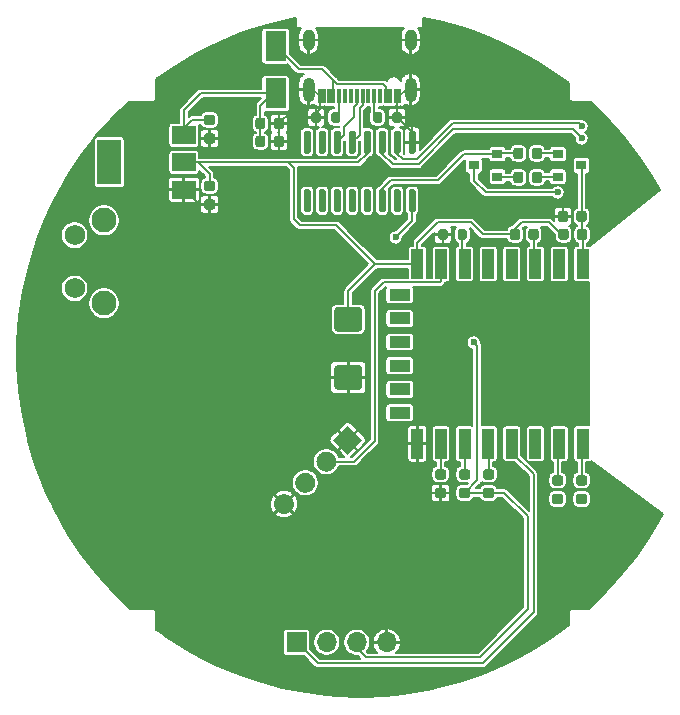
<source format=gbr>
%TF.GenerationSoftware,KiCad,Pcbnew,5.1.10-88a1d61d58~90~ubuntu20.04.1*%
%TF.CreationDate,2021-10-14T14:02:12+02:00*%
%TF.ProjectId,ESP8266-WS2812-Puck,45535038-3236-4362-9d57-53323831322d,rev?*%
%TF.SameCoordinates,Original*%
%TF.FileFunction,Copper,L1,Top*%
%TF.FilePolarity,Positive*%
%FSLAX46Y46*%
G04 Gerber Fmt 4.6, Leading zero omitted, Abs format (unit mm)*
G04 Created by KiCad (PCBNEW 5.1.10-88a1d61d58~90~ubuntu20.04.1) date 2021-10-14 14:02:12*
%MOMM*%
%LPD*%
G01*
G04 APERTURE LIST*
%TA.AperFunction,ComponentPad*%
%ADD10C,2.100000*%
%TD*%
%TA.AperFunction,ComponentPad*%
%ADD11C,1.750000*%
%TD*%
%TA.AperFunction,ComponentPad*%
%ADD12C,0.100000*%
%TD*%
%TA.AperFunction,SMDPad,CuDef*%
%ADD13R,0.300000X1.150000*%
%TD*%
%TA.AperFunction,ComponentPad*%
%ADD14O,1.000000X2.100000*%
%TD*%
%TA.AperFunction,ComponentPad*%
%ADD15O,1.000000X1.800000*%
%TD*%
%TA.AperFunction,ComponentPad*%
%ADD16O,1.700000X1.700000*%
%TD*%
%TA.AperFunction,ComponentPad*%
%ADD17R,1.700000X1.700000*%
%TD*%
%TA.AperFunction,SMDPad,CuDef*%
%ADD18R,1.000000X2.500000*%
%TD*%
%TA.AperFunction,SMDPad,CuDef*%
%ADD19R,1.800000X1.000000*%
%TD*%
%TA.AperFunction,SMDPad,CuDef*%
%ADD20R,0.900000X0.800000*%
%TD*%
%TA.AperFunction,SMDPad,CuDef*%
%ADD21R,2.000000X3.800000*%
%TD*%
%TA.AperFunction,SMDPad,CuDef*%
%ADD22R,2.000000X1.500000*%
%TD*%
%TA.AperFunction,SMDPad,CuDef*%
%ADD23R,1.800000X2.500000*%
%TD*%
%TA.AperFunction,ViaPad*%
%ADD24C,0.600000*%
%TD*%
%TA.AperFunction,Conductor*%
%ADD25C,0.200000*%
%TD*%
%TA.AperFunction,Conductor*%
%ADD26C,0.100000*%
%TD*%
G04 APERTURE END LIST*
D10*
%TO.P,SW1,*%
%TO.N,*%
X128220000Y-92182000D03*
D11*
%TO.P,SW1,1*%
%TO.N,/GPIO12*%
X125730000Y-90932000D03*
%TO.P,SW1,2*%
%TO.N,+3V3*%
X125730000Y-86432000D03*
D10*
%TO.P,SW1,*%
%TO.N,*%
X128220000Y-85172000D03*
%TD*%
%TO.P,C6,1*%
%TO.N,+5V*%
%TA.AperFunction,SMDPad,CuDef*%
G36*
G01*
X141015000Y-78742250D02*
X141015000Y-78229750D01*
G75*
G02*
X141233750Y-78011000I218750J0D01*
G01*
X141671250Y-78011000D01*
G75*
G02*
X141890000Y-78229750I0J-218750D01*
G01*
X141890000Y-78742250D01*
G75*
G02*
X141671250Y-78961000I-218750J0D01*
G01*
X141233750Y-78961000D01*
G75*
G02*
X141015000Y-78742250I0J218750D01*
G01*
G37*
%TD.AperFunction*%
%TO.P,C6,2*%
%TO.N,GND*%
%TA.AperFunction,SMDPad,CuDef*%
G36*
G01*
X142590000Y-78742250D02*
X142590000Y-78229750D01*
G75*
G02*
X142808750Y-78011000I218750J0D01*
G01*
X143246250Y-78011000D01*
G75*
G02*
X143465000Y-78229750I0J-218750D01*
G01*
X143465000Y-78742250D01*
G75*
G02*
X143246250Y-78961000I-218750J0D01*
G01*
X142808750Y-78961000D01*
G75*
G02*
X142590000Y-78742250I0J218750D01*
G01*
G37*
%TD.AperFunction*%
%TD*%
%TA.AperFunction,ComponentPad*%
D12*
%TO.P,J1,1*%
%TO.N,GND*%
G36*
X147641918Y-103804494D02*
G01*
X148844000Y-102602412D01*
X150046082Y-103804494D01*
X148844000Y-105006576D01*
X147641918Y-103804494D01*
G37*
%TD.AperFunction*%
%TO.P,J1,2*%
%TO.N,/GPIO13*%
%TA.AperFunction,ComponentPad*%
G36*
G01*
X146446908Y-104999504D02*
X146446908Y-104999504D01*
G75*
G02*
X147648990Y-104999504I601041J-601041D01*
G01*
X147648990Y-104999504D01*
G75*
G02*
X147648990Y-106201586I-601041J-601041D01*
G01*
X147648990Y-106201586D01*
G75*
G02*
X146446908Y-106201586I-601041J601041D01*
G01*
X146446908Y-106201586D01*
G75*
G02*
X146446908Y-104999504I601041J601041D01*
G01*
G37*
%TD.AperFunction*%
%TO.P,J1,3*%
%TO.N,+5V*%
%TA.AperFunction,ComponentPad*%
G36*
G01*
X144650857Y-106795555D02*
X144650857Y-106795555D01*
G75*
G02*
X145852939Y-106795555I601041J-601041D01*
G01*
X145852939Y-106795555D01*
G75*
G02*
X145852939Y-107997637I-601041J-601041D01*
G01*
X145852939Y-107997637D01*
G75*
G02*
X144650857Y-107997637I-601041J601041D01*
G01*
X144650857Y-107997637D01*
G75*
G02*
X144650857Y-106795555I601041J601041D01*
G01*
G37*
%TD.AperFunction*%
%TO.P,J1,4*%
%TO.N,GND*%
%TA.AperFunction,ComponentPad*%
G36*
G01*
X142854805Y-108591607D02*
X142854805Y-108591607D01*
G75*
G02*
X144056887Y-108591607I601041J-601041D01*
G01*
X144056887Y-108591607D01*
G75*
G02*
X144056887Y-109793689I-601041J-601041D01*
G01*
X144056887Y-109793689D01*
G75*
G02*
X142854805Y-109793689I-601041J601041D01*
G01*
X142854805Y-109793689D01*
G75*
G02*
X142854805Y-108591607I601041J601041D01*
G01*
G37*
%TD.AperFunction*%
%TD*%
%TO.P,R5,1*%
%TO.N,/GPIO0*%
%TA.AperFunction,SMDPad,CuDef*%
G36*
G01*
X160525750Y-106242500D02*
X161038250Y-106242500D01*
G75*
G02*
X161257000Y-106461250I0J-218750D01*
G01*
X161257000Y-106898750D01*
G75*
G02*
X161038250Y-107117500I-218750J0D01*
G01*
X160525750Y-107117500D01*
G75*
G02*
X160307000Y-106898750I0J218750D01*
G01*
X160307000Y-106461250D01*
G75*
G02*
X160525750Y-106242500I218750J0D01*
G01*
G37*
%TD.AperFunction*%
%TO.P,R5,2*%
%TO.N,+3V3*%
%TA.AperFunction,SMDPad,CuDef*%
G36*
G01*
X160525750Y-107817500D02*
X161038250Y-107817500D01*
G75*
G02*
X161257000Y-108036250I0J-218750D01*
G01*
X161257000Y-108473750D01*
G75*
G02*
X161038250Y-108692500I-218750J0D01*
G01*
X160525750Y-108692500D01*
G75*
G02*
X160307000Y-108473750I0J218750D01*
G01*
X160307000Y-108036250D01*
G75*
G02*
X160525750Y-107817500I218750J0D01*
G01*
G37*
%TD.AperFunction*%
%TD*%
%TO.P,R12,1*%
%TO.N,Net-(Q1-Pad1)*%
%TA.AperFunction,SMDPad,CuDef*%
G36*
G01*
X165309000Y-79245750D02*
X165309000Y-79758250D01*
G75*
G02*
X165090250Y-79977000I-218750J0D01*
G01*
X164652750Y-79977000D01*
G75*
G02*
X164434000Y-79758250I0J218750D01*
G01*
X164434000Y-79245750D01*
G75*
G02*
X164652750Y-79027000I218750J0D01*
G01*
X165090250Y-79027000D01*
G75*
G02*
X165309000Y-79245750I0J-218750D01*
G01*
G37*
%TD.AperFunction*%
%TO.P,R12,2*%
%TO.N,/nRTS*%
%TA.AperFunction,SMDPad,CuDef*%
G36*
G01*
X163734000Y-79245750D02*
X163734000Y-79758250D01*
G75*
G02*
X163515250Y-79977000I-218750J0D01*
G01*
X163077750Y-79977000D01*
G75*
G02*
X162859000Y-79758250I0J218750D01*
G01*
X162859000Y-79245750D01*
G75*
G02*
X163077750Y-79027000I218750J0D01*
G01*
X163515250Y-79027000D01*
G75*
G02*
X163734000Y-79245750I0J-218750D01*
G01*
G37*
%TD.AperFunction*%
%TD*%
%TO.P,U3,1*%
%TO.N,GND*%
%TA.AperFunction,SMDPad,CuDef*%
G36*
G01*
X154155000Y-77576000D02*
X154455000Y-77576000D01*
G75*
G02*
X154605000Y-77726000I0J-150000D01*
G01*
X154605000Y-79376000D01*
G75*
G02*
X154455000Y-79526000I-150000J0D01*
G01*
X154155000Y-79526000D01*
G75*
G02*
X154005000Y-79376000I0J150000D01*
G01*
X154005000Y-77726000D01*
G75*
G02*
X154155000Y-77576000I150000J0D01*
G01*
G37*
%TD.AperFunction*%
%TO.P,U3,2*%
%TO.N,Net-(R10-Pad2)*%
%TA.AperFunction,SMDPad,CuDef*%
G36*
G01*
X152885000Y-77576000D02*
X153185000Y-77576000D01*
G75*
G02*
X153335000Y-77726000I0J-150000D01*
G01*
X153335000Y-79376000D01*
G75*
G02*
X153185000Y-79526000I-150000J0D01*
G01*
X152885000Y-79526000D01*
G75*
G02*
X152735000Y-79376000I0J150000D01*
G01*
X152735000Y-77726000D01*
G75*
G02*
X152885000Y-77576000I150000J0D01*
G01*
G37*
%TD.AperFunction*%
%TO.P,U3,3*%
%TO.N,Net-(R11-Pad2)*%
%TA.AperFunction,SMDPad,CuDef*%
G36*
G01*
X151615000Y-77576000D02*
X151915000Y-77576000D01*
G75*
G02*
X152065000Y-77726000I0J-150000D01*
G01*
X152065000Y-79376000D01*
G75*
G02*
X151915000Y-79526000I-150000J0D01*
G01*
X151615000Y-79526000D01*
G75*
G02*
X151465000Y-79376000I0J150000D01*
G01*
X151465000Y-77726000D01*
G75*
G02*
X151615000Y-77576000I150000J0D01*
G01*
G37*
%TD.AperFunction*%
%TO.P,U3,4*%
%TO.N,+3V3*%
%TA.AperFunction,SMDPad,CuDef*%
G36*
G01*
X150345000Y-77576000D02*
X150645000Y-77576000D01*
G75*
G02*
X150795000Y-77726000I0J-150000D01*
G01*
X150795000Y-79376000D01*
G75*
G02*
X150645000Y-79526000I-150000J0D01*
G01*
X150345000Y-79526000D01*
G75*
G02*
X150195000Y-79376000I0J150000D01*
G01*
X150195000Y-77726000D01*
G75*
G02*
X150345000Y-77576000I150000J0D01*
G01*
G37*
%TD.AperFunction*%
%TO.P,U3,5*%
%TO.N,/D_P*%
%TA.AperFunction,SMDPad,CuDef*%
G36*
G01*
X149075000Y-77576000D02*
X149375000Y-77576000D01*
G75*
G02*
X149525000Y-77726000I0J-150000D01*
G01*
X149525000Y-79376000D01*
G75*
G02*
X149375000Y-79526000I-150000J0D01*
G01*
X149075000Y-79526000D01*
G75*
G02*
X148925000Y-79376000I0J150000D01*
G01*
X148925000Y-77726000D01*
G75*
G02*
X149075000Y-77576000I150000J0D01*
G01*
G37*
%TD.AperFunction*%
%TO.P,U3,6*%
%TO.N,/D_N*%
%TA.AperFunction,SMDPad,CuDef*%
G36*
G01*
X147805000Y-77576000D02*
X148105000Y-77576000D01*
G75*
G02*
X148255000Y-77726000I0J-150000D01*
G01*
X148255000Y-79376000D01*
G75*
G02*
X148105000Y-79526000I-150000J0D01*
G01*
X147805000Y-79526000D01*
G75*
G02*
X147655000Y-79376000I0J150000D01*
G01*
X147655000Y-77726000D01*
G75*
G02*
X147805000Y-77576000I150000J0D01*
G01*
G37*
%TD.AperFunction*%
%TO.P,U3,7*%
%TO.N,Net-(U3-Pad7)*%
%TA.AperFunction,SMDPad,CuDef*%
G36*
G01*
X146535000Y-77576000D02*
X146835000Y-77576000D01*
G75*
G02*
X146985000Y-77726000I0J-150000D01*
G01*
X146985000Y-79376000D01*
G75*
G02*
X146835000Y-79526000I-150000J0D01*
G01*
X146535000Y-79526000D01*
G75*
G02*
X146385000Y-79376000I0J150000D01*
G01*
X146385000Y-77726000D01*
G75*
G02*
X146535000Y-77576000I150000J0D01*
G01*
G37*
%TD.AperFunction*%
%TO.P,U3,8*%
%TO.N,Net-(U3-Pad8)*%
%TA.AperFunction,SMDPad,CuDef*%
G36*
G01*
X145265000Y-77576000D02*
X145565000Y-77576000D01*
G75*
G02*
X145715000Y-77726000I0J-150000D01*
G01*
X145715000Y-79376000D01*
G75*
G02*
X145565000Y-79526000I-150000J0D01*
G01*
X145265000Y-79526000D01*
G75*
G02*
X145115000Y-79376000I0J150000D01*
G01*
X145115000Y-77726000D01*
G75*
G02*
X145265000Y-77576000I150000J0D01*
G01*
G37*
%TD.AperFunction*%
%TO.P,U3,9*%
%TO.N,Net-(U3-Pad9)*%
%TA.AperFunction,SMDPad,CuDef*%
G36*
G01*
X145265000Y-82526000D02*
X145565000Y-82526000D01*
G75*
G02*
X145715000Y-82676000I0J-150000D01*
G01*
X145715000Y-84326000D01*
G75*
G02*
X145565000Y-84476000I-150000J0D01*
G01*
X145265000Y-84476000D01*
G75*
G02*
X145115000Y-84326000I0J150000D01*
G01*
X145115000Y-82676000D01*
G75*
G02*
X145265000Y-82526000I150000J0D01*
G01*
G37*
%TD.AperFunction*%
%TO.P,U3,10*%
%TO.N,Net-(U3-Pad10)*%
%TA.AperFunction,SMDPad,CuDef*%
G36*
G01*
X146535000Y-82526000D02*
X146835000Y-82526000D01*
G75*
G02*
X146985000Y-82676000I0J-150000D01*
G01*
X146985000Y-84326000D01*
G75*
G02*
X146835000Y-84476000I-150000J0D01*
G01*
X146535000Y-84476000D01*
G75*
G02*
X146385000Y-84326000I0J150000D01*
G01*
X146385000Y-82676000D01*
G75*
G02*
X146535000Y-82526000I150000J0D01*
G01*
G37*
%TD.AperFunction*%
%TO.P,U3,11*%
%TO.N,Net-(U3-Pad11)*%
%TA.AperFunction,SMDPad,CuDef*%
G36*
G01*
X147805000Y-82526000D02*
X148105000Y-82526000D01*
G75*
G02*
X148255000Y-82676000I0J-150000D01*
G01*
X148255000Y-84326000D01*
G75*
G02*
X148105000Y-84476000I-150000J0D01*
G01*
X147805000Y-84476000D01*
G75*
G02*
X147655000Y-84326000I0J150000D01*
G01*
X147655000Y-82676000D01*
G75*
G02*
X147805000Y-82526000I150000J0D01*
G01*
G37*
%TD.AperFunction*%
%TO.P,U3,12*%
%TO.N,Net-(U3-Pad12)*%
%TA.AperFunction,SMDPad,CuDef*%
G36*
G01*
X149075000Y-82526000D02*
X149375000Y-82526000D01*
G75*
G02*
X149525000Y-82676000I0J-150000D01*
G01*
X149525000Y-84326000D01*
G75*
G02*
X149375000Y-84476000I-150000J0D01*
G01*
X149075000Y-84476000D01*
G75*
G02*
X148925000Y-84326000I0J150000D01*
G01*
X148925000Y-82676000D01*
G75*
G02*
X149075000Y-82526000I150000J0D01*
G01*
G37*
%TD.AperFunction*%
%TO.P,U3,13*%
%TO.N,/nDTR*%
%TA.AperFunction,SMDPad,CuDef*%
G36*
G01*
X150345000Y-82526000D02*
X150645000Y-82526000D01*
G75*
G02*
X150795000Y-82676000I0J-150000D01*
G01*
X150795000Y-84326000D01*
G75*
G02*
X150645000Y-84476000I-150000J0D01*
G01*
X150345000Y-84476000D01*
G75*
G02*
X150195000Y-84326000I0J150000D01*
G01*
X150195000Y-82676000D01*
G75*
G02*
X150345000Y-82526000I150000J0D01*
G01*
G37*
%TD.AperFunction*%
%TO.P,U3,14*%
%TO.N,/nRTS*%
%TA.AperFunction,SMDPad,CuDef*%
G36*
G01*
X151615000Y-82526000D02*
X151915000Y-82526000D01*
G75*
G02*
X152065000Y-82676000I0J-150000D01*
G01*
X152065000Y-84326000D01*
G75*
G02*
X151915000Y-84476000I-150000J0D01*
G01*
X151615000Y-84476000D01*
G75*
G02*
X151465000Y-84326000I0J150000D01*
G01*
X151465000Y-82676000D01*
G75*
G02*
X151615000Y-82526000I150000J0D01*
G01*
G37*
%TD.AperFunction*%
%TO.P,U3,15*%
%TO.N,Net-(U3-Pad15)*%
%TA.AperFunction,SMDPad,CuDef*%
G36*
G01*
X152885000Y-82526000D02*
X153185000Y-82526000D01*
G75*
G02*
X153335000Y-82676000I0J-150000D01*
G01*
X153335000Y-84326000D01*
G75*
G02*
X153185000Y-84476000I-150000J0D01*
G01*
X152885000Y-84476000D01*
G75*
G02*
X152735000Y-84326000I0J150000D01*
G01*
X152735000Y-82676000D01*
G75*
G02*
X152885000Y-82526000I150000J0D01*
G01*
G37*
%TD.AperFunction*%
%TO.P,U3,16*%
%TO.N,+5V*%
%TA.AperFunction,SMDPad,CuDef*%
G36*
G01*
X154155000Y-82526000D02*
X154455000Y-82526000D01*
G75*
G02*
X154605000Y-82676000I0J-150000D01*
G01*
X154605000Y-84326000D01*
G75*
G02*
X154455000Y-84476000I-150000J0D01*
G01*
X154155000Y-84476000D01*
G75*
G02*
X154005000Y-84326000I0J150000D01*
G01*
X154005000Y-82676000D01*
G75*
G02*
X154155000Y-82526000I150000J0D01*
G01*
G37*
%TD.AperFunction*%
%TD*%
%TO.P,R3,2*%
%TO.N,/VCONN*%
%TA.AperFunction,SMDPad,CuDef*%
G36*
G01*
X147428000Y-76729000D02*
X147428000Y-76179000D01*
G75*
G02*
X147628000Y-75979000I200000J0D01*
G01*
X148028000Y-75979000D01*
G75*
G02*
X148228000Y-76179000I0J-200000D01*
G01*
X148228000Y-76729000D01*
G75*
G02*
X148028000Y-76929000I-200000J0D01*
G01*
X147628000Y-76929000D01*
G75*
G02*
X147428000Y-76729000I0J200000D01*
G01*
G37*
%TD.AperFunction*%
%TO.P,R3,1*%
%TO.N,GND*%
%TA.AperFunction,SMDPad,CuDef*%
G36*
G01*
X145778000Y-76729000D02*
X145778000Y-76179000D01*
G75*
G02*
X145978000Y-75979000I200000J0D01*
G01*
X146378000Y-75979000D01*
G75*
G02*
X146578000Y-76179000I0J-200000D01*
G01*
X146578000Y-76729000D01*
G75*
G02*
X146378000Y-76929000I-200000J0D01*
G01*
X145978000Y-76929000D01*
G75*
G02*
X145778000Y-76729000I0J200000D01*
G01*
G37*
%TD.AperFunction*%
%TD*%
%TO.P,R2,2*%
%TO.N,/CC*%
%TA.AperFunction,SMDPad,CuDef*%
G36*
G01*
X151784000Y-76179000D02*
X151784000Y-76729000D01*
G75*
G02*
X151584000Y-76929000I-200000J0D01*
G01*
X151184000Y-76929000D01*
G75*
G02*
X150984000Y-76729000I0J200000D01*
G01*
X150984000Y-76179000D01*
G75*
G02*
X151184000Y-75979000I200000J0D01*
G01*
X151584000Y-75979000D01*
G75*
G02*
X151784000Y-76179000I0J-200000D01*
G01*
G37*
%TD.AperFunction*%
%TO.P,R2,1*%
%TO.N,GND*%
%TA.AperFunction,SMDPad,CuDef*%
G36*
G01*
X153434000Y-76179000D02*
X153434000Y-76729000D01*
G75*
G02*
X153234000Y-76929000I-200000J0D01*
G01*
X152834000Y-76929000D01*
G75*
G02*
X152634000Y-76729000I0J200000D01*
G01*
X152634000Y-76179000D01*
G75*
G02*
X152834000Y-75979000I200000J0D01*
G01*
X153234000Y-75979000D01*
G75*
G02*
X153434000Y-76179000I0J-200000D01*
G01*
G37*
%TD.AperFunction*%
%TD*%
%TO.P,R1,2*%
%TO.N,/GPIO12*%
%TA.AperFunction,SMDPad,CuDef*%
G36*
G01*
X158159000Y-86635000D02*
X158159000Y-86085000D01*
G75*
G02*
X158359000Y-85885000I200000J0D01*
G01*
X158759000Y-85885000D01*
G75*
G02*
X158959000Y-86085000I0J-200000D01*
G01*
X158959000Y-86635000D01*
G75*
G02*
X158759000Y-86835000I-200000J0D01*
G01*
X158359000Y-86835000D01*
G75*
G02*
X158159000Y-86635000I0J200000D01*
G01*
G37*
%TD.AperFunction*%
%TO.P,R1,1*%
%TO.N,GND*%
%TA.AperFunction,SMDPad,CuDef*%
G36*
G01*
X156509000Y-86635000D02*
X156509000Y-86085000D01*
G75*
G02*
X156709000Y-85885000I200000J0D01*
G01*
X157109000Y-85885000D01*
G75*
G02*
X157309000Y-86085000I0J-200000D01*
G01*
X157309000Y-86635000D01*
G75*
G02*
X157109000Y-86835000I-200000J0D01*
G01*
X156709000Y-86835000D01*
G75*
G02*
X156509000Y-86635000I0J200000D01*
G01*
G37*
%TD.AperFunction*%
%TD*%
D13*
%TO.P,P1,B1*%
%TO.N,GND*%
X146810000Y-74655000D03*
%TO.P,P1,B4*%
%TO.N,VBUS*%
X147610000Y-74655000D03*
%TO.P,P1,A4*%
X152410000Y-74655000D03*
%TO.P,P1,A1*%
%TO.N,GND*%
X153210000Y-74655000D03*
%TO.P,P1,B5*%
%TO.N,/VCONN*%
X148110000Y-74655000D03*
%TO.P,P1,A8*%
%TO.N,N/C*%
X148610000Y-74655000D03*
%TO.P,P1,B6*%
X149110000Y-74655000D03*
%TO.P,P1,A7*%
%TO.N,/D_N*%
X149610000Y-74655000D03*
%TO.P,P1,A6*%
%TO.N,/D_P*%
X150110000Y-74655000D03*
%TO.P,P1,B7*%
%TO.N,N/C*%
X150610000Y-74655000D03*
%TO.P,P1,A5*%
%TO.N,/CC*%
X151110000Y-74655000D03*
%TO.P,P1,B8*%
%TO.N,N/C*%
X151610000Y-74655000D03*
D14*
%TO.P,P1,S1*%
%TO.N,GND*%
X154180000Y-74090000D03*
X145540000Y-74090000D03*
D15*
X145540000Y-69910000D03*
X154180000Y-69910000D03*
D13*
%TO.P,P1,A12*%
X146510000Y-74655000D03*
%TO.P,P1,A9*%
%TO.N,VBUS*%
X147310000Y-74655000D03*
%TO.P,P1,B9*%
X152110000Y-74655000D03*
%TO.P,P1,B12*%
%TO.N,GND*%
X152910000Y-74655000D03*
%TD*%
D16*
%TO.P,J2,4*%
%TO.N,GND*%
X152146000Y-120904000D03*
%TO.P,J2,3*%
%TO.N,+3V3*%
X149606000Y-120904000D03*
%TO.P,J2,2*%
%TO.N,/SCL*%
X147066000Y-120904000D03*
D17*
%TO.P,J2,1*%
%TO.N,/SDA*%
X144526000Y-120904000D03*
%TD*%
%TO.P,C4,1*%
%TO.N,+3V3*%
%TA.AperFunction,SMDPad,CuDef*%
G36*
G01*
X147969800Y-92512000D02*
X149819800Y-92512000D01*
G75*
G02*
X150069800Y-92762000I0J-250000D01*
G01*
X150069800Y-94337000D01*
G75*
G02*
X149819800Y-94587000I-250000J0D01*
G01*
X147969800Y-94587000D01*
G75*
G02*
X147719800Y-94337000I0J250000D01*
G01*
X147719800Y-92762000D01*
G75*
G02*
X147969800Y-92512000I250000J0D01*
G01*
G37*
%TD.AperFunction*%
%TO.P,C4,2*%
%TO.N,GND*%
%TA.AperFunction,SMDPad,CuDef*%
G36*
G01*
X147969800Y-97437000D02*
X149819800Y-97437000D01*
G75*
G02*
X150069800Y-97687000I0J-250000D01*
G01*
X150069800Y-99262000D01*
G75*
G02*
X149819800Y-99512000I-250000J0D01*
G01*
X147969800Y-99512000D01*
G75*
G02*
X147719800Y-99262000I0J250000D01*
G01*
X147719800Y-97687000D01*
G75*
G02*
X147969800Y-97437000I250000J0D01*
G01*
G37*
%TD.AperFunction*%
%TD*%
D18*
%TO.P,U1,1*%
%TO.N,/nRST*%
X168752400Y-88869200D03*
%TO.P,U1,2*%
%TO.N,/ADC*%
X166752400Y-88869200D03*
%TO.P,U1,3*%
%TO.N,/EN*%
X164752400Y-88869200D03*
%TO.P,U1,4*%
%TO.N,/GPIO16*%
X162752400Y-88869200D03*
%TO.P,U1,5*%
%TO.N,/GPIO14*%
X160752400Y-88869200D03*
%TO.P,U1,6*%
%TO.N,/GPIO12*%
X158752400Y-88869200D03*
%TO.P,U1,7*%
%TO.N,/GPIO13*%
X156752400Y-88869200D03*
%TO.P,U1,8*%
%TO.N,+3V3*%
X154752400Y-88869200D03*
D19*
%TO.P,U1,9*%
%TO.N,/CS0*%
X153252400Y-91469200D03*
%TO.P,U1,10*%
%TO.N,/MISO*%
X153252400Y-93469200D03*
%TO.P,U1,11*%
%TO.N,/GPIO9*%
X153252400Y-95469200D03*
%TO.P,U1,12*%
%TO.N,/GPIO10*%
X153252400Y-97469200D03*
%TO.P,U1,13*%
%TO.N,/MOSI*%
X153252400Y-99469200D03*
%TO.P,U1,14*%
%TO.N,/SCLK*%
X153252400Y-101469200D03*
D18*
%TO.P,U1,15*%
%TO.N,GND*%
X154752400Y-104069200D03*
%TO.P,U1,16*%
%TO.N,/GPIO15*%
X156752400Y-104069200D03*
%TO.P,U1,17*%
%TO.N,/GPIO2*%
X158752400Y-104069200D03*
%TO.P,U1,18*%
%TO.N,/GPIO0*%
X160752400Y-104069200D03*
%TO.P,U1,19*%
%TO.N,/SDA*%
X162752400Y-104069200D03*
%TO.P,U1,20*%
%TO.N,/SCL*%
X164752400Y-104069200D03*
%TO.P,U1,21*%
%TO.N,/RXD0*%
X166752400Y-104069200D03*
%TO.P,U1,22*%
%TO.N,/TXD0*%
X168752400Y-104069200D03*
%TD*%
%TO.P,C5,2*%
%TO.N,GND*%
%TA.AperFunction,SMDPad,CuDef*%
G36*
G01*
X142590000Y-77218250D02*
X142590000Y-76705750D01*
G75*
G02*
X142808750Y-76487000I218750J0D01*
G01*
X143246250Y-76487000D01*
G75*
G02*
X143465000Y-76705750I0J-218750D01*
G01*
X143465000Y-77218250D01*
G75*
G02*
X143246250Y-77437000I-218750J0D01*
G01*
X142808750Y-77437000D01*
G75*
G02*
X142590000Y-77218250I0J218750D01*
G01*
G37*
%TD.AperFunction*%
%TO.P,C5,1*%
%TO.N,+5V*%
%TA.AperFunction,SMDPad,CuDef*%
G36*
G01*
X141015000Y-77218250D02*
X141015000Y-76705750D01*
G75*
G02*
X141233750Y-76487000I218750J0D01*
G01*
X141671250Y-76487000D01*
G75*
G02*
X141890000Y-76705750I0J-218750D01*
G01*
X141890000Y-77218250D01*
G75*
G02*
X141671250Y-77437000I-218750J0D01*
G01*
X141233750Y-77437000D01*
G75*
G02*
X141015000Y-77218250I0J218750D01*
G01*
G37*
%TD.AperFunction*%
%TD*%
D20*
%TO.P,Q1,3*%
%TO.N,/nRST*%
X168640000Y-80518000D03*
%TO.P,Q1,2*%
%TO.N,/nDTR*%
X166640000Y-81468000D03*
%TO.P,Q1,1*%
%TO.N,Net-(Q1-Pad1)*%
X166640000Y-79568000D03*
%TD*%
%TO.P,Q2,1*%
%TO.N,Net-(Q2-Pad1)*%
X161528000Y-81468000D03*
%TO.P,Q2,2*%
%TO.N,/nRTS*%
X161528000Y-79568000D03*
%TO.P,Q2,3*%
%TO.N,/GPIO0*%
X159528000Y-80518000D03*
%TD*%
D21*
%TO.P,U2,4*%
%TO.N,N/C*%
X128676000Y-80264000D03*
D22*
%TO.P,U2,2*%
%TO.N,+3V3*%
X134976000Y-80264000D03*
%TO.P,U2,3*%
%TO.N,+5V*%
X134976000Y-77964000D03*
%TO.P,U2,1*%
%TO.N,GND*%
X134976000Y-82564000D03*
%TD*%
%TO.P,C1,1*%
%TO.N,+5V*%
%TA.AperFunction,SMDPad,CuDef*%
G36*
G01*
X136903750Y-76219500D02*
X137416250Y-76219500D01*
G75*
G02*
X137635000Y-76438250I0J-218750D01*
G01*
X137635000Y-76875750D01*
G75*
G02*
X137416250Y-77094500I-218750J0D01*
G01*
X136903750Y-77094500D01*
G75*
G02*
X136685000Y-76875750I0J218750D01*
G01*
X136685000Y-76438250D01*
G75*
G02*
X136903750Y-76219500I218750J0D01*
G01*
G37*
%TD.AperFunction*%
%TO.P,C1,2*%
%TO.N,GND*%
%TA.AperFunction,SMDPad,CuDef*%
G36*
G01*
X136903750Y-77794500D02*
X137416250Y-77794500D01*
G75*
G02*
X137635000Y-78013250I0J-218750D01*
G01*
X137635000Y-78450750D01*
G75*
G02*
X137416250Y-78669500I-218750J0D01*
G01*
X136903750Y-78669500D01*
G75*
G02*
X136685000Y-78450750I0J218750D01*
G01*
X136685000Y-78013250D01*
G75*
G02*
X136903750Y-77794500I218750J0D01*
G01*
G37*
%TD.AperFunction*%
%TD*%
%TO.P,C2,2*%
%TO.N,GND*%
%TA.AperFunction,SMDPad,CuDef*%
G36*
G01*
X136903750Y-83382500D02*
X137416250Y-83382500D01*
G75*
G02*
X137635000Y-83601250I0J-218750D01*
G01*
X137635000Y-84038750D01*
G75*
G02*
X137416250Y-84257500I-218750J0D01*
G01*
X136903750Y-84257500D01*
G75*
G02*
X136685000Y-84038750I0J218750D01*
G01*
X136685000Y-83601250D01*
G75*
G02*
X136903750Y-83382500I218750J0D01*
G01*
G37*
%TD.AperFunction*%
%TO.P,C2,1*%
%TO.N,+3V3*%
%TA.AperFunction,SMDPad,CuDef*%
G36*
G01*
X136903750Y-81807500D02*
X137416250Y-81807500D01*
G75*
G02*
X137635000Y-82026250I0J-218750D01*
G01*
X137635000Y-82463750D01*
G75*
G02*
X137416250Y-82682500I-218750J0D01*
G01*
X136903750Y-82682500D01*
G75*
G02*
X136685000Y-82463750I0J218750D01*
G01*
X136685000Y-82026250D01*
G75*
G02*
X136903750Y-81807500I218750J0D01*
G01*
G37*
%TD.AperFunction*%
%TD*%
%TO.P,C3,1*%
%TO.N,/nRST*%
%TA.AperFunction,SMDPad,CuDef*%
G36*
G01*
X169093500Y-84579750D02*
X169093500Y-85092250D01*
G75*
G02*
X168874750Y-85311000I-218750J0D01*
G01*
X168437250Y-85311000D01*
G75*
G02*
X168218500Y-85092250I0J218750D01*
G01*
X168218500Y-84579750D01*
G75*
G02*
X168437250Y-84361000I218750J0D01*
G01*
X168874750Y-84361000D01*
G75*
G02*
X169093500Y-84579750I0J-218750D01*
G01*
G37*
%TD.AperFunction*%
%TO.P,C3,2*%
%TO.N,GND*%
%TA.AperFunction,SMDPad,CuDef*%
G36*
G01*
X167518500Y-84579750D02*
X167518500Y-85092250D01*
G75*
G02*
X167299750Y-85311000I-218750J0D01*
G01*
X166862250Y-85311000D01*
G75*
G02*
X166643500Y-85092250I0J218750D01*
G01*
X166643500Y-84579750D01*
G75*
G02*
X166862250Y-84361000I218750J0D01*
G01*
X167299750Y-84361000D01*
G75*
G02*
X167518500Y-84579750I0J-218750D01*
G01*
G37*
%TD.AperFunction*%
%TD*%
D23*
%TO.P,D1,1*%
%TO.N,+5V*%
X142748000Y-74422000D03*
%TO.P,D1,2*%
%TO.N,VBUS*%
X142748000Y-70422000D03*
%TD*%
%TO.P,R6,1*%
%TO.N,/GPIO2*%
%TA.AperFunction,SMDPad,CuDef*%
G36*
G01*
X158493750Y-106242500D02*
X159006250Y-106242500D01*
G75*
G02*
X159225000Y-106461250I0J-218750D01*
G01*
X159225000Y-106898750D01*
G75*
G02*
X159006250Y-107117500I-218750J0D01*
G01*
X158493750Y-107117500D01*
G75*
G02*
X158275000Y-106898750I0J218750D01*
G01*
X158275000Y-106461250D01*
G75*
G02*
X158493750Y-106242500I218750J0D01*
G01*
G37*
%TD.AperFunction*%
%TO.P,R6,2*%
%TO.N,+3V3*%
%TA.AperFunction,SMDPad,CuDef*%
G36*
G01*
X158493750Y-107817500D02*
X159006250Y-107817500D01*
G75*
G02*
X159225000Y-108036250I0J-218750D01*
G01*
X159225000Y-108473750D01*
G75*
G02*
X159006250Y-108692500I-218750J0D01*
G01*
X158493750Y-108692500D01*
G75*
G02*
X158275000Y-108473750I0J218750D01*
G01*
X158275000Y-108036250D01*
G75*
G02*
X158493750Y-107817500I218750J0D01*
G01*
G37*
%TD.AperFunction*%
%TD*%
%TO.P,R7,2*%
%TO.N,+3V3*%
%TA.AperFunction,SMDPad,CuDef*%
G36*
G01*
X163454500Y-86103750D02*
X163454500Y-86616250D01*
G75*
G02*
X163235750Y-86835000I-218750J0D01*
G01*
X162798250Y-86835000D01*
G75*
G02*
X162579500Y-86616250I0J218750D01*
G01*
X162579500Y-86103750D01*
G75*
G02*
X162798250Y-85885000I218750J0D01*
G01*
X163235750Y-85885000D01*
G75*
G02*
X163454500Y-86103750I0J-218750D01*
G01*
G37*
%TD.AperFunction*%
%TO.P,R7,1*%
%TO.N,/EN*%
%TA.AperFunction,SMDPad,CuDef*%
G36*
G01*
X165029500Y-86103750D02*
X165029500Y-86616250D01*
G75*
G02*
X164810750Y-86835000I-218750J0D01*
G01*
X164373250Y-86835000D01*
G75*
G02*
X164154500Y-86616250I0J218750D01*
G01*
X164154500Y-86103750D01*
G75*
G02*
X164373250Y-85885000I218750J0D01*
G01*
X164810750Y-85885000D01*
G75*
G02*
X165029500Y-86103750I0J-218750D01*
G01*
G37*
%TD.AperFunction*%
%TD*%
%TO.P,R8,1*%
%TO.N,/nRST*%
%TA.AperFunction,SMDPad,CuDef*%
G36*
G01*
X169144500Y-86103750D02*
X169144500Y-86616250D01*
G75*
G02*
X168925750Y-86835000I-218750J0D01*
G01*
X168488250Y-86835000D01*
G75*
G02*
X168269500Y-86616250I0J218750D01*
G01*
X168269500Y-86103750D01*
G75*
G02*
X168488250Y-85885000I218750J0D01*
G01*
X168925750Y-85885000D01*
G75*
G02*
X169144500Y-86103750I0J-218750D01*
G01*
G37*
%TD.AperFunction*%
%TO.P,R8,2*%
%TO.N,+3V3*%
%TA.AperFunction,SMDPad,CuDef*%
G36*
G01*
X167569500Y-86103750D02*
X167569500Y-86616250D01*
G75*
G02*
X167350750Y-86835000I-218750J0D01*
G01*
X166913250Y-86835000D01*
G75*
G02*
X166694500Y-86616250I0J218750D01*
G01*
X166694500Y-86103750D01*
G75*
G02*
X166913250Y-85885000I218750J0D01*
G01*
X167350750Y-85885000D01*
G75*
G02*
X167569500Y-86103750I0J-218750D01*
G01*
G37*
%TD.AperFunction*%
%TD*%
%TO.P,R9,2*%
%TO.N,GND*%
%TA.AperFunction,SMDPad,CuDef*%
G36*
G01*
X156461750Y-107817500D02*
X156974250Y-107817500D01*
G75*
G02*
X157193000Y-108036250I0J-218750D01*
G01*
X157193000Y-108473750D01*
G75*
G02*
X156974250Y-108692500I-218750J0D01*
G01*
X156461750Y-108692500D01*
G75*
G02*
X156243000Y-108473750I0J218750D01*
G01*
X156243000Y-108036250D01*
G75*
G02*
X156461750Y-107817500I218750J0D01*
G01*
G37*
%TD.AperFunction*%
%TO.P,R9,1*%
%TO.N,/GPIO15*%
%TA.AperFunction,SMDPad,CuDef*%
G36*
G01*
X156461750Y-106242500D02*
X156974250Y-106242500D01*
G75*
G02*
X157193000Y-106461250I0J-218750D01*
G01*
X157193000Y-106898750D01*
G75*
G02*
X156974250Y-107117500I-218750J0D01*
G01*
X156461750Y-107117500D01*
G75*
G02*
X156243000Y-106898750I0J218750D01*
G01*
X156243000Y-106461250D01*
G75*
G02*
X156461750Y-106242500I218750J0D01*
G01*
G37*
%TD.AperFunction*%
%TD*%
%TO.P,R10,1*%
%TO.N,/RXD0*%
%TA.AperFunction,SMDPad,CuDef*%
G36*
G01*
X166367750Y-106750500D02*
X166880250Y-106750500D01*
G75*
G02*
X167099000Y-106969250I0J-218750D01*
G01*
X167099000Y-107406750D01*
G75*
G02*
X166880250Y-107625500I-218750J0D01*
G01*
X166367750Y-107625500D01*
G75*
G02*
X166149000Y-107406750I0J218750D01*
G01*
X166149000Y-106969250D01*
G75*
G02*
X166367750Y-106750500I218750J0D01*
G01*
G37*
%TD.AperFunction*%
%TO.P,R10,2*%
%TO.N,Net-(R10-Pad2)*%
%TA.AperFunction,SMDPad,CuDef*%
G36*
G01*
X166367750Y-108325500D02*
X166880250Y-108325500D01*
G75*
G02*
X167099000Y-108544250I0J-218750D01*
G01*
X167099000Y-108981750D01*
G75*
G02*
X166880250Y-109200500I-218750J0D01*
G01*
X166367750Y-109200500D01*
G75*
G02*
X166149000Y-108981750I0J218750D01*
G01*
X166149000Y-108544250D01*
G75*
G02*
X166367750Y-108325500I218750J0D01*
G01*
G37*
%TD.AperFunction*%
%TD*%
%TO.P,R11,2*%
%TO.N,Net-(R11-Pad2)*%
%TA.AperFunction,SMDPad,CuDef*%
G36*
G01*
X168399750Y-108325500D02*
X168912250Y-108325500D01*
G75*
G02*
X169131000Y-108544250I0J-218750D01*
G01*
X169131000Y-108981750D01*
G75*
G02*
X168912250Y-109200500I-218750J0D01*
G01*
X168399750Y-109200500D01*
G75*
G02*
X168181000Y-108981750I0J218750D01*
G01*
X168181000Y-108544250D01*
G75*
G02*
X168399750Y-108325500I218750J0D01*
G01*
G37*
%TD.AperFunction*%
%TO.P,R11,1*%
%TO.N,/TXD0*%
%TA.AperFunction,SMDPad,CuDef*%
G36*
G01*
X168399750Y-106750500D02*
X168912250Y-106750500D01*
G75*
G02*
X169131000Y-106969250I0J-218750D01*
G01*
X169131000Y-107406750D01*
G75*
G02*
X168912250Y-107625500I-218750J0D01*
G01*
X168399750Y-107625500D01*
G75*
G02*
X168181000Y-107406750I0J218750D01*
G01*
X168181000Y-106969250D01*
G75*
G02*
X168399750Y-106750500I218750J0D01*
G01*
G37*
%TD.AperFunction*%
%TD*%
%TO.P,R13,2*%
%TO.N,/nDTR*%
%TA.AperFunction,SMDPad,CuDef*%
G36*
G01*
X164434000Y-81790250D02*
X164434000Y-81277750D01*
G75*
G02*
X164652750Y-81059000I218750J0D01*
G01*
X165090250Y-81059000D01*
G75*
G02*
X165309000Y-81277750I0J-218750D01*
G01*
X165309000Y-81790250D01*
G75*
G02*
X165090250Y-82009000I-218750J0D01*
G01*
X164652750Y-82009000D01*
G75*
G02*
X164434000Y-81790250I0J218750D01*
G01*
G37*
%TD.AperFunction*%
%TO.P,R13,1*%
%TO.N,Net-(Q2-Pad1)*%
%TA.AperFunction,SMDPad,CuDef*%
G36*
G01*
X162859000Y-81790250D02*
X162859000Y-81277750D01*
G75*
G02*
X163077750Y-81059000I218750J0D01*
G01*
X163515250Y-81059000D01*
G75*
G02*
X163734000Y-81277750I0J-218750D01*
G01*
X163734000Y-81790250D01*
G75*
G02*
X163515250Y-82009000I-218750J0D01*
G01*
X163077750Y-82009000D01*
G75*
G02*
X162859000Y-81790250I0J218750D01*
G01*
G37*
%TD.AperFunction*%
%TD*%
D24*
%TO.N,+5V*%
X154305000Y-83501000D03*
X152908000Y-86614000D03*
X141452500Y-78486000D03*
%TO.N,GND*%
X157480000Y-70866000D03*
X158496000Y-70866000D03*
X157480000Y-71882000D03*
X158496000Y-71882000D03*
X138684000Y-70612000D03*
X139954000Y-70612000D03*
X139954000Y-71882000D03*
X138684000Y-71882000D03*
X139954000Y-88138000D03*
X141478000Y-88138000D03*
X141478000Y-89408000D03*
X139954000Y-89408000D03*
X125730000Y-99314000D03*
X127000000Y-99314000D03*
X127000000Y-100584000D03*
X125730000Y-100584000D03*
X168148000Y-112522000D03*
X169672000Y-112522000D03*
X169672000Y-114046000D03*
X168148000Y-114046000D03*
X132334000Y-112522000D03*
X133858000Y-112522000D03*
X133858000Y-114046000D03*
X132334000Y-114046000D03*
X162560000Y-94488000D03*
X163576000Y-94488000D03*
X163576000Y-95504000D03*
X162560000Y-95504000D03*
X171450000Y-80772000D03*
X171450000Y-82042000D03*
X138938000Y-98044000D03*
X137668000Y-98044000D03*
X137668000Y-96774000D03*
X138938000Y-96774000D03*
X151892000Y-107696000D03*
X153416000Y-107696000D03*
X153416000Y-108966000D03*
X151892000Y-108966000D03*
%TO.N,+3V3*%
X134976000Y-80264000D03*
X149352000Y-93980000D03*
X159512000Y-95504000D03*
%TO.N,/nDTR*%
X164846000Y-81534000D03*
X150495000Y-83501000D03*
%TO.N,/GPIO0*%
X166624000Y-82804000D03*
X160752400Y-104069200D03*
%TO.N,Net-(R10-Pad2)*%
X168656000Y-77216000D03*
X166624000Y-108763000D03*
%TO.N,Net-(R11-Pad2)*%
X168656000Y-78232000D03*
X168656000Y-108763000D03*
%TO.N,/GPIO12*%
X158752400Y-88869200D03*
%TO.N,/SCL*%
X164752400Y-104069200D03*
%TD*%
D25*
%TO.N,+5V*%
X134976000Y-77964000D02*
X134976000Y-77368000D01*
X135687000Y-76657000D02*
X137160000Y-76657000D01*
X134976000Y-77368000D02*
X135687000Y-76657000D01*
X142748000Y-74422000D02*
X136398000Y-74422000D01*
X134976000Y-75844000D02*
X134976000Y-77964000D01*
X136398000Y-74422000D02*
X134976000Y-75844000D01*
X142748000Y-74422000D02*
X142748000Y-74930000D01*
X142748000Y-74930000D02*
X142214500Y-75463500D01*
X154305000Y-85217000D02*
X154305000Y-83501000D01*
X152908000Y-86614000D02*
X154305000Y-85217000D01*
X142748000Y-74422000D02*
X142494000Y-74422000D01*
X141452500Y-75463500D02*
X141452500Y-76962000D01*
X142494000Y-74422000D02*
X141452500Y-75463500D01*
X141452500Y-76962000D02*
X141452500Y-78486000D01*
%TO.N,GND*%
X153775000Y-74090000D02*
X153210000Y-74655000D01*
X154180000Y-74090000D02*
X153775000Y-74090000D01*
X153210000Y-74655000D02*
X152910000Y-74655000D01*
X146510000Y-74655000D02*
X146810000Y-74655000D01*
X145945000Y-74090000D02*
X146510000Y-74655000D01*
X145540000Y-74090000D02*
X145945000Y-74090000D01*
X146178000Y-76454000D02*
X146178000Y-76072000D01*
X146510000Y-75740000D02*
X146510000Y-74655000D01*
X146178000Y-76072000D02*
X146510000Y-75740000D01*
X153034000Y-74779000D02*
X152910000Y-74655000D01*
X153034000Y-76454000D02*
X153034000Y-74779000D01*
X154305000Y-77725000D02*
X153034000Y-76454000D01*
X154305000Y-78551000D02*
X154305000Y-77725000D01*
X136232000Y-83820000D02*
X134976000Y-82564000D01*
X137160000Y-83820000D02*
X136232000Y-83820000D01*
X143535500Y-76454000D02*
X143027500Y-76962000D01*
X146178000Y-76454000D02*
X143535500Y-76454000D01*
X143027500Y-76962000D02*
X143027500Y-78486000D01*
%TO.N,+3V3*%
X134976000Y-80264000D02*
X136144000Y-80264000D01*
X137160000Y-81280000D02*
X137160000Y-82245000D01*
X136144000Y-80264000D02*
X137160000Y-81280000D01*
X150495000Y-79526000D02*
X149757000Y-80264000D01*
X150495000Y-78551000D02*
X150495000Y-79526000D01*
X167132000Y-86360000D02*
X166878000Y-86360000D01*
X166878000Y-86360000D02*
X165862000Y-85344000D01*
X165862000Y-85344000D02*
X163576000Y-85344000D01*
X163017000Y-85903000D02*
X163017000Y-86360000D01*
X163576000Y-85344000D02*
X163017000Y-85903000D01*
X160782000Y-108255000D02*
X158750000Y-108255000D01*
X148894800Y-93549500D02*
X148894800Y-91135200D01*
X151160800Y-88869200D02*
X154752400Y-88869200D01*
X148894800Y-91135200D02*
X151160800Y-88869200D01*
X160782000Y-108255000D02*
X162103000Y-108255000D01*
X162103000Y-108255000D02*
X164084000Y-110236000D01*
X164084000Y-110236000D02*
X164084000Y-118110000D01*
X164084000Y-118110000D02*
X160020000Y-122174000D01*
X160020000Y-122174000D02*
X150368000Y-122174000D01*
X149606000Y-121412000D02*
X149606000Y-120904000D01*
X150368000Y-122174000D02*
X149606000Y-121412000D01*
X149757000Y-80264000D02*
X143510000Y-80264000D01*
X143510000Y-80264000D02*
X134976000Y-80264000D01*
X147889600Y-85598000D02*
X151160800Y-88869200D01*
X144780000Y-85598000D02*
X147889600Y-85598000D01*
X144272000Y-85090000D02*
X144780000Y-85598000D01*
X144272000Y-80772000D02*
X144272000Y-85090000D01*
X143764000Y-80264000D02*
X144272000Y-80772000D01*
X143510000Y-80264000D02*
X143764000Y-80264000D01*
X163017000Y-86360000D02*
X160274000Y-86360000D01*
X160274000Y-86360000D02*
X159258000Y-85344000D01*
X159258000Y-85344000D02*
X156464000Y-85344000D01*
X154752400Y-87055600D02*
X154752400Y-88869200D01*
X156464000Y-85344000D02*
X154752400Y-87055600D01*
X148921500Y-93549500D02*
X149352000Y-93980000D01*
X148894800Y-93549500D02*
X148921500Y-93549500D01*
X159811999Y-107193001D02*
X158750000Y-108255000D01*
X159811999Y-95803999D02*
X159811999Y-107193001D01*
X159512000Y-95504000D02*
X159811999Y-95803999D01*
%TO.N,/nRST*%
X168752400Y-86405400D02*
X168707000Y-86360000D01*
X168752400Y-88869200D02*
X168752400Y-86405400D01*
X168707000Y-84887000D02*
X168656000Y-84836000D01*
X168707000Y-86360000D02*
X168707000Y-84887000D01*
X168656000Y-80534000D02*
X168640000Y-80518000D01*
X168656000Y-84836000D02*
X168656000Y-80534000D01*
%TO.N,VBUS*%
X147310000Y-74655000D02*
X147610000Y-74655000D01*
X152110000Y-74655000D02*
X152410000Y-74655000D01*
X147610000Y-74655000D02*
X147610000Y-73304998D01*
X152110000Y-73889998D02*
X151880002Y-73660000D01*
X152110000Y-74655000D02*
X152110000Y-73889998D01*
X147965002Y-73660000D02*
X147610000Y-73304998D01*
X151880002Y-73660000D02*
X147965002Y-73660000D01*
X147595001Y-73304998D02*
X146680003Y-72390000D01*
X144716000Y-72390000D02*
X142748000Y-70422000D01*
X146680003Y-72390000D02*
X144716000Y-72390000D01*
X147610000Y-73304998D02*
X147595001Y-73304998D01*
%TO.N,/GPIO13*%
X149415455Y-105600545D02*
X147047949Y-105600545D01*
X151130000Y-91186000D02*
X151130000Y-103886000D01*
X151130000Y-103886000D02*
X149415455Y-105600545D01*
X156647600Y-90424000D02*
X151892000Y-90424000D01*
X151892000Y-90424000D02*
X151130000Y-91186000D01*
X156752400Y-90319200D02*
X156647600Y-90424000D01*
X156752400Y-88869200D02*
X156752400Y-90319200D01*
%TO.N,/D_N*%
X148528010Y-77977990D02*
X148528010Y-77277990D01*
X147955000Y-78551000D02*
X148528010Y-77977990D01*
X148528010Y-77277990D02*
X149352000Y-76454000D01*
X149610000Y-75354304D02*
X149610000Y-74655000D01*
X149352000Y-75612304D02*
X149610000Y-75354304D01*
X149352000Y-76454000D02*
X149352000Y-75612304D01*
%TO.N,/D_P*%
X149225000Y-78551000D02*
X149860000Y-77916000D01*
X150110000Y-75420002D02*
X150110000Y-74655000D01*
X149860000Y-75670002D02*
X150110000Y-75420002D01*
X149860000Y-77916000D02*
X149860000Y-75670002D01*
%TO.N,/nRTS*%
X161594000Y-79502000D02*
X161528000Y-79568000D01*
X163296500Y-79502000D02*
X161594000Y-79502000D01*
X161528000Y-79568000D02*
X158684000Y-79568000D01*
X158684000Y-79568000D02*
X156464000Y-81788000D01*
X151765000Y-82526000D02*
X151765000Y-83501000D01*
X152503000Y-81788000D02*
X151765000Y-82526000D01*
X156464000Y-81788000D02*
X152503000Y-81788000D01*
%TO.N,/nDTR*%
X166640000Y-81468000D02*
X164937500Y-81468000D01*
X164871500Y-81534000D02*
X164846000Y-81534000D01*
%TO.N,/GPIO0*%
X160782000Y-104098800D02*
X160752400Y-104069200D01*
X160782000Y-106680000D02*
X160782000Y-104098800D01*
X159528000Y-80518000D02*
X159528000Y-81804000D01*
X160528000Y-82804000D02*
X166624000Y-82804000D01*
X159528000Y-81804000D02*
X160528000Y-82804000D01*
%TO.N,/GPIO2*%
X158750000Y-104071600D02*
X158752400Y-104069200D01*
X158750000Y-106680000D02*
X158750000Y-104071600D01*
%TO.N,/EN*%
X164592000Y-88708800D02*
X164752400Y-88869200D01*
X164592000Y-86360000D02*
X164592000Y-88708800D01*
%TO.N,/GPIO15*%
X156718000Y-104103600D02*
X156752400Y-104069200D01*
X156718000Y-106680000D02*
X156718000Y-104103600D01*
%TO.N,Net-(R10-Pad2)*%
X153035000Y-79526000D02*
X153519000Y-80010000D01*
X153035000Y-78551000D02*
X153035000Y-79526000D01*
X153519000Y-80010000D02*
X154686000Y-80010000D01*
X154686000Y-80010000D02*
X157734000Y-76962000D01*
X168402000Y-76962000D02*
X168656000Y-77216000D01*
X157734000Y-76962000D02*
X168402000Y-76962000D01*
%TO.N,/TXD0*%
X168656000Y-107188000D02*
X168656000Y-107442000D01*
X168656000Y-104165600D02*
X168752400Y-104069200D01*
X168656000Y-107188000D02*
X168656000Y-104165600D01*
%TO.N,/RXD0*%
X166624000Y-104197600D02*
X166752400Y-104069200D01*
X166624000Y-107188000D02*
X166624000Y-104197600D01*
%TO.N,Net-(R11-Pad2)*%
X151765000Y-79526000D02*
X152649010Y-80410010D01*
X151765000Y-78551000D02*
X151765000Y-79526000D01*
X154851689Y-80410010D02*
X157791699Y-77470000D01*
X152649010Y-80410010D02*
X154851689Y-80410010D01*
X167894000Y-77470000D02*
X168656000Y-78232000D01*
X157791699Y-77470000D02*
X167894000Y-77470000D01*
%TO.N,/GPIO12*%
X158559000Y-88675800D02*
X158752400Y-88869200D01*
X158559000Y-86360000D02*
X158559000Y-88675800D01*
%TO.N,Net-(Q1-Pad1)*%
X166574000Y-79502000D02*
X166640000Y-79568000D01*
X164871500Y-79502000D02*
X166574000Y-79502000D01*
%TO.N,Net-(Q2-Pad1)*%
X161594000Y-81534000D02*
X161528000Y-81468000D01*
X163296500Y-81534000D02*
X161594000Y-81534000D01*
%TO.N,/SDA*%
X144526000Y-120904000D02*
X146304000Y-122682000D01*
X146304000Y-122682000D02*
X160274000Y-122682000D01*
X160274000Y-122682000D02*
X164592000Y-118364000D01*
X164592000Y-118364000D02*
X164592000Y-106680000D01*
X162752400Y-104840400D02*
X162752400Y-104069200D01*
X164592000Y-106680000D02*
X162752400Y-104840400D01*
%TO.N,/VCONN*%
X148110000Y-76172000D02*
X147828000Y-76454000D01*
X148110000Y-74655000D02*
X148110000Y-76172000D01*
%TO.N,/CC*%
X151110000Y-76180000D02*
X151384000Y-76454000D01*
X151110000Y-74655000D02*
X151110000Y-76180000D01*
%TD*%
%TO.N,GND*%
X144454961Y-68564563D02*
X144453429Y-68580224D01*
X144455041Y-68596481D01*
X144455042Y-68596782D01*
X144456602Y-68612215D01*
X144459747Y-68643930D01*
X144459836Y-68644222D01*
X144459866Y-68644520D01*
X144469096Y-68674675D01*
X144478373Y-68705181D01*
X144478516Y-68705448D01*
X144478604Y-68705736D01*
X144493573Y-68733571D01*
X144508590Y-68761620D01*
X144508783Y-68761855D01*
X144508925Y-68762119D01*
X144529079Y-68786550D01*
X144549238Y-68811079D01*
X144549471Y-68811270D01*
X144549664Y-68811504D01*
X144574312Y-68831628D01*
X144598753Y-68851659D01*
X144599019Y-68851801D01*
X144599253Y-68851992D01*
X144627206Y-68866842D01*
X144655234Y-68881798D01*
X144655524Y-68881886D01*
X144655790Y-68882027D01*
X144686248Y-68891183D01*
X144716509Y-68900340D01*
X144716807Y-68900369D01*
X144717099Y-68900457D01*
X144748870Y-68903505D01*
X144764263Y-68905010D01*
X144764560Y-68905010D01*
X144780825Y-68906570D01*
X144796483Y-68904988D01*
X144939604Y-68904890D01*
X144844925Y-69013094D01*
X144761339Y-69158244D01*
X144707677Y-69316912D01*
X144686000Y-69483000D01*
X144686000Y-69883000D01*
X145513000Y-69883000D01*
X145513000Y-69863000D01*
X145567000Y-69863000D01*
X145567000Y-69883000D01*
X146394000Y-69883000D01*
X146394000Y-69483000D01*
X146372323Y-69316912D01*
X146318661Y-69158244D01*
X146235075Y-69013094D01*
X146139676Y-68904066D01*
X153584796Y-68898955D01*
X153484925Y-69013094D01*
X153401339Y-69158244D01*
X153347677Y-69316912D01*
X153326000Y-69483000D01*
X153326000Y-69883000D01*
X154153000Y-69883000D01*
X154153000Y-69863000D01*
X154207000Y-69863000D01*
X154207000Y-69883000D01*
X155034000Y-69883000D01*
X155034000Y-69483000D01*
X155012323Y-69316912D01*
X154958661Y-69158244D01*
X154875075Y-69013094D01*
X154774489Y-68898139D01*
X154925393Y-68898035D01*
X154941260Y-68899596D01*
X154957316Y-68898013D01*
X154957410Y-68898013D01*
X154973215Y-68896446D01*
X155004970Y-68893315D01*
X155005060Y-68893288D01*
X155005157Y-68893278D01*
X155035902Y-68883928D01*
X155066231Y-68874725D01*
X155066315Y-68874680D01*
X155066407Y-68874652D01*
X155094341Y-68859696D01*
X155122688Y-68844541D01*
X155122763Y-68844479D01*
X155122846Y-68844435D01*
X155147325Y-68824317D01*
X155172171Y-68803922D01*
X155172232Y-68803848D01*
X155172306Y-68803787D01*
X155192497Y-68779150D01*
X155212780Y-68754431D01*
X155212826Y-68754346D01*
X155212886Y-68754272D01*
X155227762Y-68726394D01*
X155242952Y-68697968D01*
X155242980Y-68697875D01*
X155243025Y-68697791D01*
X155252206Y-68667451D01*
X155261530Y-68636703D01*
X155261539Y-68636607D01*
X155261567Y-68636516D01*
X155264648Y-68605014D01*
X155266228Y-68588952D01*
X155266228Y-68588855D01*
X155267798Y-68572801D01*
X155266225Y-68556940D01*
X155266173Y-68049061D01*
X156961861Y-68411994D01*
X159001873Y-69007798D01*
X160992774Y-69751409D01*
X162923859Y-70638829D01*
X164784770Y-71665299D01*
X166567208Y-72826410D01*
X167569000Y-73569570D01*
X167569001Y-74787029D01*
X167567428Y-74803000D01*
X167573703Y-74866711D01*
X167592287Y-74927974D01*
X167622465Y-74984434D01*
X167663079Y-75033921D01*
X167712566Y-75074535D01*
X167769026Y-75104713D01*
X167830289Y-75123297D01*
X167878039Y-75128000D01*
X167878040Y-75128000D01*
X167894000Y-75129572D01*
X167909961Y-75128000D01*
X169411287Y-75128000D01*
X170846955Y-76528248D01*
X172255269Y-78119188D01*
X173543272Y-79808983D01*
X174704055Y-81588565D01*
X175252079Y-82580673D01*
X169355530Y-87297913D01*
X169341497Y-87311601D01*
X169330403Y-87327763D01*
X169329796Y-87329179D01*
X169311210Y-87323541D01*
X169252400Y-87317749D01*
X169152400Y-87317749D01*
X169152400Y-87082112D01*
X169214758Y-87048781D01*
X169293588Y-86984088D01*
X169358281Y-86905258D01*
X169406353Y-86815322D01*
X169435955Y-86717736D01*
X169445951Y-86616250D01*
X169445951Y-86103750D01*
X169435955Y-86002264D01*
X169406353Y-85904678D01*
X169358281Y-85814742D01*
X169293588Y-85735912D01*
X169214758Y-85671219D01*
X169124822Y-85623147D01*
X169107000Y-85617741D01*
X169107000Y-85555119D01*
X169163758Y-85524781D01*
X169242588Y-85460088D01*
X169307281Y-85381258D01*
X169355353Y-85291322D01*
X169384955Y-85193736D01*
X169394951Y-85092250D01*
X169394951Y-84579750D01*
X169384955Y-84478264D01*
X169355353Y-84380678D01*
X169307281Y-84290742D01*
X169242588Y-84211912D01*
X169163758Y-84147219D01*
X169073822Y-84099147D01*
X169056000Y-84093741D01*
X169056000Y-81219451D01*
X169090000Y-81219451D01*
X169148810Y-81213659D01*
X169205360Y-81196504D01*
X169257477Y-81168647D01*
X169303158Y-81131158D01*
X169340647Y-81085477D01*
X169368504Y-81033360D01*
X169385659Y-80976810D01*
X169391451Y-80918000D01*
X169391451Y-80118000D01*
X169385659Y-80059190D01*
X169368504Y-80002640D01*
X169340647Y-79950523D01*
X169303158Y-79904842D01*
X169257477Y-79867353D01*
X169205360Y-79839496D01*
X169148810Y-79822341D01*
X169090000Y-79816549D01*
X168190000Y-79816549D01*
X168131190Y-79822341D01*
X168074640Y-79839496D01*
X168022523Y-79867353D01*
X167976842Y-79904842D01*
X167939353Y-79950523D01*
X167911496Y-80002640D01*
X167894341Y-80059190D01*
X167888549Y-80118000D01*
X167888549Y-80918000D01*
X167894341Y-80976810D01*
X167911496Y-81033360D01*
X167939353Y-81085477D01*
X167976842Y-81131158D01*
X168022523Y-81168647D01*
X168074640Y-81196504D01*
X168131190Y-81213659D01*
X168190000Y-81219451D01*
X168256001Y-81219451D01*
X168256000Y-84093741D01*
X168238178Y-84099147D01*
X168148242Y-84147219D01*
X168069412Y-84211912D01*
X168004719Y-84290742D01*
X167956647Y-84380678D01*
X167927045Y-84478264D01*
X167917049Y-84579750D01*
X167917049Y-85092250D01*
X167927045Y-85193736D01*
X167956647Y-85291322D01*
X168004719Y-85381258D01*
X168069412Y-85460088D01*
X168148242Y-85524781D01*
X168238178Y-85572853D01*
X168307001Y-85593730D01*
X168307001Y-85617741D01*
X168289178Y-85623147D01*
X168199242Y-85671219D01*
X168120412Y-85735912D01*
X168055719Y-85814742D01*
X168007647Y-85904678D01*
X167978045Y-86002264D01*
X167968049Y-86103750D01*
X167968049Y-86616250D01*
X167978045Y-86717736D01*
X168007647Y-86815322D01*
X168055719Y-86905258D01*
X168120412Y-86984088D01*
X168199242Y-87048781D01*
X168289178Y-87096853D01*
X168352401Y-87116031D01*
X168352401Y-87317749D01*
X168252400Y-87317749D01*
X168193590Y-87323541D01*
X168137040Y-87340696D01*
X168084923Y-87368553D01*
X168039242Y-87406042D01*
X168001753Y-87451723D01*
X167973896Y-87503840D01*
X167956741Y-87560390D01*
X167950949Y-87619200D01*
X167950949Y-90119200D01*
X167956741Y-90178010D01*
X167973896Y-90234560D01*
X168001753Y-90286677D01*
X168039242Y-90332358D01*
X168084923Y-90369847D01*
X168137040Y-90397704D01*
X168193590Y-90414859D01*
X168252400Y-90420651D01*
X169252400Y-90420651D01*
X169311210Y-90414859D01*
X169318000Y-90412799D01*
X169318000Y-102525601D01*
X169311210Y-102523541D01*
X169252400Y-102517749D01*
X168252400Y-102517749D01*
X168193590Y-102523541D01*
X168137040Y-102540696D01*
X168084923Y-102568553D01*
X168039242Y-102606042D01*
X168001753Y-102651723D01*
X167973896Y-102703840D01*
X167956741Y-102760390D01*
X167950949Y-102819200D01*
X167950949Y-105319200D01*
X167956741Y-105378010D01*
X167973896Y-105434560D01*
X168001753Y-105486677D01*
X168039242Y-105532358D01*
X168084923Y-105569847D01*
X168137040Y-105597704D01*
X168193590Y-105614859D01*
X168252400Y-105620651D01*
X168256001Y-105620651D01*
X168256000Y-106471865D01*
X168200678Y-106488647D01*
X168110742Y-106536719D01*
X168031912Y-106601412D01*
X167967219Y-106680242D01*
X167919147Y-106770178D01*
X167889545Y-106867764D01*
X167879549Y-106969250D01*
X167879549Y-107406750D01*
X167889545Y-107508236D01*
X167919147Y-107605822D01*
X167967219Y-107695758D01*
X168031912Y-107774588D01*
X168110742Y-107839281D01*
X168200678Y-107887353D01*
X168298264Y-107916955D01*
X168399750Y-107926951D01*
X168912250Y-107926951D01*
X169013736Y-107916955D01*
X169111322Y-107887353D01*
X169201258Y-107839281D01*
X169280088Y-107774588D01*
X169344781Y-107695758D01*
X169392853Y-107605822D01*
X169422455Y-107508236D01*
X169432451Y-107406750D01*
X169432451Y-106969250D01*
X169422455Y-106867764D01*
X169392853Y-106770178D01*
X169344781Y-106680242D01*
X169280088Y-106601412D01*
X169201258Y-106536719D01*
X169111322Y-106488647D01*
X169056000Y-106471865D01*
X169056000Y-105620651D01*
X169252400Y-105620651D01*
X169311210Y-105614859D01*
X169367760Y-105597704D01*
X169419877Y-105569847D01*
X169442191Y-105551534D01*
X175527190Y-109998264D01*
X175506534Y-110041214D01*
X174447901Y-111883390D01*
X173257182Y-113643104D01*
X171940785Y-115310881D01*
X170505172Y-116878430D01*
X169288473Y-118038451D01*
X167905614Y-118032618D01*
X167888966Y-118030978D01*
X167857654Y-118034062D01*
X167826607Y-118036988D01*
X167825949Y-118037185D01*
X167825255Y-118037253D01*
X167795113Y-118046397D01*
X167765266Y-118055313D01*
X167764657Y-118055635D01*
X167763992Y-118055837D01*
X167736230Y-118070676D01*
X167708679Y-118085253D01*
X167708146Y-118085687D01*
X167707532Y-118086015D01*
X167683126Y-118106045D01*
X167659022Y-118125658D01*
X167658585Y-118126186D01*
X167658045Y-118126629D01*
X167638072Y-118150966D01*
X167618199Y-118174973D01*
X167617870Y-118175582D01*
X167617431Y-118176117D01*
X167602723Y-118203635D01*
X167587783Y-118231305D01*
X167587579Y-118231967D01*
X167587253Y-118232577D01*
X167578151Y-118262583D01*
X167568941Y-118292489D01*
X167568870Y-118293176D01*
X167568669Y-118293840D01*
X167565594Y-118325063D01*
X167562397Y-118356173D01*
X167563966Y-118372821D01*
X167563967Y-119461503D01*
X165967900Y-120615763D01*
X164160425Y-121730953D01*
X162276114Y-122710781D01*
X160325119Y-123549966D01*
X158317888Y-124244017D01*
X156265211Y-124789197D01*
X156094659Y-124821343D01*
X153560941Y-125252615D01*
X152067854Y-125422046D01*
X149945684Y-125506319D01*
X147823061Y-125434944D01*
X146421802Y-125284552D01*
X143269824Y-124736382D01*
X141565976Y-124294914D01*
X139554578Y-123613080D01*
X137598502Y-122785758D01*
X135708284Y-121817405D01*
X133892955Y-120712543D01*
X133422661Y-120382313D01*
X132969816Y-120054000D01*
X143374549Y-120054000D01*
X143374549Y-121754000D01*
X143380341Y-121812810D01*
X143397496Y-121869360D01*
X143425353Y-121921477D01*
X143462842Y-121967158D01*
X143508523Y-122004647D01*
X143560640Y-122032504D01*
X143617190Y-122049659D01*
X143676000Y-122055451D01*
X145111766Y-122055451D01*
X146007263Y-122950948D01*
X146019789Y-122966211D01*
X146047665Y-122989088D01*
X146080697Y-123016197D01*
X146150186Y-123053340D01*
X146225586Y-123076212D01*
X146304000Y-123083935D01*
X146323647Y-123082000D01*
X160254354Y-123082000D01*
X160274000Y-123083935D01*
X160293646Y-123082000D01*
X160293647Y-123082000D01*
X160352414Y-123076212D01*
X160427814Y-123053340D01*
X160497303Y-123016197D01*
X160558211Y-122966211D01*
X160570737Y-122950948D01*
X164860954Y-118660732D01*
X164876211Y-118648211D01*
X164892667Y-118628160D01*
X164926196Y-118587304D01*
X164926197Y-118587303D01*
X164963340Y-118517814D01*
X164986212Y-118442414D01*
X164992000Y-118383647D01*
X164992000Y-118383637D01*
X164993934Y-118364001D01*
X164992000Y-118344365D01*
X164992000Y-108544250D01*
X165847549Y-108544250D01*
X165847549Y-108981750D01*
X165857545Y-109083236D01*
X165887147Y-109180822D01*
X165935219Y-109270758D01*
X165999912Y-109349588D01*
X166078742Y-109414281D01*
X166168678Y-109462353D01*
X166266264Y-109491955D01*
X166367750Y-109501951D01*
X166880250Y-109501951D01*
X166981736Y-109491955D01*
X167079322Y-109462353D01*
X167169258Y-109414281D01*
X167248088Y-109349588D01*
X167312781Y-109270758D01*
X167360853Y-109180822D01*
X167390455Y-109083236D01*
X167400451Y-108981750D01*
X167400451Y-108544250D01*
X167879549Y-108544250D01*
X167879549Y-108981750D01*
X167889545Y-109083236D01*
X167919147Y-109180822D01*
X167967219Y-109270758D01*
X168031912Y-109349588D01*
X168110742Y-109414281D01*
X168200678Y-109462353D01*
X168298264Y-109491955D01*
X168399750Y-109501951D01*
X168912250Y-109501951D01*
X169013736Y-109491955D01*
X169111322Y-109462353D01*
X169201258Y-109414281D01*
X169280088Y-109349588D01*
X169344781Y-109270758D01*
X169392853Y-109180822D01*
X169422455Y-109083236D01*
X169432451Y-108981750D01*
X169432451Y-108544250D01*
X169422455Y-108442764D01*
X169392853Y-108345178D01*
X169344781Y-108255242D01*
X169280088Y-108176412D01*
X169201258Y-108111719D01*
X169111322Y-108063647D01*
X169013736Y-108034045D01*
X168912250Y-108024049D01*
X168399750Y-108024049D01*
X168298264Y-108034045D01*
X168200678Y-108063647D01*
X168110742Y-108111719D01*
X168031912Y-108176412D01*
X167967219Y-108255242D01*
X167919147Y-108345178D01*
X167889545Y-108442764D01*
X167879549Y-108544250D01*
X167400451Y-108544250D01*
X167390455Y-108442764D01*
X167360853Y-108345178D01*
X167312781Y-108255242D01*
X167248088Y-108176412D01*
X167169258Y-108111719D01*
X167079322Y-108063647D01*
X166981736Y-108034045D01*
X166880250Y-108024049D01*
X166367750Y-108024049D01*
X166266264Y-108034045D01*
X166168678Y-108063647D01*
X166078742Y-108111719D01*
X165999912Y-108176412D01*
X165935219Y-108255242D01*
X165887147Y-108345178D01*
X165857545Y-108442764D01*
X165847549Y-108544250D01*
X164992000Y-108544250D01*
X164992000Y-106969250D01*
X165847549Y-106969250D01*
X165847549Y-107406750D01*
X165857545Y-107508236D01*
X165887147Y-107605822D01*
X165935219Y-107695758D01*
X165999912Y-107774588D01*
X166078742Y-107839281D01*
X166168678Y-107887353D01*
X166266264Y-107916955D01*
X166367750Y-107926951D01*
X166880250Y-107926951D01*
X166981736Y-107916955D01*
X167079322Y-107887353D01*
X167169258Y-107839281D01*
X167248088Y-107774588D01*
X167312781Y-107695758D01*
X167360853Y-107605822D01*
X167390455Y-107508236D01*
X167400451Y-107406750D01*
X167400451Y-106969250D01*
X167390455Y-106867764D01*
X167360853Y-106770178D01*
X167312781Y-106680242D01*
X167248088Y-106601412D01*
X167169258Y-106536719D01*
X167079322Y-106488647D01*
X167024000Y-106471865D01*
X167024000Y-105620651D01*
X167252400Y-105620651D01*
X167311210Y-105614859D01*
X167367760Y-105597704D01*
X167419877Y-105569847D01*
X167465558Y-105532358D01*
X167503047Y-105486677D01*
X167530904Y-105434560D01*
X167548059Y-105378010D01*
X167553851Y-105319200D01*
X167553851Y-102819200D01*
X167548059Y-102760390D01*
X167530904Y-102703840D01*
X167503047Y-102651723D01*
X167465558Y-102606042D01*
X167419877Y-102568553D01*
X167367760Y-102540696D01*
X167311210Y-102523541D01*
X167252400Y-102517749D01*
X166252400Y-102517749D01*
X166193590Y-102523541D01*
X166137040Y-102540696D01*
X166084923Y-102568553D01*
X166039242Y-102606042D01*
X166001753Y-102651723D01*
X165973896Y-102703840D01*
X165956741Y-102760390D01*
X165950949Y-102819200D01*
X165950949Y-105319200D01*
X165956741Y-105378010D01*
X165973896Y-105434560D01*
X166001753Y-105486677D01*
X166039242Y-105532358D01*
X166084923Y-105569847D01*
X166137040Y-105597704D01*
X166193590Y-105614859D01*
X166224001Y-105617854D01*
X166224000Y-106471865D01*
X166168678Y-106488647D01*
X166078742Y-106536719D01*
X165999912Y-106601412D01*
X165935219Y-106680242D01*
X165887147Y-106770178D01*
X165857545Y-106867764D01*
X165847549Y-106969250D01*
X164992000Y-106969250D01*
X164992000Y-106699635D01*
X164993934Y-106679999D01*
X164992000Y-106660363D01*
X164992000Y-106660353D01*
X164986212Y-106601586D01*
X164963340Y-106526186D01*
X164926197Y-106456697D01*
X164914941Y-106442982D01*
X164888735Y-106411049D01*
X164888733Y-106411047D01*
X164876211Y-106395789D01*
X164860953Y-106383267D01*
X163553851Y-105076166D01*
X163553851Y-102819200D01*
X163950949Y-102819200D01*
X163950949Y-105319200D01*
X163956741Y-105378010D01*
X163973896Y-105434560D01*
X164001753Y-105486677D01*
X164039242Y-105532358D01*
X164084923Y-105569847D01*
X164137040Y-105597704D01*
X164193590Y-105614859D01*
X164252400Y-105620651D01*
X165252400Y-105620651D01*
X165311210Y-105614859D01*
X165367760Y-105597704D01*
X165419877Y-105569847D01*
X165465558Y-105532358D01*
X165503047Y-105486677D01*
X165530904Y-105434560D01*
X165548059Y-105378010D01*
X165553851Y-105319200D01*
X165553851Y-102819200D01*
X165548059Y-102760390D01*
X165530904Y-102703840D01*
X165503047Y-102651723D01*
X165465558Y-102606042D01*
X165419877Y-102568553D01*
X165367760Y-102540696D01*
X165311210Y-102523541D01*
X165252400Y-102517749D01*
X164252400Y-102517749D01*
X164193590Y-102523541D01*
X164137040Y-102540696D01*
X164084923Y-102568553D01*
X164039242Y-102606042D01*
X164001753Y-102651723D01*
X163973896Y-102703840D01*
X163956741Y-102760390D01*
X163950949Y-102819200D01*
X163553851Y-102819200D01*
X163548059Y-102760390D01*
X163530904Y-102703840D01*
X163503047Y-102651723D01*
X163465558Y-102606042D01*
X163419877Y-102568553D01*
X163367760Y-102540696D01*
X163311210Y-102523541D01*
X163252400Y-102517749D01*
X162252400Y-102517749D01*
X162193590Y-102523541D01*
X162137040Y-102540696D01*
X162084923Y-102568553D01*
X162039242Y-102606042D01*
X162001753Y-102651723D01*
X161973896Y-102703840D01*
X161956741Y-102760390D01*
X161950949Y-102819200D01*
X161950949Y-105319200D01*
X161956741Y-105378010D01*
X161973896Y-105434560D01*
X162001753Y-105486677D01*
X162039242Y-105532358D01*
X162084923Y-105569847D01*
X162137040Y-105597704D01*
X162193590Y-105614859D01*
X162252400Y-105620651D01*
X162966966Y-105620651D01*
X164192001Y-106845687D01*
X164192001Y-109778315D01*
X162399735Y-107986050D01*
X162387211Y-107970789D01*
X162326303Y-107920803D01*
X162256814Y-107883660D01*
X162181414Y-107860788D01*
X162122647Y-107855000D01*
X162122646Y-107855000D01*
X162103000Y-107853065D01*
X162083354Y-107855000D01*
X161524259Y-107855000D01*
X161518853Y-107837178D01*
X161470781Y-107747242D01*
X161406088Y-107668412D01*
X161327258Y-107603719D01*
X161237322Y-107555647D01*
X161139736Y-107526045D01*
X161038250Y-107516049D01*
X160525750Y-107516049D01*
X160424264Y-107526045D01*
X160326678Y-107555647D01*
X160236742Y-107603719D01*
X160157912Y-107668412D01*
X160093219Y-107747242D01*
X160045147Y-107837178D01*
X160039741Y-107855000D01*
X159715685Y-107855000D01*
X160080947Y-107489738D01*
X160096210Y-107477212D01*
X160146196Y-107416304D01*
X160183339Y-107346815D01*
X160197756Y-107299287D01*
X160236742Y-107331281D01*
X160326678Y-107379353D01*
X160424264Y-107408955D01*
X160525750Y-107418951D01*
X161038250Y-107418951D01*
X161139736Y-107408955D01*
X161237322Y-107379353D01*
X161327258Y-107331281D01*
X161406088Y-107266588D01*
X161470781Y-107187758D01*
X161518853Y-107097822D01*
X161548455Y-107000236D01*
X161558451Y-106898750D01*
X161558451Y-106461250D01*
X161548455Y-106359764D01*
X161518853Y-106262178D01*
X161470781Y-106172242D01*
X161406088Y-106093412D01*
X161327258Y-106028719D01*
X161237322Y-105980647D01*
X161182000Y-105963865D01*
X161182000Y-105620651D01*
X161252400Y-105620651D01*
X161311210Y-105614859D01*
X161367760Y-105597704D01*
X161419877Y-105569847D01*
X161465558Y-105532358D01*
X161503047Y-105486677D01*
X161530904Y-105434560D01*
X161548059Y-105378010D01*
X161553851Y-105319200D01*
X161553851Y-102819200D01*
X161548059Y-102760390D01*
X161530904Y-102703840D01*
X161503047Y-102651723D01*
X161465558Y-102606042D01*
X161419877Y-102568553D01*
X161367760Y-102540696D01*
X161311210Y-102523541D01*
X161252400Y-102517749D01*
X160252400Y-102517749D01*
X160211999Y-102521728D01*
X160211999Y-95823646D01*
X160213934Y-95803999D01*
X160206211Y-95725585D01*
X160183339Y-95650185D01*
X160146196Y-95580696D01*
X160126090Y-95556197D01*
X160112000Y-95539028D01*
X160112000Y-95444905D01*
X160088942Y-95328986D01*
X160043713Y-95219793D01*
X159978050Y-95121522D01*
X159894478Y-95037950D01*
X159796207Y-94972287D01*
X159687014Y-94927058D01*
X159571095Y-94904000D01*
X159452905Y-94904000D01*
X159336986Y-94927058D01*
X159227793Y-94972287D01*
X159129522Y-95037950D01*
X159045950Y-95121522D01*
X158980287Y-95219793D01*
X158935058Y-95328986D01*
X158912000Y-95444905D01*
X158912000Y-95563095D01*
X158935058Y-95679014D01*
X158980287Y-95788207D01*
X159045950Y-95886478D01*
X159129522Y-95970050D01*
X159227793Y-96035713D01*
X159336986Y-96080942D01*
X159411999Y-96095863D01*
X159412000Y-102564342D01*
X159367760Y-102540696D01*
X159311210Y-102523541D01*
X159252400Y-102517749D01*
X158252400Y-102517749D01*
X158193590Y-102523541D01*
X158137040Y-102540696D01*
X158084923Y-102568553D01*
X158039242Y-102606042D01*
X158001753Y-102651723D01*
X157973896Y-102703840D01*
X157956741Y-102760390D01*
X157950949Y-102819200D01*
X157950949Y-105319200D01*
X157956741Y-105378010D01*
X157973896Y-105434560D01*
X158001753Y-105486677D01*
X158039242Y-105532358D01*
X158084923Y-105569847D01*
X158137040Y-105597704D01*
X158193590Y-105614859D01*
X158252400Y-105620651D01*
X158350000Y-105620651D01*
X158350000Y-105963865D01*
X158294678Y-105980647D01*
X158204742Y-106028719D01*
X158125912Y-106093412D01*
X158061219Y-106172242D01*
X158013147Y-106262178D01*
X157983545Y-106359764D01*
X157973549Y-106461250D01*
X157973549Y-106898750D01*
X157983545Y-107000236D01*
X158013147Y-107097822D01*
X158061219Y-107187758D01*
X158125912Y-107266588D01*
X158204742Y-107331281D01*
X158294678Y-107379353D01*
X158392264Y-107408955D01*
X158493750Y-107418951D01*
X159006250Y-107418951D01*
X159021906Y-107417409D01*
X158923266Y-107516049D01*
X158493750Y-107516049D01*
X158392264Y-107526045D01*
X158294678Y-107555647D01*
X158204742Y-107603719D01*
X158125912Y-107668412D01*
X158061219Y-107747242D01*
X158013147Y-107837178D01*
X157983545Y-107934764D01*
X157973549Y-108036250D01*
X157973549Y-108473750D01*
X157983545Y-108575236D01*
X158013147Y-108672822D01*
X158061219Y-108762758D01*
X158125912Y-108841588D01*
X158204742Y-108906281D01*
X158294678Y-108954353D01*
X158392264Y-108983955D01*
X158493750Y-108993951D01*
X159006250Y-108993951D01*
X159107736Y-108983955D01*
X159205322Y-108954353D01*
X159295258Y-108906281D01*
X159374088Y-108841588D01*
X159438781Y-108762758D01*
X159486853Y-108672822D01*
X159492259Y-108655000D01*
X160039741Y-108655000D01*
X160045147Y-108672822D01*
X160093219Y-108762758D01*
X160157912Y-108841588D01*
X160236742Y-108906281D01*
X160326678Y-108954353D01*
X160424264Y-108983955D01*
X160525750Y-108993951D01*
X161038250Y-108993951D01*
X161139736Y-108983955D01*
X161237322Y-108954353D01*
X161327258Y-108906281D01*
X161406088Y-108841588D01*
X161470781Y-108762758D01*
X161518853Y-108672822D01*
X161524259Y-108655000D01*
X161937315Y-108655000D01*
X163684000Y-110401686D01*
X163684001Y-117944313D01*
X159854315Y-121774000D01*
X152972597Y-121774000D01*
X153011575Y-121740897D01*
X153158214Y-121555951D01*
X153265954Y-121345951D01*
X153330655Y-121118967D01*
X153261198Y-120931000D01*
X152173000Y-120931000D01*
X152173000Y-120951000D01*
X152119000Y-120951000D01*
X152119000Y-120931000D01*
X151030802Y-120931000D01*
X150961345Y-121118967D01*
X151026046Y-121345951D01*
X151133786Y-121555951D01*
X151280425Y-121740897D01*
X151319403Y-121774000D01*
X150533685Y-121774000D01*
X150448015Y-121688330D01*
X150499263Y-121637082D01*
X150625116Y-121448729D01*
X150711806Y-121239443D01*
X150756000Y-121017265D01*
X150756000Y-120790735D01*
X150735771Y-120689033D01*
X150961345Y-120689033D01*
X151030802Y-120877000D01*
X152119000Y-120877000D01*
X152119000Y-119788827D01*
X152173000Y-119788827D01*
X152173000Y-120877000D01*
X153261198Y-120877000D01*
X153330655Y-120689033D01*
X153265954Y-120462049D01*
X153158214Y-120252049D01*
X153011575Y-120067103D01*
X152831673Y-119914318D01*
X152625421Y-119799566D01*
X152400745Y-119727257D01*
X152360967Y-119719346D01*
X152173000Y-119788827D01*
X152119000Y-119788827D01*
X151931033Y-119719346D01*
X151891255Y-119727257D01*
X151666579Y-119799566D01*
X151460327Y-119914318D01*
X151280425Y-120067103D01*
X151133786Y-120252049D01*
X151026046Y-120462049D01*
X150961345Y-120689033D01*
X150735771Y-120689033D01*
X150711806Y-120568557D01*
X150625116Y-120359271D01*
X150499263Y-120170918D01*
X150339082Y-120010737D01*
X150150729Y-119884884D01*
X149941443Y-119798194D01*
X149719265Y-119754000D01*
X149492735Y-119754000D01*
X149270557Y-119798194D01*
X149061271Y-119884884D01*
X148872918Y-120010737D01*
X148712737Y-120170918D01*
X148586884Y-120359271D01*
X148500194Y-120568557D01*
X148456000Y-120790735D01*
X148456000Y-121017265D01*
X148500194Y-121239443D01*
X148586884Y-121448729D01*
X148712737Y-121637082D01*
X148872918Y-121797263D01*
X149061271Y-121923116D01*
X149270557Y-122009806D01*
X149492735Y-122054000D01*
X149682315Y-122054000D01*
X149910315Y-122282000D01*
X146469685Y-122282000D01*
X145677451Y-121489766D01*
X145677451Y-120790735D01*
X145916000Y-120790735D01*
X145916000Y-121017265D01*
X145960194Y-121239443D01*
X146046884Y-121448729D01*
X146172737Y-121637082D01*
X146332918Y-121797263D01*
X146521271Y-121923116D01*
X146730557Y-122009806D01*
X146952735Y-122054000D01*
X147179265Y-122054000D01*
X147401443Y-122009806D01*
X147610729Y-121923116D01*
X147799082Y-121797263D01*
X147959263Y-121637082D01*
X148085116Y-121448729D01*
X148171806Y-121239443D01*
X148216000Y-121017265D01*
X148216000Y-120790735D01*
X148171806Y-120568557D01*
X148085116Y-120359271D01*
X147959263Y-120170918D01*
X147799082Y-120010737D01*
X147610729Y-119884884D01*
X147401443Y-119798194D01*
X147179265Y-119754000D01*
X146952735Y-119754000D01*
X146730557Y-119798194D01*
X146521271Y-119884884D01*
X146332918Y-120010737D01*
X146172737Y-120170918D01*
X146046884Y-120359271D01*
X145960194Y-120568557D01*
X145916000Y-120790735D01*
X145677451Y-120790735D01*
X145677451Y-120054000D01*
X145671659Y-119995190D01*
X145654504Y-119938640D01*
X145626647Y-119886523D01*
X145589158Y-119840842D01*
X145543477Y-119803353D01*
X145491360Y-119775496D01*
X145434810Y-119758341D01*
X145376000Y-119752549D01*
X143676000Y-119752549D01*
X143617190Y-119758341D01*
X143560640Y-119775496D01*
X143508523Y-119803353D01*
X143462842Y-119840842D01*
X143425353Y-119886523D01*
X143397496Y-119938640D01*
X143380341Y-119995190D01*
X143374549Y-120054000D01*
X132969816Y-120054000D01*
X132659000Y-119828659D01*
X132659000Y-118379961D01*
X132660572Y-118364000D01*
X132654297Y-118300289D01*
X132635713Y-118239026D01*
X132605535Y-118182566D01*
X132564921Y-118133079D01*
X132515434Y-118092465D01*
X132458974Y-118062287D01*
X132397711Y-118043703D01*
X132349961Y-118039000D01*
X132334000Y-118037428D01*
X132318040Y-118039000D01*
X130431689Y-118039000D01*
X128988610Y-116648095D01*
X127571019Y-115065649D01*
X126273134Y-113383635D01*
X125101917Y-111611076D01*
X124199668Y-110000304D01*
X142686374Y-110000304D01*
X142770173Y-110182330D01*
X142976425Y-110297082D01*
X143201102Y-110369390D01*
X143435568Y-110396477D01*
X143670813Y-110377303D01*
X143897797Y-110312603D01*
X144107797Y-110204863D01*
X144141518Y-110182330D01*
X144225301Y-110000286D01*
X143455846Y-109230832D01*
X142686374Y-110000304D01*
X124199668Y-110000304D01*
X124063675Y-109757518D01*
X123809095Y-109212926D01*
X142252017Y-109212926D01*
X142279104Y-109447392D01*
X142351412Y-109672069D01*
X142466164Y-109878321D01*
X142648190Y-109962120D01*
X143417662Y-109192648D01*
X143494030Y-109192648D01*
X144263484Y-109962103D01*
X144445528Y-109878320D01*
X144468061Y-109844599D01*
X144575801Y-109634599D01*
X144640501Y-109407615D01*
X144659675Y-109172370D01*
X144632588Y-108937904D01*
X144560280Y-108713227D01*
X144548749Y-108692500D01*
X155887287Y-108692500D01*
X155894122Y-108761896D01*
X155914364Y-108828625D01*
X155947235Y-108890124D01*
X155991473Y-108944027D01*
X156045376Y-108988265D01*
X156106875Y-109021136D01*
X156173604Y-109041378D01*
X156243000Y-109048213D01*
X156602500Y-109046500D01*
X156691000Y-108958000D01*
X156691000Y-108282000D01*
X156745000Y-108282000D01*
X156745000Y-108958000D01*
X156833500Y-109046500D01*
X157193000Y-109048213D01*
X157262396Y-109041378D01*
X157329125Y-109021136D01*
X157390624Y-108988265D01*
X157444527Y-108944027D01*
X157488765Y-108890124D01*
X157521636Y-108828625D01*
X157541878Y-108761896D01*
X157548713Y-108692500D01*
X157547000Y-108370500D01*
X157458500Y-108282000D01*
X156745000Y-108282000D01*
X156691000Y-108282000D01*
X155977500Y-108282000D01*
X155889000Y-108370500D01*
X155887287Y-108692500D01*
X144548749Y-108692500D01*
X144445528Y-108506975D01*
X144263502Y-108423176D01*
X143494030Y-109192648D01*
X143417662Y-109192648D01*
X142648208Y-108423193D01*
X142466164Y-108506976D01*
X142443631Y-108540697D01*
X142335891Y-108750697D01*
X142271191Y-108977681D01*
X142252017Y-109212926D01*
X123809095Y-109212926D01*
X123422069Y-108385010D01*
X142686391Y-108385010D01*
X143455846Y-109154464D01*
X144225318Y-108384992D01*
X144141519Y-108202966D01*
X143935267Y-108088214D01*
X143710590Y-108015906D01*
X143476124Y-107988819D01*
X143240879Y-108007993D01*
X143013895Y-108072693D01*
X142803895Y-108180433D01*
X142770174Y-108202966D01*
X142686391Y-108385010D01*
X123422069Y-108385010D01*
X123163957Y-107832867D01*
X122954608Y-107283331D01*
X144101898Y-107283331D01*
X144101898Y-107509861D01*
X144146092Y-107732039D01*
X144232782Y-107941325D01*
X144358635Y-108129678D01*
X144518816Y-108289859D01*
X144707169Y-108415712D01*
X144916455Y-108502402D01*
X145138633Y-108546596D01*
X145365163Y-108546596D01*
X145587341Y-108502402D01*
X145796627Y-108415712D01*
X145984980Y-108289859D01*
X146145161Y-108129678D01*
X146271014Y-107941325D01*
X146322304Y-107817500D01*
X155887287Y-107817500D01*
X155889000Y-108139500D01*
X155977500Y-108228000D01*
X156691000Y-108228000D01*
X156691000Y-107552000D01*
X156745000Y-107552000D01*
X156745000Y-108228000D01*
X157458500Y-108228000D01*
X157547000Y-108139500D01*
X157548713Y-107817500D01*
X157541878Y-107748104D01*
X157521636Y-107681375D01*
X157488765Y-107619876D01*
X157444527Y-107565973D01*
X157390624Y-107521735D01*
X157329125Y-107488864D01*
X157262396Y-107468622D01*
X157193000Y-107461787D01*
X156833500Y-107463500D01*
X156745000Y-107552000D01*
X156691000Y-107552000D01*
X156602500Y-107463500D01*
X156243000Y-107461787D01*
X156173604Y-107468622D01*
X156106875Y-107488864D01*
X156045376Y-107521735D01*
X155991473Y-107565973D01*
X155947235Y-107619876D01*
X155914364Y-107681375D01*
X155894122Y-107748104D01*
X155887287Y-107817500D01*
X146322304Y-107817500D01*
X146357704Y-107732039D01*
X146401898Y-107509861D01*
X146401898Y-107283331D01*
X146357704Y-107061153D01*
X146271014Y-106851867D01*
X146145161Y-106663514D01*
X145984980Y-106503333D01*
X145796627Y-106377480D01*
X145587341Y-106290790D01*
X145365163Y-106246596D01*
X145138633Y-106246596D01*
X144916455Y-106290790D01*
X144707169Y-106377480D01*
X144518816Y-106503333D01*
X144358635Y-106663514D01*
X144232782Y-106851867D01*
X144146092Y-107061153D01*
X144101898Y-107283331D01*
X122954608Y-107283331D01*
X122407622Y-105847512D01*
X121798722Y-103812098D01*
X121797043Y-103804494D01*
X147286206Y-103804494D01*
X147293040Y-103873890D01*
X147313283Y-103940620D01*
X147346154Y-104002118D01*
X147390391Y-104056021D01*
X147910973Y-104574180D01*
X148036131Y-104574180D01*
X148805816Y-103804494D01*
X148882184Y-103804494D01*
X149651869Y-104574180D01*
X149777027Y-104574180D01*
X150297609Y-104056021D01*
X150341846Y-104002118D01*
X150374717Y-103940620D01*
X150394960Y-103873890D01*
X150401794Y-103804494D01*
X150394960Y-103735098D01*
X150374717Y-103668368D01*
X150341846Y-103606870D01*
X150297609Y-103552967D01*
X149777027Y-103034808D01*
X149651869Y-103034808D01*
X148882184Y-103804494D01*
X148805816Y-103804494D01*
X148036131Y-103034808D01*
X147910973Y-103034808D01*
X147390391Y-103552967D01*
X147346154Y-103606870D01*
X147313283Y-103668368D01*
X147293040Y-103735098D01*
X147286206Y-103804494D01*
X121797043Y-103804494D01*
X121590970Y-102871467D01*
X148074314Y-102871467D01*
X148074314Y-102996625D01*
X148844000Y-103766310D01*
X149613686Y-102996625D01*
X149613686Y-102871467D01*
X149095527Y-102350885D01*
X149041624Y-102306648D01*
X148980126Y-102273777D01*
X148913396Y-102253534D01*
X148844000Y-102246700D01*
X148774604Y-102253534D01*
X148707874Y-102273777D01*
X148646376Y-102306648D01*
X148592473Y-102350885D01*
X148074314Y-102871467D01*
X121590970Y-102871467D01*
X121340525Y-101737543D01*
X121035495Y-99635002D01*
X121026776Y-99512000D01*
X147364087Y-99512000D01*
X147370922Y-99581396D01*
X147391164Y-99648125D01*
X147424035Y-99709624D01*
X147468273Y-99763527D01*
X147522176Y-99807765D01*
X147583675Y-99840636D01*
X147650404Y-99860878D01*
X147719800Y-99867713D01*
X148779300Y-99866000D01*
X148867800Y-99777500D01*
X148867800Y-98501500D01*
X148921800Y-98501500D01*
X148921800Y-99777500D01*
X149010300Y-99866000D01*
X150069800Y-99867713D01*
X150139196Y-99860878D01*
X150205925Y-99840636D01*
X150267424Y-99807765D01*
X150321327Y-99763527D01*
X150365565Y-99709624D01*
X150398436Y-99648125D01*
X150418678Y-99581396D01*
X150425513Y-99512000D01*
X150423800Y-98590000D01*
X150335300Y-98501500D01*
X148921800Y-98501500D01*
X148867800Y-98501500D01*
X147454300Y-98501500D01*
X147365800Y-98590000D01*
X147364087Y-99512000D01*
X121026776Y-99512000D01*
X120885271Y-97515775D01*
X120885470Y-97437000D01*
X147364087Y-97437000D01*
X147365800Y-98359000D01*
X147454300Y-98447500D01*
X148867800Y-98447500D01*
X148867800Y-97171500D01*
X148921800Y-97171500D01*
X148921800Y-98447500D01*
X150335300Y-98447500D01*
X150423800Y-98359000D01*
X150425513Y-97437000D01*
X150418678Y-97367604D01*
X150398436Y-97300875D01*
X150365565Y-97239376D01*
X150321327Y-97185473D01*
X150267424Y-97141235D01*
X150205925Y-97108364D01*
X150139196Y-97088122D01*
X150069800Y-97081287D01*
X149010300Y-97083000D01*
X148921800Y-97171500D01*
X148867800Y-97171500D01*
X148779300Y-97083000D01*
X147719800Y-97081287D01*
X147650404Y-97088122D01*
X147583675Y-97108364D01*
X147522176Y-97141235D01*
X147468273Y-97185473D01*
X147424035Y-97239376D01*
X147391164Y-97300875D01*
X147370922Y-97367604D01*
X147364087Y-97437000D01*
X120885470Y-97437000D01*
X120890659Y-95391242D01*
X121051630Y-93272796D01*
X121367318Y-91171841D01*
X121447744Y-90816273D01*
X124555000Y-90816273D01*
X124555000Y-91047727D01*
X124600155Y-91274735D01*
X124688729Y-91488571D01*
X124817318Y-91681019D01*
X124980981Y-91844682D01*
X125173429Y-91973271D01*
X125387265Y-92061845D01*
X125614273Y-92107000D01*
X125845727Y-92107000D01*
X126072735Y-92061845D01*
X126103656Y-92049037D01*
X126870000Y-92049037D01*
X126870000Y-92314963D01*
X126921880Y-92575780D01*
X127023646Y-92821465D01*
X127171387Y-93042575D01*
X127359425Y-93230613D01*
X127580535Y-93378354D01*
X127826220Y-93480120D01*
X128087037Y-93532000D01*
X128352963Y-93532000D01*
X128613780Y-93480120D01*
X128859465Y-93378354D01*
X129080575Y-93230613D01*
X129268613Y-93042575D01*
X129416354Y-92821465D01*
X129518120Y-92575780D01*
X129570000Y-92314963D01*
X129570000Y-92049037D01*
X129518120Y-91788220D01*
X129416354Y-91542535D01*
X129268613Y-91321425D01*
X129080575Y-91133387D01*
X128859465Y-90985646D01*
X128613780Y-90883880D01*
X128352963Y-90832000D01*
X128087037Y-90832000D01*
X127826220Y-90883880D01*
X127580535Y-90985646D01*
X127359425Y-91133387D01*
X127171387Y-91321425D01*
X127023646Y-91542535D01*
X126921880Y-91788220D01*
X126870000Y-92049037D01*
X126103656Y-92049037D01*
X126286571Y-91973271D01*
X126479019Y-91844682D01*
X126642682Y-91681019D01*
X126771271Y-91488571D01*
X126859845Y-91274735D01*
X126905000Y-91047727D01*
X126905000Y-90816273D01*
X126859845Y-90589265D01*
X126771271Y-90375429D01*
X126642682Y-90182981D01*
X126479019Y-90019318D01*
X126286571Y-89890729D01*
X126072735Y-89802155D01*
X125845727Y-89757000D01*
X125614273Y-89757000D01*
X125387265Y-89802155D01*
X125173429Y-89890729D01*
X124980981Y-90019318D01*
X124817318Y-90182981D01*
X124688729Y-90375429D01*
X124600155Y-90589265D01*
X124555000Y-90816273D01*
X121447744Y-90816273D01*
X121836029Y-89099647D01*
X122455250Y-87067329D01*
X122745740Y-86316273D01*
X124555000Y-86316273D01*
X124555000Y-86547727D01*
X124600155Y-86774735D01*
X124688729Y-86988571D01*
X124817318Y-87181019D01*
X124980981Y-87344682D01*
X125173429Y-87473271D01*
X125387265Y-87561845D01*
X125614273Y-87607000D01*
X125845727Y-87607000D01*
X126072735Y-87561845D01*
X126286571Y-87473271D01*
X126479019Y-87344682D01*
X126642682Y-87181019D01*
X126771271Y-86988571D01*
X126859845Y-86774735D01*
X126905000Y-86547727D01*
X126905000Y-86316273D01*
X126859845Y-86089265D01*
X126771271Y-85875429D01*
X126642682Y-85682981D01*
X126479019Y-85519318D01*
X126286571Y-85390729D01*
X126072735Y-85302155D01*
X125845727Y-85257000D01*
X125614273Y-85257000D01*
X125387265Y-85302155D01*
X125173429Y-85390729D01*
X124980981Y-85519318D01*
X124817318Y-85682981D01*
X124688729Y-85875429D01*
X124600155Y-86089265D01*
X124555000Y-86316273D01*
X122745740Y-86316273D01*
X123221640Y-85085847D01*
X123243812Y-85039037D01*
X126870000Y-85039037D01*
X126870000Y-85304963D01*
X126921880Y-85565780D01*
X127023646Y-85811465D01*
X127171387Y-86032575D01*
X127359425Y-86220613D01*
X127580535Y-86368354D01*
X127826220Y-86470120D01*
X128087037Y-86522000D01*
X128352963Y-86522000D01*
X128613780Y-86470120D01*
X128859465Y-86368354D01*
X129080575Y-86220613D01*
X129268613Y-86032575D01*
X129416354Y-85811465D01*
X129518120Y-85565780D01*
X129570000Y-85304963D01*
X129570000Y-85039037D01*
X129518120Y-84778220D01*
X129416354Y-84532535D01*
X129268613Y-84311425D01*
X129214688Y-84257500D01*
X136329287Y-84257500D01*
X136336122Y-84326896D01*
X136356364Y-84393625D01*
X136389235Y-84455124D01*
X136433473Y-84509027D01*
X136487376Y-84553265D01*
X136548875Y-84586136D01*
X136615604Y-84606378D01*
X136685000Y-84613213D01*
X137044500Y-84611500D01*
X137133000Y-84523000D01*
X137133000Y-83847000D01*
X137187000Y-83847000D01*
X137187000Y-84523000D01*
X137275500Y-84611500D01*
X137635000Y-84613213D01*
X137704396Y-84606378D01*
X137771125Y-84586136D01*
X137832624Y-84553265D01*
X137886527Y-84509027D01*
X137930765Y-84455124D01*
X137963636Y-84393625D01*
X137983878Y-84326896D01*
X137990713Y-84257500D01*
X137989000Y-83935500D01*
X137900500Y-83847000D01*
X137187000Y-83847000D01*
X137133000Y-83847000D01*
X136419500Y-83847000D01*
X136331000Y-83935500D01*
X136329287Y-84257500D01*
X129214688Y-84257500D01*
X129080575Y-84123387D01*
X128859465Y-83975646D01*
X128613780Y-83873880D01*
X128352963Y-83822000D01*
X128087037Y-83822000D01*
X127826220Y-83873880D01*
X127580535Y-83975646D01*
X127359425Y-84123387D01*
X127171387Y-84311425D01*
X127023646Y-84532535D01*
X126921880Y-84778220D01*
X126870000Y-85039037D01*
X123243812Y-85039037D01*
X124060902Y-83314000D01*
X133620287Y-83314000D01*
X133627122Y-83383396D01*
X133647364Y-83450125D01*
X133680235Y-83511624D01*
X133724473Y-83565527D01*
X133778376Y-83609765D01*
X133839875Y-83642636D01*
X133906604Y-83662878D01*
X133976000Y-83669713D01*
X134860500Y-83668000D01*
X134949000Y-83579500D01*
X134949000Y-82591000D01*
X135003000Y-82591000D01*
X135003000Y-83579500D01*
X135091500Y-83668000D01*
X135976000Y-83669713D01*
X136045396Y-83662878D01*
X136112125Y-83642636D01*
X136173624Y-83609765D01*
X136227527Y-83565527D01*
X136271765Y-83511624D01*
X136304636Y-83450125D01*
X136324878Y-83383396D01*
X136324966Y-83382500D01*
X136329287Y-83382500D01*
X136331000Y-83704500D01*
X136419500Y-83793000D01*
X137133000Y-83793000D01*
X137133000Y-83117000D01*
X137187000Y-83117000D01*
X137187000Y-83793000D01*
X137900500Y-83793000D01*
X137989000Y-83704500D01*
X137990713Y-83382500D01*
X137983878Y-83313104D01*
X137963636Y-83246375D01*
X137930765Y-83184876D01*
X137886527Y-83130973D01*
X137832624Y-83086735D01*
X137771125Y-83053864D01*
X137704396Y-83033622D01*
X137635000Y-83026787D01*
X137275500Y-83028500D01*
X137187000Y-83117000D01*
X137133000Y-83117000D01*
X137044500Y-83028500D01*
X136685000Y-83026787D01*
X136615604Y-83033622D01*
X136548875Y-83053864D01*
X136487376Y-83086735D01*
X136433473Y-83130973D01*
X136389235Y-83184876D01*
X136356364Y-83246375D01*
X136336122Y-83313104D01*
X136329287Y-83382500D01*
X136324966Y-83382500D01*
X136331713Y-83314000D01*
X136330000Y-82679500D01*
X136241500Y-82591000D01*
X135003000Y-82591000D01*
X134949000Y-82591000D01*
X133710500Y-82591000D01*
X133622000Y-82679500D01*
X133620287Y-83314000D01*
X124060902Y-83314000D01*
X124131105Y-83165790D01*
X125178745Y-81317503D01*
X126358940Y-79550904D01*
X127284428Y-78364000D01*
X127374549Y-78364000D01*
X127374549Y-82164000D01*
X127380341Y-82222810D01*
X127397496Y-82279360D01*
X127425353Y-82331477D01*
X127462842Y-82377158D01*
X127508523Y-82414647D01*
X127560640Y-82442504D01*
X127617190Y-82459659D01*
X127676000Y-82465451D01*
X129676000Y-82465451D01*
X129734810Y-82459659D01*
X129791360Y-82442504D01*
X129843477Y-82414647D01*
X129889158Y-82377158D01*
X129926647Y-82331477D01*
X129954504Y-82279360D01*
X129971659Y-82222810D01*
X129977451Y-82164000D01*
X129977451Y-81814000D01*
X133620287Y-81814000D01*
X133622000Y-82448500D01*
X133710500Y-82537000D01*
X134949000Y-82537000D01*
X134949000Y-81548500D01*
X135003000Y-81548500D01*
X135003000Y-82537000D01*
X136241500Y-82537000D01*
X136330000Y-82448500D01*
X136331713Y-81814000D01*
X136324878Y-81744604D01*
X136304636Y-81677875D01*
X136271765Y-81616376D01*
X136227527Y-81562473D01*
X136173624Y-81518235D01*
X136112125Y-81485364D01*
X136045396Y-81465122D01*
X135976000Y-81458287D01*
X135091500Y-81460000D01*
X135003000Y-81548500D01*
X134949000Y-81548500D01*
X134860500Y-81460000D01*
X133976000Y-81458287D01*
X133906604Y-81465122D01*
X133839875Y-81485364D01*
X133778376Y-81518235D01*
X133724473Y-81562473D01*
X133680235Y-81616376D01*
X133647364Y-81677875D01*
X133627122Y-81744604D01*
X133620287Y-81814000D01*
X129977451Y-81814000D01*
X129977451Y-79514000D01*
X133674549Y-79514000D01*
X133674549Y-81014000D01*
X133680341Y-81072810D01*
X133697496Y-81129360D01*
X133725353Y-81181477D01*
X133762842Y-81227158D01*
X133808523Y-81264647D01*
X133860640Y-81292504D01*
X133917190Y-81309659D01*
X133976000Y-81315451D01*
X135976000Y-81315451D01*
X136034810Y-81309659D01*
X136091360Y-81292504D01*
X136143477Y-81264647D01*
X136189158Y-81227158D01*
X136226647Y-81181477D01*
X136254504Y-81129360D01*
X136271659Y-81072810D01*
X136277451Y-81014000D01*
X136277451Y-80963136D01*
X136760000Y-81445686D01*
X136760000Y-81528865D01*
X136704678Y-81545647D01*
X136614742Y-81593719D01*
X136535912Y-81658412D01*
X136471219Y-81737242D01*
X136423147Y-81827178D01*
X136393545Y-81924764D01*
X136383549Y-82026250D01*
X136383549Y-82463750D01*
X136393545Y-82565236D01*
X136423147Y-82662822D01*
X136471219Y-82752758D01*
X136535912Y-82831588D01*
X136614742Y-82896281D01*
X136704678Y-82944353D01*
X136802264Y-82973955D01*
X136903750Y-82983951D01*
X137416250Y-82983951D01*
X137517736Y-82973955D01*
X137615322Y-82944353D01*
X137705258Y-82896281D01*
X137784088Y-82831588D01*
X137848781Y-82752758D01*
X137896853Y-82662822D01*
X137926455Y-82565236D01*
X137936451Y-82463750D01*
X137936451Y-82026250D01*
X137926455Y-81924764D01*
X137896853Y-81827178D01*
X137848781Y-81737242D01*
X137784088Y-81658412D01*
X137705258Y-81593719D01*
X137615322Y-81545647D01*
X137560000Y-81528865D01*
X137560000Y-81299646D01*
X137561935Y-81280000D01*
X137554212Y-81201586D01*
X137550190Y-81188328D01*
X137531340Y-81126186D01*
X137494197Y-81056697D01*
X137471992Y-81029640D01*
X137456735Y-81011049D01*
X137456733Y-81011047D01*
X137444211Y-80995789D01*
X137428954Y-80983268D01*
X137109686Y-80664000D01*
X143598315Y-80664000D01*
X143872000Y-80937685D01*
X143872001Y-85070344D01*
X143870065Y-85090000D01*
X143877788Y-85168413D01*
X143900661Y-85243814D01*
X143937803Y-85313302D01*
X143975265Y-85358950D01*
X143975268Y-85358953D01*
X143987790Y-85374211D01*
X144003048Y-85386733D01*
X144483263Y-85866948D01*
X144495789Y-85882211D01*
X144556697Y-85932197D01*
X144626186Y-85969340D01*
X144701586Y-85992212D01*
X144760353Y-85998000D01*
X144760363Y-85998000D01*
X144779999Y-85999934D01*
X144799635Y-85998000D01*
X147723915Y-85998000D01*
X150595115Y-88869200D01*
X148625848Y-90838467D01*
X148610590Y-90850989D01*
X148598068Y-90866247D01*
X148598065Y-90866250D01*
X148560603Y-90911898D01*
X148523461Y-90981386D01*
X148500588Y-91056787D01*
X148492865Y-91135200D01*
X148494801Y-91154856D01*
X148494801Y-92210549D01*
X147969800Y-92210549D01*
X147862217Y-92221145D01*
X147758769Y-92252526D01*
X147663430Y-92303485D01*
X147579865Y-92372065D01*
X147511285Y-92455630D01*
X147460326Y-92550969D01*
X147428945Y-92654417D01*
X147418349Y-92762000D01*
X147418349Y-94337000D01*
X147428945Y-94444583D01*
X147460326Y-94548031D01*
X147511285Y-94643370D01*
X147579865Y-94726935D01*
X147663430Y-94795515D01*
X147758769Y-94846474D01*
X147862217Y-94877855D01*
X147969800Y-94888451D01*
X149819800Y-94888451D01*
X149927383Y-94877855D01*
X150030831Y-94846474D01*
X150126170Y-94795515D01*
X150209735Y-94726935D01*
X150278315Y-94643370D01*
X150329274Y-94548031D01*
X150360655Y-94444583D01*
X150371251Y-94337000D01*
X150371251Y-92762000D01*
X150360655Y-92654417D01*
X150329274Y-92550969D01*
X150278315Y-92455630D01*
X150209735Y-92372065D01*
X150126170Y-92303485D01*
X150030831Y-92252526D01*
X149927383Y-92221145D01*
X149819800Y-92210549D01*
X149294800Y-92210549D01*
X149294800Y-91300885D01*
X151326486Y-89269200D01*
X153950949Y-89269200D01*
X153950949Y-90024000D01*
X151911647Y-90024000D01*
X151892000Y-90022065D01*
X151872353Y-90024000D01*
X151813586Y-90029788D01*
X151738186Y-90052660D01*
X151668697Y-90089803D01*
X151607789Y-90139789D01*
X151595265Y-90155050D01*
X150861052Y-90889263D01*
X150845789Y-90901789D01*
X150795803Y-90962698D01*
X150758660Y-91032187D01*
X150737014Y-91103547D01*
X150735788Y-91107587D01*
X150728065Y-91186000D01*
X150730000Y-91205646D01*
X150730001Y-103720313D01*
X149249770Y-105200545D01*
X149152817Y-105200545D01*
X149613686Y-104737521D01*
X149613686Y-104612363D01*
X148844000Y-103842678D01*
X148074314Y-104612363D01*
X148074314Y-104737521D01*
X148535183Y-105200545D01*
X148127014Y-105200545D01*
X148067065Y-105055816D01*
X147941212Y-104867463D01*
X147781031Y-104707282D01*
X147592678Y-104581429D01*
X147383392Y-104494739D01*
X147161214Y-104450545D01*
X146934684Y-104450545D01*
X146712506Y-104494739D01*
X146503220Y-104581429D01*
X146314867Y-104707282D01*
X146154686Y-104867463D01*
X146028833Y-105055816D01*
X145942143Y-105265102D01*
X145897949Y-105487280D01*
X145897949Y-105713810D01*
X145942143Y-105935988D01*
X146028833Y-106145274D01*
X146154686Y-106333627D01*
X146314867Y-106493808D01*
X146503220Y-106619661D01*
X146712506Y-106706351D01*
X146934684Y-106750545D01*
X147161214Y-106750545D01*
X147383392Y-106706351D01*
X147592678Y-106619661D01*
X147781031Y-106493808D01*
X147813589Y-106461250D01*
X155941549Y-106461250D01*
X155941549Y-106898750D01*
X155951545Y-107000236D01*
X155981147Y-107097822D01*
X156029219Y-107187758D01*
X156093912Y-107266588D01*
X156172742Y-107331281D01*
X156262678Y-107379353D01*
X156360264Y-107408955D01*
X156461750Y-107418951D01*
X156974250Y-107418951D01*
X157075736Y-107408955D01*
X157173322Y-107379353D01*
X157263258Y-107331281D01*
X157342088Y-107266588D01*
X157406781Y-107187758D01*
X157454853Y-107097822D01*
X157484455Y-107000236D01*
X157494451Y-106898750D01*
X157494451Y-106461250D01*
X157484455Y-106359764D01*
X157454853Y-106262178D01*
X157406781Y-106172242D01*
X157342088Y-106093412D01*
X157263258Y-106028719D01*
X157173322Y-105980647D01*
X157118000Y-105963865D01*
X157118000Y-105620651D01*
X157252400Y-105620651D01*
X157311210Y-105614859D01*
X157367760Y-105597704D01*
X157419877Y-105569847D01*
X157465558Y-105532358D01*
X157503047Y-105486677D01*
X157530904Y-105434560D01*
X157548059Y-105378010D01*
X157553851Y-105319200D01*
X157553851Y-102819200D01*
X157548059Y-102760390D01*
X157530904Y-102703840D01*
X157503047Y-102651723D01*
X157465558Y-102606042D01*
X157419877Y-102568553D01*
X157367760Y-102540696D01*
X157311210Y-102523541D01*
X157252400Y-102517749D01*
X156252400Y-102517749D01*
X156193590Y-102523541D01*
X156137040Y-102540696D01*
X156084923Y-102568553D01*
X156039242Y-102606042D01*
X156001753Y-102651723D01*
X155973896Y-102703840D01*
X155956741Y-102760390D01*
X155950949Y-102819200D01*
X155950949Y-105319200D01*
X155956741Y-105378010D01*
X155973896Y-105434560D01*
X156001753Y-105486677D01*
X156039242Y-105532358D01*
X156084923Y-105569847D01*
X156137040Y-105597704D01*
X156193590Y-105614859D01*
X156252400Y-105620651D01*
X156318000Y-105620651D01*
X156318000Y-105963865D01*
X156262678Y-105980647D01*
X156172742Y-106028719D01*
X156093912Y-106093412D01*
X156029219Y-106172242D01*
X155981147Y-106262178D01*
X155951545Y-106359764D01*
X155941549Y-106461250D01*
X147813589Y-106461250D01*
X147941212Y-106333627D01*
X148067065Y-106145274D01*
X148127014Y-106000545D01*
X149395809Y-106000545D01*
X149415455Y-106002480D01*
X149435101Y-106000545D01*
X149435102Y-106000545D01*
X149493869Y-105994757D01*
X149569269Y-105971885D01*
X149638758Y-105934742D01*
X149699666Y-105884756D01*
X149712192Y-105869493D01*
X150262485Y-105319200D01*
X153896687Y-105319200D01*
X153903522Y-105388596D01*
X153923764Y-105455325D01*
X153956635Y-105516824D01*
X154000873Y-105570727D01*
X154054776Y-105614965D01*
X154116275Y-105647836D01*
X154183004Y-105668078D01*
X154252400Y-105674913D01*
X154636900Y-105673200D01*
X154725400Y-105584700D01*
X154725400Y-104096200D01*
X154779400Y-104096200D01*
X154779400Y-105584700D01*
X154867900Y-105673200D01*
X155252400Y-105674913D01*
X155321796Y-105668078D01*
X155388525Y-105647836D01*
X155450024Y-105614965D01*
X155503927Y-105570727D01*
X155548165Y-105516824D01*
X155581036Y-105455325D01*
X155601278Y-105388596D01*
X155608113Y-105319200D01*
X155606400Y-104184700D01*
X155517900Y-104096200D01*
X154779400Y-104096200D01*
X154725400Y-104096200D01*
X153986900Y-104096200D01*
X153898400Y-104184700D01*
X153896687Y-105319200D01*
X150262485Y-105319200D01*
X151398953Y-104182733D01*
X151414211Y-104170211D01*
X151435958Y-104143713D01*
X151464197Y-104109303D01*
X151501340Y-104039814D01*
X151524212Y-103964414D01*
X151531935Y-103886000D01*
X151530000Y-103866353D01*
X151530000Y-102819200D01*
X153896687Y-102819200D01*
X153898400Y-103953700D01*
X153986900Y-104042200D01*
X154725400Y-104042200D01*
X154725400Y-102553700D01*
X154779400Y-102553700D01*
X154779400Y-104042200D01*
X155517900Y-104042200D01*
X155606400Y-103953700D01*
X155608113Y-102819200D01*
X155601278Y-102749804D01*
X155581036Y-102683075D01*
X155548165Y-102621576D01*
X155503927Y-102567673D01*
X155450024Y-102523435D01*
X155388525Y-102490564D01*
X155321796Y-102470322D01*
X155252400Y-102463487D01*
X154867900Y-102465200D01*
X154779400Y-102553700D01*
X154725400Y-102553700D01*
X154636900Y-102465200D01*
X154252400Y-102463487D01*
X154183004Y-102470322D01*
X154116275Y-102490564D01*
X154054776Y-102523435D01*
X154000873Y-102567673D01*
X153956635Y-102621576D01*
X153923764Y-102683075D01*
X153903522Y-102749804D01*
X153896687Y-102819200D01*
X151530000Y-102819200D01*
X151530000Y-100969200D01*
X152050949Y-100969200D01*
X152050949Y-101969200D01*
X152056741Y-102028010D01*
X152073896Y-102084560D01*
X152101753Y-102136677D01*
X152139242Y-102182358D01*
X152184923Y-102219847D01*
X152237040Y-102247704D01*
X152293590Y-102264859D01*
X152352400Y-102270651D01*
X154152400Y-102270651D01*
X154211210Y-102264859D01*
X154267760Y-102247704D01*
X154319877Y-102219847D01*
X154365558Y-102182358D01*
X154403047Y-102136677D01*
X154430904Y-102084560D01*
X154448059Y-102028010D01*
X154453851Y-101969200D01*
X154453851Y-100969200D01*
X154448059Y-100910390D01*
X154430904Y-100853840D01*
X154403047Y-100801723D01*
X154365558Y-100756042D01*
X154319877Y-100718553D01*
X154267760Y-100690696D01*
X154211210Y-100673541D01*
X154152400Y-100667749D01*
X152352400Y-100667749D01*
X152293590Y-100673541D01*
X152237040Y-100690696D01*
X152184923Y-100718553D01*
X152139242Y-100756042D01*
X152101753Y-100801723D01*
X152073896Y-100853840D01*
X152056741Y-100910390D01*
X152050949Y-100969200D01*
X151530000Y-100969200D01*
X151530000Y-98969200D01*
X152050949Y-98969200D01*
X152050949Y-99969200D01*
X152056741Y-100028010D01*
X152073896Y-100084560D01*
X152101753Y-100136677D01*
X152139242Y-100182358D01*
X152184923Y-100219847D01*
X152237040Y-100247704D01*
X152293590Y-100264859D01*
X152352400Y-100270651D01*
X154152400Y-100270651D01*
X154211210Y-100264859D01*
X154267760Y-100247704D01*
X154319877Y-100219847D01*
X154365558Y-100182358D01*
X154403047Y-100136677D01*
X154430904Y-100084560D01*
X154448059Y-100028010D01*
X154453851Y-99969200D01*
X154453851Y-98969200D01*
X154448059Y-98910390D01*
X154430904Y-98853840D01*
X154403047Y-98801723D01*
X154365558Y-98756042D01*
X154319877Y-98718553D01*
X154267760Y-98690696D01*
X154211210Y-98673541D01*
X154152400Y-98667749D01*
X152352400Y-98667749D01*
X152293590Y-98673541D01*
X152237040Y-98690696D01*
X152184923Y-98718553D01*
X152139242Y-98756042D01*
X152101753Y-98801723D01*
X152073896Y-98853840D01*
X152056741Y-98910390D01*
X152050949Y-98969200D01*
X151530000Y-98969200D01*
X151530000Y-96969200D01*
X152050949Y-96969200D01*
X152050949Y-97969200D01*
X152056741Y-98028010D01*
X152073896Y-98084560D01*
X152101753Y-98136677D01*
X152139242Y-98182358D01*
X152184923Y-98219847D01*
X152237040Y-98247704D01*
X152293590Y-98264859D01*
X152352400Y-98270651D01*
X154152400Y-98270651D01*
X154211210Y-98264859D01*
X154267760Y-98247704D01*
X154319877Y-98219847D01*
X154365558Y-98182358D01*
X154403047Y-98136677D01*
X154430904Y-98084560D01*
X154448059Y-98028010D01*
X154453851Y-97969200D01*
X154453851Y-96969200D01*
X154448059Y-96910390D01*
X154430904Y-96853840D01*
X154403047Y-96801723D01*
X154365558Y-96756042D01*
X154319877Y-96718553D01*
X154267760Y-96690696D01*
X154211210Y-96673541D01*
X154152400Y-96667749D01*
X152352400Y-96667749D01*
X152293590Y-96673541D01*
X152237040Y-96690696D01*
X152184923Y-96718553D01*
X152139242Y-96756042D01*
X152101753Y-96801723D01*
X152073896Y-96853840D01*
X152056741Y-96910390D01*
X152050949Y-96969200D01*
X151530000Y-96969200D01*
X151530000Y-94969200D01*
X152050949Y-94969200D01*
X152050949Y-95969200D01*
X152056741Y-96028010D01*
X152073896Y-96084560D01*
X152101753Y-96136677D01*
X152139242Y-96182358D01*
X152184923Y-96219847D01*
X152237040Y-96247704D01*
X152293590Y-96264859D01*
X152352400Y-96270651D01*
X154152400Y-96270651D01*
X154211210Y-96264859D01*
X154267760Y-96247704D01*
X154319877Y-96219847D01*
X154365558Y-96182358D01*
X154403047Y-96136677D01*
X154430904Y-96084560D01*
X154448059Y-96028010D01*
X154453851Y-95969200D01*
X154453851Y-94969200D01*
X154448059Y-94910390D01*
X154430904Y-94853840D01*
X154403047Y-94801723D01*
X154365558Y-94756042D01*
X154319877Y-94718553D01*
X154267760Y-94690696D01*
X154211210Y-94673541D01*
X154152400Y-94667749D01*
X152352400Y-94667749D01*
X152293590Y-94673541D01*
X152237040Y-94690696D01*
X152184923Y-94718553D01*
X152139242Y-94756042D01*
X152101753Y-94801723D01*
X152073896Y-94853840D01*
X152056741Y-94910390D01*
X152050949Y-94969200D01*
X151530000Y-94969200D01*
X151530000Y-92969200D01*
X152050949Y-92969200D01*
X152050949Y-93969200D01*
X152056741Y-94028010D01*
X152073896Y-94084560D01*
X152101753Y-94136677D01*
X152139242Y-94182358D01*
X152184923Y-94219847D01*
X152237040Y-94247704D01*
X152293590Y-94264859D01*
X152352400Y-94270651D01*
X154152400Y-94270651D01*
X154211210Y-94264859D01*
X154267760Y-94247704D01*
X154319877Y-94219847D01*
X154365558Y-94182358D01*
X154403047Y-94136677D01*
X154430904Y-94084560D01*
X154448059Y-94028010D01*
X154453851Y-93969200D01*
X154453851Y-92969200D01*
X154448059Y-92910390D01*
X154430904Y-92853840D01*
X154403047Y-92801723D01*
X154365558Y-92756042D01*
X154319877Y-92718553D01*
X154267760Y-92690696D01*
X154211210Y-92673541D01*
X154152400Y-92667749D01*
X152352400Y-92667749D01*
X152293590Y-92673541D01*
X152237040Y-92690696D01*
X152184923Y-92718553D01*
X152139242Y-92756042D01*
X152101753Y-92801723D01*
X152073896Y-92853840D01*
X152056741Y-92910390D01*
X152050949Y-92969200D01*
X151530000Y-92969200D01*
X151530000Y-91351685D01*
X152057685Y-90824000D01*
X152089846Y-90824000D01*
X152073896Y-90853840D01*
X152056741Y-90910390D01*
X152050949Y-90969200D01*
X152050949Y-91969200D01*
X152056741Y-92028010D01*
X152073896Y-92084560D01*
X152101753Y-92136677D01*
X152139242Y-92182358D01*
X152184923Y-92219847D01*
X152237040Y-92247704D01*
X152293590Y-92264859D01*
X152352400Y-92270651D01*
X154152400Y-92270651D01*
X154211210Y-92264859D01*
X154267760Y-92247704D01*
X154319877Y-92219847D01*
X154365558Y-92182358D01*
X154403047Y-92136677D01*
X154430904Y-92084560D01*
X154448059Y-92028010D01*
X154453851Y-91969200D01*
X154453851Y-90969200D01*
X154448059Y-90910390D01*
X154430904Y-90853840D01*
X154414954Y-90824000D01*
X156627954Y-90824000D01*
X156647600Y-90825935D01*
X156667246Y-90824000D01*
X156667247Y-90824000D01*
X156726014Y-90818212D01*
X156801414Y-90795340D01*
X156870903Y-90758197D01*
X156931811Y-90708211D01*
X156944338Y-90692947D01*
X157021343Y-90615941D01*
X157036611Y-90603411D01*
X157086597Y-90542503D01*
X157123740Y-90473014D01*
X157139624Y-90420651D01*
X157252400Y-90420651D01*
X157311210Y-90414859D01*
X157367760Y-90397704D01*
X157419877Y-90369847D01*
X157465558Y-90332358D01*
X157503047Y-90286677D01*
X157530904Y-90234560D01*
X157548059Y-90178010D01*
X157553851Y-90119200D01*
X157553851Y-87619200D01*
X157548059Y-87560390D01*
X157530904Y-87503840D01*
X157503047Y-87451723D01*
X157465558Y-87406042D01*
X157419877Y-87368553D01*
X157367760Y-87340696D01*
X157311210Y-87323541D01*
X157252400Y-87317749D01*
X156252400Y-87317749D01*
X156193590Y-87323541D01*
X156137040Y-87340696D01*
X156084923Y-87368553D01*
X156039242Y-87406042D01*
X156001753Y-87451723D01*
X155973896Y-87503840D01*
X155956741Y-87560390D01*
X155950949Y-87619200D01*
X155950949Y-90024000D01*
X155553851Y-90024000D01*
X155553851Y-87619200D01*
X155548059Y-87560390D01*
X155530904Y-87503840D01*
X155503047Y-87451723D01*
X155465558Y-87406042D01*
X155419877Y-87368553D01*
X155367760Y-87340696D01*
X155311210Y-87323541D01*
X155252400Y-87317749D01*
X155152400Y-87317749D01*
X155152400Y-87221285D01*
X155538685Y-86835000D01*
X156153287Y-86835000D01*
X156160122Y-86904396D01*
X156180364Y-86971125D01*
X156213235Y-87032624D01*
X156257473Y-87086527D01*
X156311376Y-87130765D01*
X156372875Y-87163636D01*
X156439604Y-87183878D01*
X156509000Y-87190713D01*
X156793500Y-87189000D01*
X156882000Y-87100500D01*
X156882000Y-86387000D01*
X156936000Y-86387000D01*
X156936000Y-87100500D01*
X157024500Y-87189000D01*
X157309000Y-87190713D01*
X157378396Y-87183878D01*
X157445125Y-87163636D01*
X157506624Y-87130765D01*
X157560527Y-87086527D01*
X157604765Y-87032624D01*
X157637636Y-86971125D01*
X157657878Y-86904396D01*
X157664713Y-86835000D01*
X157663000Y-86475500D01*
X157574500Y-86387000D01*
X156936000Y-86387000D01*
X156882000Y-86387000D01*
X156243500Y-86387000D01*
X156155000Y-86475500D01*
X156153287Y-86835000D01*
X155538685Y-86835000D01*
X156154878Y-86218808D01*
X156155000Y-86244500D01*
X156243500Y-86333000D01*
X156882000Y-86333000D01*
X156882000Y-86313000D01*
X156936000Y-86313000D01*
X156936000Y-86333000D01*
X157574500Y-86333000D01*
X157663000Y-86244500D01*
X157664713Y-85885000D01*
X157657878Y-85815604D01*
X157637636Y-85748875D01*
X157635030Y-85744000D01*
X157993277Y-85744000D01*
X157942059Y-85806409D01*
X157895720Y-85893103D01*
X157867184Y-85987172D01*
X157857549Y-86085000D01*
X157857549Y-86635000D01*
X157867184Y-86732828D01*
X157895720Y-86826897D01*
X157942059Y-86913591D01*
X158004421Y-86989579D01*
X158080409Y-87051941D01*
X158159000Y-87093949D01*
X158159000Y-87334034D01*
X158137040Y-87340696D01*
X158084923Y-87368553D01*
X158039242Y-87406042D01*
X158001753Y-87451723D01*
X157973896Y-87503840D01*
X157956741Y-87560390D01*
X157950949Y-87619200D01*
X157950949Y-90119200D01*
X157956741Y-90178010D01*
X157973896Y-90234560D01*
X158001753Y-90286677D01*
X158039242Y-90332358D01*
X158084923Y-90369847D01*
X158137040Y-90397704D01*
X158193590Y-90414859D01*
X158252400Y-90420651D01*
X159252400Y-90420651D01*
X159311210Y-90414859D01*
X159367760Y-90397704D01*
X159419877Y-90369847D01*
X159465558Y-90332358D01*
X159503047Y-90286677D01*
X159530904Y-90234560D01*
X159548059Y-90178010D01*
X159553851Y-90119200D01*
X159553851Y-87619200D01*
X159950949Y-87619200D01*
X159950949Y-90119200D01*
X159956741Y-90178010D01*
X159973896Y-90234560D01*
X160001753Y-90286677D01*
X160039242Y-90332358D01*
X160084923Y-90369847D01*
X160137040Y-90397704D01*
X160193590Y-90414859D01*
X160252400Y-90420651D01*
X161252400Y-90420651D01*
X161311210Y-90414859D01*
X161367760Y-90397704D01*
X161419877Y-90369847D01*
X161465558Y-90332358D01*
X161503047Y-90286677D01*
X161530904Y-90234560D01*
X161548059Y-90178010D01*
X161553851Y-90119200D01*
X161553851Y-87619200D01*
X161950949Y-87619200D01*
X161950949Y-90119200D01*
X161956741Y-90178010D01*
X161973896Y-90234560D01*
X162001753Y-90286677D01*
X162039242Y-90332358D01*
X162084923Y-90369847D01*
X162137040Y-90397704D01*
X162193590Y-90414859D01*
X162252400Y-90420651D01*
X163252400Y-90420651D01*
X163311210Y-90414859D01*
X163367760Y-90397704D01*
X163419877Y-90369847D01*
X163465558Y-90332358D01*
X163503047Y-90286677D01*
X163530904Y-90234560D01*
X163548059Y-90178010D01*
X163553851Y-90119200D01*
X163553851Y-87619200D01*
X163548059Y-87560390D01*
X163530904Y-87503840D01*
X163503047Y-87451723D01*
X163465558Y-87406042D01*
X163419877Y-87368553D01*
X163367760Y-87340696D01*
X163311210Y-87323541D01*
X163252400Y-87317749D01*
X162252400Y-87317749D01*
X162193590Y-87323541D01*
X162137040Y-87340696D01*
X162084923Y-87368553D01*
X162039242Y-87406042D01*
X162001753Y-87451723D01*
X161973896Y-87503840D01*
X161956741Y-87560390D01*
X161950949Y-87619200D01*
X161553851Y-87619200D01*
X161548059Y-87560390D01*
X161530904Y-87503840D01*
X161503047Y-87451723D01*
X161465558Y-87406042D01*
X161419877Y-87368553D01*
X161367760Y-87340696D01*
X161311210Y-87323541D01*
X161252400Y-87317749D01*
X160252400Y-87317749D01*
X160193590Y-87323541D01*
X160137040Y-87340696D01*
X160084923Y-87368553D01*
X160039242Y-87406042D01*
X160001753Y-87451723D01*
X159973896Y-87503840D01*
X159956741Y-87560390D01*
X159950949Y-87619200D01*
X159553851Y-87619200D01*
X159548059Y-87560390D01*
X159530904Y-87503840D01*
X159503047Y-87451723D01*
X159465558Y-87406042D01*
X159419877Y-87368553D01*
X159367760Y-87340696D01*
X159311210Y-87323541D01*
X159252400Y-87317749D01*
X158959000Y-87317749D01*
X158959000Y-87093949D01*
X159037591Y-87051941D01*
X159113579Y-86989579D01*
X159175941Y-86913591D01*
X159222280Y-86826897D01*
X159250816Y-86732828D01*
X159260451Y-86635000D01*
X159260451Y-86085000D01*
X159250816Y-85987172D01*
X159222280Y-85893103D01*
X159200304Y-85851990D01*
X159977267Y-86628953D01*
X159989789Y-86644211D01*
X160005047Y-86656733D01*
X160005049Y-86656735D01*
X160038589Y-86684260D01*
X160050697Y-86694197D01*
X160120186Y-86731340D01*
X160195586Y-86754212D01*
X160274000Y-86761935D01*
X160293646Y-86760000D01*
X162300865Y-86760000D01*
X162317647Y-86815322D01*
X162365719Y-86905258D01*
X162430412Y-86984088D01*
X162509242Y-87048781D01*
X162599178Y-87096853D01*
X162696764Y-87126455D01*
X162798250Y-87136451D01*
X163235750Y-87136451D01*
X163337236Y-87126455D01*
X163434822Y-87096853D01*
X163524758Y-87048781D01*
X163603588Y-86984088D01*
X163668281Y-86905258D01*
X163716353Y-86815322D01*
X163745955Y-86717736D01*
X163755951Y-86616250D01*
X163755951Y-86103750D01*
X163745955Y-86002264D01*
X163716353Y-85904678D01*
X163669208Y-85816477D01*
X163741685Y-85744000D01*
X163998774Y-85744000D01*
X163940719Y-85814742D01*
X163892647Y-85904678D01*
X163863045Y-86002264D01*
X163853049Y-86103750D01*
X163853049Y-86616250D01*
X163863045Y-86717736D01*
X163892647Y-86815322D01*
X163940719Y-86905258D01*
X164005412Y-86984088D01*
X164084242Y-87048781D01*
X164174178Y-87096853D01*
X164192000Y-87102259D01*
X164192000Y-87324023D01*
X164137040Y-87340696D01*
X164084923Y-87368553D01*
X164039242Y-87406042D01*
X164001753Y-87451723D01*
X163973896Y-87503840D01*
X163956741Y-87560390D01*
X163950949Y-87619200D01*
X163950949Y-90119200D01*
X163956741Y-90178010D01*
X163973896Y-90234560D01*
X164001753Y-90286677D01*
X164039242Y-90332358D01*
X164084923Y-90369847D01*
X164137040Y-90397704D01*
X164193590Y-90414859D01*
X164252400Y-90420651D01*
X165252400Y-90420651D01*
X165311210Y-90414859D01*
X165367760Y-90397704D01*
X165419877Y-90369847D01*
X165465558Y-90332358D01*
X165503047Y-90286677D01*
X165530904Y-90234560D01*
X165548059Y-90178010D01*
X165553851Y-90119200D01*
X165553851Y-87619200D01*
X165950949Y-87619200D01*
X165950949Y-90119200D01*
X165956741Y-90178010D01*
X165973896Y-90234560D01*
X166001753Y-90286677D01*
X166039242Y-90332358D01*
X166084923Y-90369847D01*
X166137040Y-90397704D01*
X166193590Y-90414859D01*
X166252400Y-90420651D01*
X167252400Y-90420651D01*
X167311210Y-90414859D01*
X167367760Y-90397704D01*
X167419877Y-90369847D01*
X167465558Y-90332358D01*
X167503047Y-90286677D01*
X167530904Y-90234560D01*
X167548059Y-90178010D01*
X167553851Y-90119200D01*
X167553851Y-87619200D01*
X167548059Y-87560390D01*
X167530904Y-87503840D01*
X167503047Y-87451723D01*
X167465558Y-87406042D01*
X167419877Y-87368553D01*
X167367760Y-87340696D01*
X167311210Y-87323541D01*
X167252400Y-87317749D01*
X166252400Y-87317749D01*
X166193590Y-87323541D01*
X166137040Y-87340696D01*
X166084923Y-87368553D01*
X166039242Y-87406042D01*
X166001753Y-87451723D01*
X165973896Y-87503840D01*
X165956741Y-87560390D01*
X165950949Y-87619200D01*
X165553851Y-87619200D01*
X165548059Y-87560390D01*
X165530904Y-87503840D01*
X165503047Y-87451723D01*
X165465558Y-87406042D01*
X165419877Y-87368553D01*
X165367760Y-87340696D01*
X165311210Y-87323541D01*
X165252400Y-87317749D01*
X164992000Y-87317749D01*
X164992000Y-87102259D01*
X165009822Y-87096853D01*
X165099758Y-87048781D01*
X165178588Y-86984088D01*
X165243281Y-86905258D01*
X165291353Y-86815322D01*
X165320955Y-86717736D01*
X165330951Y-86616250D01*
X165330951Y-86103750D01*
X165320955Y-86002264D01*
X165291353Y-85904678D01*
X165243281Y-85814742D01*
X165185226Y-85744000D01*
X165696315Y-85744000D01*
X166393049Y-86440735D01*
X166393049Y-86616250D01*
X166403045Y-86717736D01*
X166432647Y-86815322D01*
X166480719Y-86905258D01*
X166545412Y-86984088D01*
X166624242Y-87048781D01*
X166714178Y-87096853D01*
X166811764Y-87126455D01*
X166913250Y-87136451D01*
X167350750Y-87136451D01*
X167452236Y-87126455D01*
X167549822Y-87096853D01*
X167639758Y-87048781D01*
X167718588Y-86984088D01*
X167783281Y-86905258D01*
X167831353Y-86815322D01*
X167860955Y-86717736D01*
X167870951Y-86616250D01*
X167870951Y-86103750D01*
X167860955Y-86002264D01*
X167831353Y-85904678D01*
X167783281Y-85814742D01*
X167718588Y-85735912D01*
X167639758Y-85671219D01*
X167607446Y-85653948D01*
X167654625Y-85639636D01*
X167716124Y-85606765D01*
X167770027Y-85562527D01*
X167814265Y-85508624D01*
X167847136Y-85447125D01*
X167867378Y-85380396D01*
X167874213Y-85311000D01*
X167872500Y-84951500D01*
X167784000Y-84863000D01*
X167108000Y-84863000D01*
X167108000Y-84883000D01*
X167054000Y-84883000D01*
X167054000Y-84863000D01*
X166378000Y-84863000D01*
X166289500Y-84951500D01*
X166288294Y-85204609D01*
X166158737Y-85075052D01*
X166146211Y-85059789D01*
X166085303Y-85009803D01*
X166015814Y-84972660D01*
X165940414Y-84949788D01*
X165881647Y-84944000D01*
X165881646Y-84944000D01*
X165862000Y-84942065D01*
X165842354Y-84944000D01*
X163595635Y-84944000D01*
X163575999Y-84942066D01*
X163556363Y-84944000D01*
X163556353Y-84944000D01*
X163497586Y-84949788D01*
X163422186Y-84972660D01*
X163352697Y-85009803D01*
X163291789Y-85059789D01*
X163279263Y-85075052D01*
X162767763Y-85586552D01*
X162696764Y-85593545D01*
X162599178Y-85623147D01*
X162509242Y-85671219D01*
X162430412Y-85735912D01*
X162365719Y-85814742D01*
X162317647Y-85904678D01*
X162300865Y-85960000D01*
X160439686Y-85960000D01*
X159554737Y-85075052D01*
X159542211Y-85059789D01*
X159481303Y-85009803D01*
X159411814Y-84972660D01*
X159336414Y-84949788D01*
X159277647Y-84944000D01*
X159277646Y-84944000D01*
X159258000Y-84942065D01*
X159238354Y-84944000D01*
X156483646Y-84944000D01*
X156464000Y-84942065D01*
X156444353Y-84944000D01*
X156421397Y-84946261D01*
X156385586Y-84949788D01*
X156310185Y-84972660D01*
X156240697Y-85009803D01*
X156195049Y-85047265D01*
X156195048Y-85047266D01*
X156179789Y-85059789D01*
X156167267Y-85075047D01*
X154483452Y-86758863D01*
X154468189Y-86771389D01*
X154418203Y-86832298D01*
X154381060Y-86901787D01*
X154365957Y-86951575D01*
X154358188Y-86977187D01*
X154350465Y-87055600D01*
X154352400Y-87075247D01*
X154352400Y-87317749D01*
X154252400Y-87317749D01*
X154193590Y-87323541D01*
X154137040Y-87340696D01*
X154084923Y-87368553D01*
X154039242Y-87406042D01*
X154001753Y-87451723D01*
X153973896Y-87503840D01*
X153956741Y-87560390D01*
X153950949Y-87619200D01*
X153950949Y-88469200D01*
X151326485Y-88469200D01*
X149412190Y-86554905D01*
X152308000Y-86554905D01*
X152308000Y-86673095D01*
X152331058Y-86789014D01*
X152376287Y-86898207D01*
X152441950Y-86996478D01*
X152525522Y-87080050D01*
X152623793Y-87145713D01*
X152732986Y-87190942D01*
X152848905Y-87214000D01*
X152967095Y-87214000D01*
X153083014Y-87190942D01*
X153192207Y-87145713D01*
X153290478Y-87080050D01*
X153374050Y-86996478D01*
X153439713Y-86898207D01*
X153484942Y-86789014D01*
X153508000Y-86673095D01*
X153508000Y-86579685D01*
X154573949Y-85513736D01*
X154589211Y-85501211D01*
X154639197Y-85440303D01*
X154676340Y-85370814D01*
X154699212Y-85295414D01*
X154705000Y-85236647D01*
X154705000Y-85236637D01*
X154706934Y-85217001D01*
X154705000Y-85197365D01*
X154705000Y-84701803D01*
X154705813Y-84701368D01*
X154774224Y-84645224D01*
X154830368Y-84576813D01*
X154872086Y-84498763D01*
X154897776Y-84414074D01*
X154903003Y-84361000D01*
X166287787Y-84361000D01*
X166289500Y-84720500D01*
X166378000Y-84809000D01*
X167054000Y-84809000D01*
X167054000Y-84095500D01*
X167108000Y-84095500D01*
X167108000Y-84809000D01*
X167784000Y-84809000D01*
X167872500Y-84720500D01*
X167874213Y-84361000D01*
X167867378Y-84291604D01*
X167847136Y-84224875D01*
X167814265Y-84163376D01*
X167770027Y-84109473D01*
X167716124Y-84065235D01*
X167654625Y-84032364D01*
X167587896Y-84012122D01*
X167518500Y-84005287D01*
X167196500Y-84007000D01*
X167108000Y-84095500D01*
X167054000Y-84095500D01*
X166965500Y-84007000D01*
X166643500Y-84005287D01*
X166574104Y-84012122D01*
X166507375Y-84032364D01*
X166445876Y-84065235D01*
X166391973Y-84109473D01*
X166347735Y-84163376D01*
X166314864Y-84224875D01*
X166294622Y-84291604D01*
X166287787Y-84361000D01*
X154903003Y-84361000D01*
X154906451Y-84326000D01*
X154906451Y-82676000D01*
X154897776Y-82587926D01*
X154872086Y-82503237D01*
X154830368Y-82425187D01*
X154774224Y-82356776D01*
X154705813Y-82300632D01*
X154627763Y-82258914D01*
X154543074Y-82233224D01*
X154455000Y-82224549D01*
X154155000Y-82224549D01*
X154066926Y-82233224D01*
X153982237Y-82258914D01*
X153904187Y-82300632D01*
X153835776Y-82356776D01*
X153779632Y-82425187D01*
X153737914Y-82503237D01*
X153712224Y-82587926D01*
X153703549Y-82676000D01*
X153703549Y-84326000D01*
X153712224Y-84414074D01*
X153737914Y-84498763D01*
X153779632Y-84576813D01*
X153835776Y-84645224D01*
X153904187Y-84701368D01*
X153905000Y-84701803D01*
X153905000Y-85051315D01*
X152942315Y-86014000D01*
X152848905Y-86014000D01*
X152732986Y-86037058D01*
X152623793Y-86082287D01*
X152525522Y-86147950D01*
X152441950Y-86231522D01*
X152376287Y-86329793D01*
X152331058Y-86438986D01*
X152308000Y-86554905D01*
X149412190Y-86554905D01*
X148186337Y-85329052D01*
X148173811Y-85313789D01*
X148112903Y-85263803D01*
X148043414Y-85226660D01*
X147968014Y-85203788D01*
X147909247Y-85198000D01*
X147909246Y-85198000D01*
X147889600Y-85196065D01*
X147869954Y-85198000D01*
X144945685Y-85198000D01*
X144672000Y-84924315D01*
X144672000Y-82676000D01*
X144813549Y-82676000D01*
X144813549Y-84326000D01*
X144822224Y-84414074D01*
X144847914Y-84498763D01*
X144889632Y-84576813D01*
X144945776Y-84645224D01*
X145014187Y-84701368D01*
X145092237Y-84743086D01*
X145176926Y-84768776D01*
X145265000Y-84777451D01*
X145565000Y-84777451D01*
X145653074Y-84768776D01*
X145737763Y-84743086D01*
X145815813Y-84701368D01*
X145884224Y-84645224D01*
X145940368Y-84576813D01*
X145982086Y-84498763D01*
X146007776Y-84414074D01*
X146016451Y-84326000D01*
X146016451Y-82676000D01*
X146083549Y-82676000D01*
X146083549Y-84326000D01*
X146092224Y-84414074D01*
X146117914Y-84498763D01*
X146159632Y-84576813D01*
X146215776Y-84645224D01*
X146284187Y-84701368D01*
X146362237Y-84743086D01*
X146446926Y-84768776D01*
X146535000Y-84777451D01*
X146835000Y-84777451D01*
X146923074Y-84768776D01*
X147007763Y-84743086D01*
X147085813Y-84701368D01*
X147154224Y-84645224D01*
X147210368Y-84576813D01*
X147252086Y-84498763D01*
X147277776Y-84414074D01*
X147286451Y-84326000D01*
X147286451Y-82676000D01*
X147353549Y-82676000D01*
X147353549Y-84326000D01*
X147362224Y-84414074D01*
X147387914Y-84498763D01*
X147429632Y-84576813D01*
X147485776Y-84645224D01*
X147554187Y-84701368D01*
X147632237Y-84743086D01*
X147716926Y-84768776D01*
X147805000Y-84777451D01*
X148105000Y-84777451D01*
X148193074Y-84768776D01*
X148277763Y-84743086D01*
X148355813Y-84701368D01*
X148424224Y-84645224D01*
X148480368Y-84576813D01*
X148522086Y-84498763D01*
X148547776Y-84414074D01*
X148556451Y-84326000D01*
X148556451Y-82676000D01*
X148623549Y-82676000D01*
X148623549Y-84326000D01*
X148632224Y-84414074D01*
X148657914Y-84498763D01*
X148699632Y-84576813D01*
X148755776Y-84645224D01*
X148824187Y-84701368D01*
X148902237Y-84743086D01*
X148986926Y-84768776D01*
X149075000Y-84777451D01*
X149375000Y-84777451D01*
X149463074Y-84768776D01*
X149547763Y-84743086D01*
X149625813Y-84701368D01*
X149694224Y-84645224D01*
X149750368Y-84576813D01*
X149792086Y-84498763D01*
X149817776Y-84414074D01*
X149826451Y-84326000D01*
X149826451Y-82676000D01*
X149893549Y-82676000D01*
X149893549Y-84326000D01*
X149902224Y-84414074D01*
X149927914Y-84498763D01*
X149969632Y-84576813D01*
X150025776Y-84645224D01*
X150094187Y-84701368D01*
X150172237Y-84743086D01*
X150256926Y-84768776D01*
X150345000Y-84777451D01*
X150645000Y-84777451D01*
X150733074Y-84768776D01*
X150817763Y-84743086D01*
X150895813Y-84701368D01*
X150964224Y-84645224D01*
X151020368Y-84576813D01*
X151062086Y-84498763D01*
X151087776Y-84414074D01*
X151096451Y-84326000D01*
X151096451Y-82676000D01*
X151163549Y-82676000D01*
X151163549Y-84326000D01*
X151172224Y-84414074D01*
X151197914Y-84498763D01*
X151239632Y-84576813D01*
X151295776Y-84645224D01*
X151364187Y-84701368D01*
X151442237Y-84743086D01*
X151526926Y-84768776D01*
X151615000Y-84777451D01*
X151915000Y-84777451D01*
X152003074Y-84768776D01*
X152087763Y-84743086D01*
X152165813Y-84701368D01*
X152234224Y-84645224D01*
X152290368Y-84576813D01*
X152332086Y-84498763D01*
X152357776Y-84414074D01*
X152366451Y-84326000D01*
X152366451Y-82676000D01*
X152433549Y-82676000D01*
X152433549Y-84326000D01*
X152442224Y-84414074D01*
X152467914Y-84498763D01*
X152509632Y-84576813D01*
X152565776Y-84645224D01*
X152634187Y-84701368D01*
X152712237Y-84743086D01*
X152796926Y-84768776D01*
X152885000Y-84777451D01*
X153185000Y-84777451D01*
X153273074Y-84768776D01*
X153357763Y-84743086D01*
X153435813Y-84701368D01*
X153504224Y-84645224D01*
X153560368Y-84576813D01*
X153602086Y-84498763D01*
X153627776Y-84414074D01*
X153636451Y-84326000D01*
X153636451Y-82676000D01*
X153627776Y-82587926D01*
X153602086Y-82503237D01*
X153560368Y-82425187D01*
X153504224Y-82356776D01*
X153435813Y-82300632D01*
X153357763Y-82258914D01*
X153273074Y-82233224D01*
X153185000Y-82224549D01*
X152885000Y-82224549D01*
X152796926Y-82233224D01*
X152712237Y-82258914D01*
X152634187Y-82300632D01*
X152565776Y-82356776D01*
X152509632Y-82425187D01*
X152467914Y-82503237D01*
X152442224Y-82587926D01*
X152433549Y-82676000D01*
X152366451Y-82676000D01*
X152357776Y-82587926D01*
X152337058Y-82519627D01*
X152668685Y-82188000D01*
X156444354Y-82188000D01*
X156464000Y-82189935D01*
X156483646Y-82188000D01*
X156483647Y-82188000D01*
X156542414Y-82182212D01*
X156617814Y-82159340D01*
X156687303Y-82122197D01*
X156748211Y-82072211D01*
X156760737Y-82056948D01*
X158792725Y-80024961D01*
X158782341Y-80059190D01*
X158776549Y-80118000D01*
X158776549Y-80918000D01*
X158782341Y-80976810D01*
X158799496Y-81033360D01*
X158827353Y-81085477D01*
X158864842Y-81131158D01*
X158910523Y-81168647D01*
X158962640Y-81196504D01*
X159019190Y-81213659D01*
X159078000Y-81219451D01*
X159128001Y-81219451D01*
X159128001Y-81784344D01*
X159126065Y-81804000D01*
X159133788Y-81882413D01*
X159156661Y-81957814D01*
X159193803Y-82027302D01*
X159231265Y-82072950D01*
X159231268Y-82072953D01*
X159243790Y-82088211D01*
X159259048Y-82100733D01*
X160231263Y-83072948D01*
X160243789Y-83088211D01*
X160280723Y-83118522D01*
X160304697Y-83138197D01*
X160374186Y-83175340D01*
X160449586Y-83198212D01*
X160528000Y-83205935D01*
X160547647Y-83204000D01*
X166175472Y-83204000D01*
X166241522Y-83270050D01*
X166339793Y-83335713D01*
X166448986Y-83380942D01*
X166564905Y-83404000D01*
X166683095Y-83404000D01*
X166799014Y-83380942D01*
X166908207Y-83335713D01*
X167006478Y-83270050D01*
X167090050Y-83186478D01*
X167155713Y-83088207D01*
X167200942Y-82979014D01*
X167224000Y-82863095D01*
X167224000Y-82744905D01*
X167200942Y-82628986D01*
X167155713Y-82519793D01*
X167090050Y-82421522D01*
X167006478Y-82337950D01*
X166908207Y-82272287D01*
X166799014Y-82227058D01*
X166683095Y-82204000D01*
X166564905Y-82204000D01*
X166448986Y-82227058D01*
X166339793Y-82272287D01*
X166241522Y-82337950D01*
X166175472Y-82404000D01*
X160693685Y-82404000D01*
X159928000Y-81638315D01*
X159928000Y-81219451D01*
X159978000Y-81219451D01*
X160036810Y-81213659D01*
X160093360Y-81196504D01*
X160145477Y-81168647D01*
X160191158Y-81131158D01*
X160228647Y-81085477D01*
X160237988Y-81068000D01*
X160776549Y-81068000D01*
X160776549Y-81868000D01*
X160782341Y-81926810D01*
X160799496Y-81983360D01*
X160827353Y-82035477D01*
X160864842Y-82081158D01*
X160910523Y-82118647D01*
X160962640Y-82146504D01*
X161019190Y-82163659D01*
X161078000Y-82169451D01*
X161978000Y-82169451D01*
X162036810Y-82163659D01*
X162093360Y-82146504D01*
X162145477Y-82118647D01*
X162191158Y-82081158D01*
X162228647Y-82035477D01*
X162256504Y-81983360D01*
X162271478Y-81934000D01*
X162580365Y-81934000D01*
X162597147Y-81989322D01*
X162645219Y-82079258D01*
X162709912Y-82158088D01*
X162788742Y-82222781D01*
X162878678Y-82270853D01*
X162976264Y-82300455D01*
X163077750Y-82310451D01*
X163515250Y-82310451D01*
X163616736Y-82300455D01*
X163714322Y-82270853D01*
X163804258Y-82222781D01*
X163883088Y-82158088D01*
X163947781Y-82079258D01*
X163995853Y-81989322D01*
X164025455Y-81891736D01*
X164035451Y-81790250D01*
X164035451Y-81277750D01*
X164132549Y-81277750D01*
X164132549Y-81790250D01*
X164142545Y-81891736D01*
X164172147Y-81989322D01*
X164220219Y-82079258D01*
X164284912Y-82158088D01*
X164363742Y-82222781D01*
X164453678Y-82270853D01*
X164551264Y-82300455D01*
X164652750Y-82310451D01*
X165090250Y-82310451D01*
X165191736Y-82300455D01*
X165289322Y-82270853D01*
X165379258Y-82222781D01*
X165458088Y-82158088D01*
X165522781Y-82079258D01*
X165570853Y-81989322D01*
X165600455Y-81891736D01*
X165602793Y-81868000D01*
X165888549Y-81868000D01*
X165894341Y-81926810D01*
X165911496Y-81983360D01*
X165939353Y-82035477D01*
X165976842Y-82081158D01*
X166022523Y-82118647D01*
X166074640Y-82146504D01*
X166131190Y-82163659D01*
X166190000Y-82169451D01*
X167090000Y-82169451D01*
X167148810Y-82163659D01*
X167205360Y-82146504D01*
X167257477Y-82118647D01*
X167303158Y-82081158D01*
X167340647Y-82035477D01*
X167368504Y-81983360D01*
X167385659Y-81926810D01*
X167391451Y-81868000D01*
X167391451Y-81068000D01*
X167385659Y-81009190D01*
X167368504Y-80952640D01*
X167340647Y-80900523D01*
X167303158Y-80854842D01*
X167257477Y-80817353D01*
X167205360Y-80789496D01*
X167148810Y-80772341D01*
X167090000Y-80766549D01*
X166190000Y-80766549D01*
X166131190Y-80772341D01*
X166074640Y-80789496D01*
X166022523Y-80817353D01*
X165976842Y-80854842D01*
X165939353Y-80900523D01*
X165911496Y-80952640D01*
X165894341Y-81009190D01*
X165888549Y-81068000D01*
X165565145Y-81068000D01*
X165522781Y-80988742D01*
X165458088Y-80909912D01*
X165379258Y-80845219D01*
X165289322Y-80797147D01*
X165191736Y-80767545D01*
X165090250Y-80757549D01*
X164652750Y-80757549D01*
X164551264Y-80767545D01*
X164453678Y-80797147D01*
X164363742Y-80845219D01*
X164284912Y-80909912D01*
X164220219Y-80988742D01*
X164172147Y-81078678D01*
X164142545Y-81176264D01*
X164132549Y-81277750D01*
X164035451Y-81277750D01*
X164025455Y-81176264D01*
X163995853Y-81078678D01*
X163947781Y-80988742D01*
X163883088Y-80909912D01*
X163804258Y-80845219D01*
X163714322Y-80797147D01*
X163616736Y-80767545D01*
X163515250Y-80757549D01*
X163077750Y-80757549D01*
X162976264Y-80767545D01*
X162878678Y-80797147D01*
X162788742Y-80845219D01*
X162709912Y-80909912D01*
X162645219Y-80988742D01*
X162597147Y-81078678D01*
X162580365Y-81134000D01*
X162279451Y-81134000D01*
X162279451Y-81068000D01*
X162273659Y-81009190D01*
X162256504Y-80952640D01*
X162228647Y-80900523D01*
X162191158Y-80854842D01*
X162145477Y-80817353D01*
X162093360Y-80789496D01*
X162036810Y-80772341D01*
X161978000Y-80766549D01*
X161078000Y-80766549D01*
X161019190Y-80772341D01*
X160962640Y-80789496D01*
X160910523Y-80817353D01*
X160864842Y-80854842D01*
X160827353Y-80900523D01*
X160799496Y-80952640D01*
X160782341Y-81009190D01*
X160776549Y-81068000D01*
X160237988Y-81068000D01*
X160256504Y-81033360D01*
X160273659Y-80976810D01*
X160279451Y-80918000D01*
X160279451Y-80118000D01*
X160273659Y-80059190D01*
X160256504Y-80002640D01*
X160237989Y-79968000D01*
X160776549Y-79968000D01*
X160782341Y-80026810D01*
X160799496Y-80083360D01*
X160827353Y-80135477D01*
X160864842Y-80181158D01*
X160910523Y-80218647D01*
X160962640Y-80246504D01*
X161019190Y-80263659D01*
X161078000Y-80269451D01*
X161978000Y-80269451D01*
X162036810Y-80263659D01*
X162093360Y-80246504D01*
X162145477Y-80218647D01*
X162191158Y-80181158D01*
X162228647Y-80135477D01*
X162256504Y-80083360D01*
X162273659Y-80026810D01*
X162279451Y-79968000D01*
X162279451Y-79902000D01*
X162580365Y-79902000D01*
X162597147Y-79957322D01*
X162645219Y-80047258D01*
X162709912Y-80126088D01*
X162788742Y-80190781D01*
X162878678Y-80238853D01*
X162976264Y-80268455D01*
X163077750Y-80278451D01*
X163515250Y-80278451D01*
X163616736Y-80268455D01*
X163714322Y-80238853D01*
X163804258Y-80190781D01*
X163883088Y-80126088D01*
X163947781Y-80047258D01*
X163995853Y-79957322D01*
X164025455Y-79859736D01*
X164035451Y-79758250D01*
X164035451Y-79245750D01*
X164132549Y-79245750D01*
X164132549Y-79758250D01*
X164142545Y-79859736D01*
X164172147Y-79957322D01*
X164220219Y-80047258D01*
X164284912Y-80126088D01*
X164363742Y-80190781D01*
X164453678Y-80238853D01*
X164551264Y-80268455D01*
X164652750Y-80278451D01*
X165090250Y-80278451D01*
X165191736Y-80268455D01*
X165289322Y-80238853D01*
X165379258Y-80190781D01*
X165458088Y-80126088D01*
X165522781Y-80047258D01*
X165570853Y-79957322D01*
X165587635Y-79902000D01*
X165888549Y-79902000D01*
X165888549Y-79968000D01*
X165894341Y-80026810D01*
X165911496Y-80083360D01*
X165939353Y-80135477D01*
X165976842Y-80181158D01*
X166022523Y-80218647D01*
X166074640Y-80246504D01*
X166131190Y-80263659D01*
X166190000Y-80269451D01*
X167090000Y-80269451D01*
X167148810Y-80263659D01*
X167205360Y-80246504D01*
X167257477Y-80218647D01*
X167303158Y-80181158D01*
X167340647Y-80135477D01*
X167368504Y-80083360D01*
X167385659Y-80026810D01*
X167391451Y-79968000D01*
X167391451Y-79168000D01*
X167385659Y-79109190D01*
X167368504Y-79052640D01*
X167340647Y-79000523D01*
X167303158Y-78954842D01*
X167257477Y-78917353D01*
X167205360Y-78889496D01*
X167148810Y-78872341D01*
X167090000Y-78866549D01*
X166190000Y-78866549D01*
X166131190Y-78872341D01*
X166074640Y-78889496D01*
X166022523Y-78917353D01*
X165976842Y-78954842D01*
X165939353Y-79000523D01*
X165911496Y-79052640D01*
X165896522Y-79102000D01*
X165587635Y-79102000D01*
X165570853Y-79046678D01*
X165522781Y-78956742D01*
X165458088Y-78877912D01*
X165379258Y-78813219D01*
X165289322Y-78765147D01*
X165191736Y-78735545D01*
X165090250Y-78725549D01*
X164652750Y-78725549D01*
X164551264Y-78735545D01*
X164453678Y-78765147D01*
X164363742Y-78813219D01*
X164284912Y-78877912D01*
X164220219Y-78956742D01*
X164172147Y-79046678D01*
X164142545Y-79144264D01*
X164132549Y-79245750D01*
X164035451Y-79245750D01*
X164025455Y-79144264D01*
X163995853Y-79046678D01*
X163947781Y-78956742D01*
X163883088Y-78877912D01*
X163804258Y-78813219D01*
X163714322Y-78765147D01*
X163616736Y-78735545D01*
X163515250Y-78725549D01*
X163077750Y-78725549D01*
X162976264Y-78735545D01*
X162878678Y-78765147D01*
X162788742Y-78813219D01*
X162709912Y-78877912D01*
X162645219Y-78956742D01*
X162597147Y-79046678D01*
X162580365Y-79102000D01*
X162271478Y-79102000D01*
X162256504Y-79052640D01*
X162228647Y-79000523D01*
X162191158Y-78954842D01*
X162145477Y-78917353D01*
X162093360Y-78889496D01*
X162036810Y-78872341D01*
X161978000Y-78866549D01*
X161078000Y-78866549D01*
X161019190Y-78872341D01*
X160962640Y-78889496D01*
X160910523Y-78917353D01*
X160864842Y-78954842D01*
X160827353Y-79000523D01*
X160799496Y-79052640D01*
X160782341Y-79109190D01*
X160776549Y-79168000D01*
X158703635Y-79168000D01*
X158683999Y-79166066D01*
X158664363Y-79168000D01*
X158664353Y-79168000D01*
X158605586Y-79173788D01*
X158530186Y-79196660D01*
X158460697Y-79233803D01*
X158449213Y-79243228D01*
X158415049Y-79271265D01*
X158415047Y-79271267D01*
X158399789Y-79283789D01*
X158387267Y-79299047D01*
X156298315Y-81388000D01*
X152522647Y-81388000D01*
X152503000Y-81386065D01*
X152483353Y-81388000D01*
X152424586Y-81393788D01*
X152349186Y-81416660D01*
X152279697Y-81453803D01*
X152218789Y-81503789D01*
X152206265Y-81519050D01*
X151496052Y-82229263D01*
X151480789Y-82241789D01*
X151474855Y-82249019D01*
X151442237Y-82258914D01*
X151364187Y-82300632D01*
X151295776Y-82356776D01*
X151239632Y-82425187D01*
X151197914Y-82503237D01*
X151172224Y-82587926D01*
X151163549Y-82676000D01*
X151096451Y-82676000D01*
X151087776Y-82587926D01*
X151062086Y-82503237D01*
X151020368Y-82425187D01*
X150964224Y-82356776D01*
X150895813Y-82300632D01*
X150817763Y-82258914D01*
X150733074Y-82233224D01*
X150645000Y-82224549D01*
X150345000Y-82224549D01*
X150256926Y-82233224D01*
X150172237Y-82258914D01*
X150094187Y-82300632D01*
X150025776Y-82356776D01*
X149969632Y-82425187D01*
X149927914Y-82503237D01*
X149902224Y-82587926D01*
X149893549Y-82676000D01*
X149826451Y-82676000D01*
X149817776Y-82587926D01*
X149792086Y-82503237D01*
X149750368Y-82425187D01*
X149694224Y-82356776D01*
X149625813Y-82300632D01*
X149547763Y-82258914D01*
X149463074Y-82233224D01*
X149375000Y-82224549D01*
X149075000Y-82224549D01*
X148986926Y-82233224D01*
X148902237Y-82258914D01*
X148824187Y-82300632D01*
X148755776Y-82356776D01*
X148699632Y-82425187D01*
X148657914Y-82503237D01*
X148632224Y-82587926D01*
X148623549Y-82676000D01*
X148556451Y-82676000D01*
X148547776Y-82587926D01*
X148522086Y-82503237D01*
X148480368Y-82425187D01*
X148424224Y-82356776D01*
X148355813Y-82300632D01*
X148277763Y-82258914D01*
X148193074Y-82233224D01*
X148105000Y-82224549D01*
X147805000Y-82224549D01*
X147716926Y-82233224D01*
X147632237Y-82258914D01*
X147554187Y-82300632D01*
X147485776Y-82356776D01*
X147429632Y-82425187D01*
X147387914Y-82503237D01*
X147362224Y-82587926D01*
X147353549Y-82676000D01*
X147286451Y-82676000D01*
X147277776Y-82587926D01*
X147252086Y-82503237D01*
X147210368Y-82425187D01*
X147154224Y-82356776D01*
X147085813Y-82300632D01*
X147007763Y-82258914D01*
X146923074Y-82233224D01*
X146835000Y-82224549D01*
X146535000Y-82224549D01*
X146446926Y-82233224D01*
X146362237Y-82258914D01*
X146284187Y-82300632D01*
X146215776Y-82356776D01*
X146159632Y-82425187D01*
X146117914Y-82503237D01*
X146092224Y-82587926D01*
X146083549Y-82676000D01*
X146016451Y-82676000D01*
X146007776Y-82587926D01*
X145982086Y-82503237D01*
X145940368Y-82425187D01*
X145884224Y-82356776D01*
X145815813Y-82300632D01*
X145737763Y-82258914D01*
X145653074Y-82233224D01*
X145565000Y-82224549D01*
X145265000Y-82224549D01*
X145176926Y-82233224D01*
X145092237Y-82258914D01*
X145014187Y-82300632D01*
X144945776Y-82356776D01*
X144889632Y-82425187D01*
X144847914Y-82503237D01*
X144822224Y-82587926D01*
X144813549Y-82676000D01*
X144672000Y-82676000D01*
X144672000Y-80791635D01*
X144673934Y-80771999D01*
X144672000Y-80752363D01*
X144672000Y-80752353D01*
X144666212Y-80693586D01*
X144657237Y-80664000D01*
X149737354Y-80664000D01*
X149757000Y-80665935D01*
X149776646Y-80664000D01*
X149776647Y-80664000D01*
X149835414Y-80658212D01*
X149910814Y-80635340D01*
X149980303Y-80598197D01*
X150041211Y-80548211D01*
X150053737Y-80532948D01*
X150763948Y-79822737D01*
X150779211Y-79810211D01*
X150785145Y-79802981D01*
X150817763Y-79793086D01*
X150895813Y-79751368D01*
X150964224Y-79695224D01*
X151020368Y-79626813D01*
X151062086Y-79548763D01*
X151087776Y-79464074D01*
X151096451Y-79376000D01*
X151096451Y-77726000D01*
X151163549Y-77726000D01*
X151163549Y-79376000D01*
X151172224Y-79464074D01*
X151197914Y-79548763D01*
X151239632Y-79626813D01*
X151295776Y-79695224D01*
X151364187Y-79751368D01*
X151442237Y-79793086D01*
X151474856Y-79802981D01*
X151480790Y-79810211D01*
X151496048Y-79822733D01*
X152352277Y-80678963D01*
X152364799Y-80694221D01*
X152380057Y-80706743D01*
X152380059Y-80706745D01*
X152425707Y-80744207D01*
X152495195Y-80781350D01*
X152570596Y-80804222D01*
X152649010Y-80811945D01*
X152668656Y-80810010D01*
X154832043Y-80810010D01*
X154851689Y-80811945D01*
X154871335Y-80810010D01*
X154871336Y-80810010D01*
X154930103Y-80804222D01*
X155005503Y-80781350D01*
X155074992Y-80744207D01*
X155135900Y-80694221D01*
X155148426Y-80678958D01*
X157957385Y-77870000D01*
X167728315Y-77870000D01*
X168056000Y-78197685D01*
X168056000Y-78291095D01*
X168079058Y-78407014D01*
X168124287Y-78516207D01*
X168189950Y-78614478D01*
X168273522Y-78698050D01*
X168371793Y-78763713D01*
X168480986Y-78808942D01*
X168596905Y-78832000D01*
X168715095Y-78832000D01*
X168831014Y-78808942D01*
X168940207Y-78763713D01*
X169038478Y-78698050D01*
X169122050Y-78614478D01*
X169187713Y-78516207D01*
X169232942Y-78407014D01*
X169256000Y-78291095D01*
X169256000Y-78172905D01*
X169232942Y-78056986D01*
X169187713Y-77947793D01*
X169122050Y-77849522D01*
X169038478Y-77765950D01*
X168975696Y-77724000D01*
X169038478Y-77682050D01*
X169122050Y-77598478D01*
X169187713Y-77500207D01*
X169232942Y-77391014D01*
X169256000Y-77275095D01*
X169256000Y-77156905D01*
X169232942Y-77040986D01*
X169187713Y-76931793D01*
X169122050Y-76833522D01*
X169038478Y-76749950D01*
X168940207Y-76684287D01*
X168831014Y-76639058D01*
X168715095Y-76616000D01*
X168603221Y-76616000D01*
X168555814Y-76590660D01*
X168480414Y-76567788D01*
X168421647Y-76562000D01*
X168421646Y-76562000D01*
X168402000Y-76560065D01*
X168382354Y-76562000D01*
X157753646Y-76562000D01*
X157734000Y-76560065D01*
X157714353Y-76562000D01*
X157655586Y-76567788D01*
X157580186Y-76590660D01*
X157540771Y-76611728D01*
X157510697Y-76627803D01*
X157465049Y-76665265D01*
X157465047Y-76665267D01*
X157449789Y-76677789D01*
X157437267Y-76693047D01*
X154960004Y-79170311D01*
X154959000Y-78666500D01*
X154870500Y-78578000D01*
X154332000Y-78578000D01*
X154332000Y-78598000D01*
X154278000Y-78598000D01*
X154278000Y-78578000D01*
X153739500Y-78578000D01*
X153651000Y-78666500D01*
X153649287Y-79526000D01*
X153654597Y-79579912D01*
X153607058Y-79532373D01*
X153627776Y-79464074D01*
X153636451Y-79376000D01*
X153636451Y-77726000D01*
X153627776Y-77637926D01*
X153608992Y-77576000D01*
X153649287Y-77576000D01*
X153651000Y-78435500D01*
X153739500Y-78524000D01*
X154278000Y-78524000D01*
X154278000Y-77310500D01*
X154332000Y-77310500D01*
X154332000Y-78524000D01*
X154870500Y-78524000D01*
X154959000Y-78435500D01*
X154960713Y-77576000D01*
X154953878Y-77506604D01*
X154933636Y-77439875D01*
X154900765Y-77378376D01*
X154856527Y-77324473D01*
X154802624Y-77280235D01*
X154741125Y-77247364D01*
X154674396Y-77227122D01*
X154605000Y-77220287D01*
X154420500Y-77222000D01*
X154332000Y-77310500D01*
X154278000Y-77310500D01*
X154189500Y-77222000D01*
X154005000Y-77220287D01*
X153935604Y-77227122D01*
X153868875Y-77247364D01*
X153807376Y-77280235D01*
X153753473Y-77324473D01*
X153709235Y-77378376D01*
X153676364Y-77439875D01*
X153656122Y-77506604D01*
X153649287Y-77576000D01*
X153608992Y-77576000D01*
X153602086Y-77553237D01*
X153560368Y-77475187D01*
X153504224Y-77406776D01*
X153435813Y-77350632D01*
X153357763Y-77308914D01*
X153274823Y-77283755D01*
X153434000Y-77284713D01*
X153503396Y-77277878D01*
X153570125Y-77257636D01*
X153631624Y-77224765D01*
X153685527Y-77180527D01*
X153729765Y-77126624D01*
X153762636Y-77065125D01*
X153782878Y-76998396D01*
X153789713Y-76929000D01*
X153788000Y-76569500D01*
X153699500Y-76481000D01*
X153061000Y-76481000D01*
X153061000Y-76501000D01*
X153007000Y-76501000D01*
X153007000Y-76481000D01*
X152368500Y-76481000D01*
X152280000Y-76569500D01*
X152278287Y-76929000D01*
X152285122Y-76998396D01*
X152305364Y-77065125D01*
X152338235Y-77126624D01*
X152382473Y-77180527D01*
X152436376Y-77224765D01*
X152497875Y-77257636D01*
X152564604Y-77277878D01*
X152634000Y-77284713D01*
X152795217Y-77283742D01*
X152712237Y-77308914D01*
X152634187Y-77350632D01*
X152565776Y-77406776D01*
X152509632Y-77475187D01*
X152467914Y-77553237D01*
X152442224Y-77637926D01*
X152433549Y-77726000D01*
X152433549Y-79376000D01*
X152442224Y-79464074D01*
X152467914Y-79548763D01*
X152509632Y-79626813D01*
X152565776Y-79695224D01*
X152634187Y-79751368D01*
X152712237Y-79793086D01*
X152744856Y-79802981D01*
X152750790Y-79810211D01*
X152766048Y-79822733D01*
X152953325Y-80010010D01*
X152814696Y-80010010D01*
X152337058Y-79532373D01*
X152357776Y-79464074D01*
X152366451Y-79376000D01*
X152366451Y-77726000D01*
X152357776Y-77637926D01*
X152332086Y-77553237D01*
X152290368Y-77475187D01*
X152234224Y-77406776D01*
X152165813Y-77350632D01*
X152087763Y-77308914D01*
X152003074Y-77283224D01*
X151915000Y-77274549D01*
X151615000Y-77274549D01*
X151526926Y-77283224D01*
X151442237Y-77308914D01*
X151364187Y-77350632D01*
X151295776Y-77406776D01*
X151239632Y-77475187D01*
X151197914Y-77553237D01*
X151172224Y-77637926D01*
X151163549Y-77726000D01*
X151096451Y-77726000D01*
X151087776Y-77637926D01*
X151062086Y-77553237D01*
X151020368Y-77475187D01*
X150964224Y-77406776D01*
X150895813Y-77350632D01*
X150817763Y-77308914D01*
X150733074Y-77283224D01*
X150645000Y-77274549D01*
X150345000Y-77274549D01*
X150260000Y-77282921D01*
X150260000Y-75835687D01*
X150378944Y-75716742D01*
X150394211Y-75704213D01*
X150444197Y-75643305D01*
X150481340Y-75573816D01*
X150494191Y-75531451D01*
X150710001Y-75531451D01*
X150710001Y-76022439D01*
X150692184Y-76081172D01*
X150682549Y-76179000D01*
X150682549Y-76729000D01*
X150692184Y-76826828D01*
X150720720Y-76920897D01*
X150767059Y-77007591D01*
X150829421Y-77083579D01*
X150905409Y-77145941D01*
X150992103Y-77192280D01*
X151086172Y-77220816D01*
X151184000Y-77230451D01*
X151584000Y-77230451D01*
X151681828Y-77220816D01*
X151775897Y-77192280D01*
X151862591Y-77145941D01*
X151938579Y-77083579D01*
X152000941Y-77007591D01*
X152047280Y-76920897D01*
X152075816Y-76826828D01*
X152085451Y-76729000D01*
X152085451Y-76179000D01*
X152075816Y-76081172D01*
X152047280Y-75987103D01*
X152042949Y-75979000D01*
X152278287Y-75979000D01*
X152280000Y-76338500D01*
X152368500Y-76427000D01*
X153007000Y-76427000D01*
X153007000Y-75713500D01*
X153061000Y-75713500D01*
X153061000Y-76427000D01*
X153699500Y-76427000D01*
X153788000Y-76338500D01*
X153789713Y-75979000D01*
X153782878Y-75909604D01*
X153762636Y-75842875D01*
X153729765Y-75781376D01*
X153685527Y-75727473D01*
X153631624Y-75683235D01*
X153570125Y-75650364D01*
X153503396Y-75630122D01*
X153434000Y-75623287D01*
X153149500Y-75625000D01*
X153061000Y-75713500D01*
X153007000Y-75713500D01*
X152918500Y-75625000D01*
X152634000Y-75623287D01*
X152564604Y-75630122D01*
X152497875Y-75650364D01*
X152436376Y-75683235D01*
X152382473Y-75727473D01*
X152338235Y-75781376D01*
X152305364Y-75842875D01*
X152285122Y-75909604D01*
X152278287Y-75979000D01*
X152042949Y-75979000D01*
X152000941Y-75900409D01*
X151938579Y-75824421D01*
X151862591Y-75762059D01*
X151775897Y-75715720D01*
X151681828Y-75687184D01*
X151584000Y-75677549D01*
X151510000Y-75677549D01*
X151510000Y-75531451D01*
X151760000Y-75531451D01*
X151818810Y-75525659D01*
X151860000Y-75513164D01*
X151901190Y-75525659D01*
X151960000Y-75531451D01*
X152560000Y-75531451D01*
X152570989Y-75530369D01*
X152623875Y-75558636D01*
X152690604Y-75578878D01*
X152760000Y-75585713D01*
X152794500Y-75584000D01*
X152857081Y-75521419D01*
X152862376Y-75525765D01*
X152923875Y-75558636D01*
X152990604Y-75578878D01*
X153023631Y-75582131D01*
X153025500Y-75584000D01*
X153060000Y-75585713D01*
X153094500Y-75584000D01*
X153096369Y-75582131D01*
X153129396Y-75578878D01*
X153196125Y-75558636D01*
X153257624Y-75525765D01*
X153262919Y-75521419D01*
X153325500Y-75584000D01*
X153360000Y-75585713D01*
X153429396Y-75578878D01*
X153496125Y-75558636D01*
X153557624Y-75525765D01*
X153611527Y-75481527D01*
X153655765Y-75427624D01*
X153688636Y-75366125D01*
X153696339Y-75340731D01*
X153727992Y-75365075D01*
X153878132Y-75439325D01*
X154019804Y-75478840D01*
X154153000Y-75405024D01*
X154153000Y-74117000D01*
X154207000Y-74117000D01*
X154207000Y-75405024D01*
X154340196Y-75478840D01*
X154481868Y-75439325D01*
X154632008Y-75365075D01*
X154764778Y-75262960D01*
X154875075Y-75136906D01*
X154958661Y-74991756D01*
X155012323Y-74833088D01*
X155034000Y-74667000D01*
X155034000Y-74117000D01*
X154207000Y-74117000D01*
X154153000Y-74117000D01*
X154133000Y-74117000D01*
X154133000Y-74063000D01*
X154153000Y-74063000D01*
X154153000Y-72774976D01*
X154207000Y-72774976D01*
X154207000Y-74063000D01*
X155034000Y-74063000D01*
X155034000Y-73513000D01*
X155012323Y-73346912D01*
X154958661Y-73188244D01*
X154875075Y-73043094D01*
X154764778Y-72917040D01*
X154632008Y-72814925D01*
X154481868Y-72740675D01*
X154340196Y-72701160D01*
X154207000Y-72774976D01*
X154153000Y-72774976D01*
X154019804Y-72701160D01*
X153878132Y-72740675D01*
X153727992Y-72814925D01*
X153595222Y-72917040D01*
X153484925Y-73043094D01*
X153401339Y-73188244D01*
X153347677Y-73346912D01*
X153342436Y-73387065D01*
X153303868Y-73293952D01*
X153235469Y-73191586D01*
X153148414Y-73104531D01*
X153046048Y-73036132D01*
X152932306Y-72989019D01*
X152811557Y-72965000D01*
X152688443Y-72965000D01*
X152567694Y-72989019D01*
X152453952Y-73036132D01*
X152351586Y-73104531D01*
X152264531Y-73191586D01*
X152196132Y-73293952D01*
X152162736Y-73374577D01*
X152103305Y-73325803D01*
X152033816Y-73288660D01*
X151958416Y-73265788D01*
X151899649Y-73260000D01*
X151899648Y-73260000D01*
X151880002Y-73258065D01*
X151860356Y-73260000D01*
X148130687Y-73260000D01*
X147906735Y-73036048D01*
X147894211Y-73020787D01*
X147833303Y-72970801D01*
X147818664Y-72962976D01*
X146976740Y-72121052D01*
X146964214Y-72105789D01*
X146903306Y-72055803D01*
X146833817Y-72018660D01*
X146758417Y-71995788D01*
X146699650Y-71990000D01*
X146699649Y-71990000D01*
X146680003Y-71988065D01*
X146660357Y-71990000D01*
X144881686Y-71990000D01*
X143949451Y-71057766D01*
X143949451Y-69937000D01*
X144686000Y-69937000D01*
X144686000Y-70337000D01*
X144707677Y-70503088D01*
X144761339Y-70661756D01*
X144844925Y-70806906D01*
X144955222Y-70932960D01*
X145087992Y-71035075D01*
X145238132Y-71109325D01*
X145379804Y-71148840D01*
X145513000Y-71075024D01*
X145513000Y-69937000D01*
X145567000Y-69937000D01*
X145567000Y-71075024D01*
X145700196Y-71148840D01*
X145841868Y-71109325D01*
X145992008Y-71035075D01*
X146124778Y-70932960D01*
X146235075Y-70806906D01*
X146318661Y-70661756D01*
X146372323Y-70503088D01*
X146394000Y-70337000D01*
X146394000Y-69937000D01*
X153326000Y-69937000D01*
X153326000Y-70337000D01*
X153347677Y-70503088D01*
X153401339Y-70661756D01*
X153484925Y-70806906D01*
X153595222Y-70932960D01*
X153727992Y-71035075D01*
X153878132Y-71109325D01*
X154019804Y-71148840D01*
X154153000Y-71075024D01*
X154153000Y-69937000D01*
X154207000Y-69937000D01*
X154207000Y-71075024D01*
X154340196Y-71148840D01*
X154481868Y-71109325D01*
X154632008Y-71035075D01*
X154764778Y-70932960D01*
X154875075Y-70806906D01*
X154958661Y-70661756D01*
X155012323Y-70503088D01*
X155034000Y-70337000D01*
X155034000Y-69937000D01*
X154207000Y-69937000D01*
X154153000Y-69937000D01*
X153326000Y-69937000D01*
X146394000Y-69937000D01*
X145567000Y-69937000D01*
X145513000Y-69937000D01*
X144686000Y-69937000D01*
X143949451Y-69937000D01*
X143949451Y-69172000D01*
X143943659Y-69113190D01*
X143926504Y-69056640D01*
X143898647Y-69004523D01*
X143861158Y-68958842D01*
X143815477Y-68921353D01*
X143763360Y-68893496D01*
X143706810Y-68876341D01*
X143648000Y-68870549D01*
X141848000Y-68870549D01*
X141789190Y-68876341D01*
X141732640Y-68893496D01*
X141680523Y-68921353D01*
X141634842Y-68958842D01*
X141597353Y-69004523D01*
X141569496Y-69056640D01*
X141552341Y-69113190D01*
X141546549Y-69172000D01*
X141546549Y-71672000D01*
X141552341Y-71730810D01*
X141569496Y-71787360D01*
X141597353Y-71839477D01*
X141634842Y-71885158D01*
X141680523Y-71922647D01*
X141732640Y-71950504D01*
X141789190Y-71967659D01*
X141848000Y-71973451D01*
X143648000Y-71973451D01*
X143706810Y-71967659D01*
X143723048Y-71962733D01*
X144419267Y-72658953D01*
X144431789Y-72674211D01*
X144447047Y-72686733D01*
X144447049Y-72686735D01*
X144461269Y-72698405D01*
X144492697Y-72724197D01*
X144562186Y-72761340D01*
X144637586Y-72784212D01*
X144696353Y-72790000D01*
X144696363Y-72790000D01*
X144715999Y-72791934D01*
X144735635Y-72790000D01*
X145138393Y-72790000D01*
X145087992Y-72814925D01*
X144955222Y-72917040D01*
X144844925Y-73043094D01*
X144761339Y-73188244D01*
X144707677Y-73346912D01*
X144686000Y-73513000D01*
X144686000Y-74063000D01*
X145513000Y-74063000D01*
X145513000Y-74043000D01*
X145567000Y-74043000D01*
X145567000Y-74063000D01*
X145587000Y-74063000D01*
X145587000Y-74117000D01*
X145567000Y-74117000D01*
X145567000Y-75405024D01*
X145700196Y-75478840D01*
X145841868Y-75439325D01*
X145992008Y-75365075D01*
X146023661Y-75340731D01*
X146031364Y-75366125D01*
X146064235Y-75427624D01*
X146108473Y-75481527D01*
X146162376Y-75525765D01*
X146223875Y-75558636D01*
X146290604Y-75578878D01*
X146360000Y-75585713D01*
X146394500Y-75584000D01*
X146457081Y-75521419D01*
X146462376Y-75525765D01*
X146523875Y-75558636D01*
X146590604Y-75578878D01*
X146623631Y-75582131D01*
X146625500Y-75584000D01*
X146660000Y-75585713D01*
X146694500Y-75584000D01*
X146696369Y-75582131D01*
X146729396Y-75578878D01*
X146796125Y-75558636D01*
X146857624Y-75525765D01*
X146862919Y-75521419D01*
X146925500Y-75584000D01*
X146960000Y-75585713D01*
X147029396Y-75578878D01*
X147096125Y-75558636D01*
X147149011Y-75530369D01*
X147160000Y-75531451D01*
X147710001Y-75531451D01*
X147710001Y-75677549D01*
X147628000Y-75677549D01*
X147530172Y-75687184D01*
X147436103Y-75715720D01*
X147349409Y-75762059D01*
X147273421Y-75824421D01*
X147211059Y-75900409D01*
X147164720Y-75987103D01*
X147136184Y-76081172D01*
X147126549Y-76179000D01*
X147126549Y-76729000D01*
X147136184Y-76826828D01*
X147164720Y-76920897D01*
X147211059Y-77007591D01*
X147273421Y-77083579D01*
X147349409Y-77145941D01*
X147436103Y-77192280D01*
X147530172Y-77220816D01*
X147628000Y-77230451D01*
X148028000Y-77230451D01*
X148125828Y-77220816D01*
X148131887Y-77218978D01*
X148126208Y-77276638D01*
X148105000Y-77274549D01*
X147805000Y-77274549D01*
X147716926Y-77283224D01*
X147632237Y-77308914D01*
X147554187Y-77350632D01*
X147485776Y-77406776D01*
X147429632Y-77475187D01*
X147387914Y-77553237D01*
X147362224Y-77637926D01*
X147353549Y-77726000D01*
X147353549Y-79376000D01*
X147362224Y-79464074D01*
X147387914Y-79548763D01*
X147429632Y-79626813D01*
X147485776Y-79695224D01*
X147554187Y-79751368D01*
X147632237Y-79793086D01*
X147716926Y-79818776D01*
X147805000Y-79827451D01*
X148105000Y-79827451D01*
X148193074Y-79818776D01*
X148277763Y-79793086D01*
X148355813Y-79751368D01*
X148424224Y-79695224D01*
X148480368Y-79626813D01*
X148522086Y-79548763D01*
X148547776Y-79464074D01*
X148556451Y-79376000D01*
X148556451Y-78515234D01*
X148623549Y-78448136D01*
X148623549Y-79376000D01*
X148632224Y-79464074D01*
X148657914Y-79548763D01*
X148699632Y-79626813D01*
X148755776Y-79695224D01*
X148824187Y-79751368D01*
X148902237Y-79793086D01*
X148986926Y-79818776D01*
X149075000Y-79827451D01*
X149375000Y-79827451D01*
X149463074Y-79818776D01*
X149547763Y-79793086D01*
X149625813Y-79751368D01*
X149694224Y-79695224D01*
X149750368Y-79626813D01*
X149792086Y-79548763D01*
X149817776Y-79464074D01*
X149826451Y-79376000D01*
X149826451Y-78515234D01*
X149893549Y-78448136D01*
X149893549Y-79376000D01*
X149902224Y-79464074D01*
X149922942Y-79532373D01*
X149591315Y-79864000D01*
X143783646Y-79864000D01*
X143764000Y-79862065D01*
X143744354Y-79864000D01*
X136277451Y-79864000D01*
X136277451Y-79514000D01*
X136271659Y-79455190D01*
X136254504Y-79398640D01*
X136226647Y-79346523D01*
X136189158Y-79300842D01*
X136143477Y-79263353D01*
X136091360Y-79235496D01*
X136034810Y-79218341D01*
X135976000Y-79212549D01*
X133976000Y-79212549D01*
X133917190Y-79218341D01*
X133860640Y-79235496D01*
X133808523Y-79263353D01*
X133762842Y-79300842D01*
X133725353Y-79346523D01*
X133697496Y-79398640D01*
X133680341Y-79455190D01*
X133674549Y-79514000D01*
X129977451Y-79514000D01*
X129977451Y-78364000D01*
X129971659Y-78305190D01*
X129954504Y-78248640D01*
X129926647Y-78196523D01*
X129889158Y-78150842D01*
X129843477Y-78113353D01*
X129791360Y-78085496D01*
X129734810Y-78068341D01*
X129676000Y-78062549D01*
X127676000Y-78062549D01*
X127617190Y-78068341D01*
X127560640Y-78085496D01*
X127508523Y-78113353D01*
X127462842Y-78150842D01*
X127425353Y-78196523D01*
X127397496Y-78248640D01*
X127380341Y-78305190D01*
X127374549Y-78364000D01*
X127284428Y-78364000D01*
X127665335Y-77875501D01*
X128263997Y-77214000D01*
X133674549Y-77214000D01*
X133674549Y-78714000D01*
X133680341Y-78772810D01*
X133697496Y-78829360D01*
X133725353Y-78881477D01*
X133762842Y-78927158D01*
X133808523Y-78964647D01*
X133860640Y-78992504D01*
X133917190Y-79009659D01*
X133976000Y-79015451D01*
X135976000Y-79015451D01*
X136034810Y-79009659D01*
X136091360Y-78992504D01*
X136143477Y-78964647D01*
X136189158Y-78927158D01*
X136226647Y-78881477D01*
X136254504Y-78829360D01*
X136271659Y-78772810D01*
X136277451Y-78714000D01*
X136277451Y-78669500D01*
X136329287Y-78669500D01*
X136336122Y-78738896D01*
X136356364Y-78805625D01*
X136389235Y-78867124D01*
X136433473Y-78921027D01*
X136487376Y-78965265D01*
X136548875Y-78998136D01*
X136615604Y-79018378D01*
X136685000Y-79025213D01*
X137044500Y-79023500D01*
X137133000Y-78935000D01*
X137133000Y-78259000D01*
X137187000Y-78259000D01*
X137187000Y-78935000D01*
X137275500Y-79023500D01*
X137635000Y-79025213D01*
X137704396Y-79018378D01*
X137771125Y-78998136D01*
X137832624Y-78965265D01*
X137886527Y-78921027D01*
X137930765Y-78867124D01*
X137963636Y-78805625D01*
X137983878Y-78738896D01*
X137990713Y-78669500D01*
X137989000Y-78347500D01*
X137900500Y-78259000D01*
X137187000Y-78259000D01*
X137133000Y-78259000D01*
X136419500Y-78259000D01*
X136331000Y-78347500D01*
X136329287Y-78669500D01*
X136277451Y-78669500D01*
X136277451Y-77794500D01*
X136329287Y-77794500D01*
X136331000Y-78116500D01*
X136419500Y-78205000D01*
X137133000Y-78205000D01*
X137133000Y-77529000D01*
X137187000Y-77529000D01*
X137187000Y-78205000D01*
X137900500Y-78205000D01*
X137989000Y-78116500D01*
X137990713Y-77794500D01*
X137983878Y-77725104D01*
X137963636Y-77658375D01*
X137930765Y-77596876D01*
X137886527Y-77542973D01*
X137832624Y-77498735D01*
X137771125Y-77465864D01*
X137704396Y-77445622D01*
X137635000Y-77438787D01*
X137275500Y-77440500D01*
X137187000Y-77529000D01*
X137133000Y-77529000D01*
X137044500Y-77440500D01*
X136685000Y-77438787D01*
X136615604Y-77445622D01*
X136548875Y-77465864D01*
X136487376Y-77498735D01*
X136433473Y-77542973D01*
X136389235Y-77596876D01*
X136356364Y-77658375D01*
X136336122Y-77725104D01*
X136329287Y-77794500D01*
X136277451Y-77794500D01*
X136277451Y-77214000D01*
X136271659Y-77155190D01*
X136254504Y-77098640D01*
X136232247Y-77057000D01*
X136417741Y-77057000D01*
X136423147Y-77074822D01*
X136471219Y-77164758D01*
X136535912Y-77243588D01*
X136614742Y-77308281D01*
X136704678Y-77356353D01*
X136802264Y-77385955D01*
X136903750Y-77395951D01*
X137416250Y-77395951D01*
X137517736Y-77385955D01*
X137615322Y-77356353D01*
X137705258Y-77308281D01*
X137784088Y-77243588D01*
X137848781Y-77164758D01*
X137896853Y-77074822D01*
X137926455Y-76977236D01*
X137936451Y-76875750D01*
X137936451Y-76438250D01*
X137926455Y-76336764D01*
X137896853Y-76239178D01*
X137848781Y-76149242D01*
X137784088Y-76070412D01*
X137705258Y-76005719D01*
X137615322Y-75957647D01*
X137517736Y-75928045D01*
X137416250Y-75918049D01*
X136903750Y-75918049D01*
X136802264Y-75928045D01*
X136704678Y-75957647D01*
X136614742Y-76005719D01*
X136535912Y-76070412D01*
X136471219Y-76149242D01*
X136423147Y-76239178D01*
X136417741Y-76257000D01*
X135706647Y-76257000D01*
X135687000Y-76255065D01*
X135667353Y-76257000D01*
X135608586Y-76262788D01*
X135533186Y-76285660D01*
X135463697Y-76322803D01*
X135418049Y-76360265D01*
X135418047Y-76360267D01*
X135402789Y-76372789D01*
X135390267Y-76388047D01*
X135376000Y-76402314D01*
X135376000Y-76009685D01*
X136563685Y-74822000D01*
X141528315Y-74822000D01*
X141183552Y-75166763D01*
X141168289Y-75179289D01*
X141118303Y-75240198D01*
X141081160Y-75309687D01*
X141064040Y-75366125D01*
X141058288Y-75385087D01*
X141050565Y-75463500D01*
X141052500Y-75483147D01*
X141052501Y-76219741D01*
X141034678Y-76225147D01*
X140944742Y-76273219D01*
X140865912Y-76337912D01*
X140801219Y-76416742D01*
X140753147Y-76506678D01*
X140723545Y-76604264D01*
X140713549Y-76705750D01*
X140713549Y-77218250D01*
X140723545Y-77319736D01*
X140753147Y-77417322D01*
X140801219Y-77507258D01*
X140865912Y-77586088D01*
X140944742Y-77650781D01*
X141034678Y-77698853D01*
X141052500Y-77704259D01*
X141052501Y-77743741D01*
X141034678Y-77749147D01*
X140944742Y-77797219D01*
X140865912Y-77861912D01*
X140801219Y-77940742D01*
X140753147Y-78030678D01*
X140723545Y-78128264D01*
X140713549Y-78229750D01*
X140713549Y-78742250D01*
X140723545Y-78843736D01*
X140753147Y-78941322D01*
X140801219Y-79031258D01*
X140865912Y-79110088D01*
X140944742Y-79174781D01*
X141034678Y-79222853D01*
X141132264Y-79252455D01*
X141233750Y-79262451D01*
X141671250Y-79262451D01*
X141772736Y-79252455D01*
X141870322Y-79222853D01*
X141960258Y-79174781D01*
X142039088Y-79110088D01*
X142103781Y-79031258D01*
X142141334Y-78961000D01*
X142234287Y-78961000D01*
X142241122Y-79030396D01*
X142261364Y-79097125D01*
X142294235Y-79158624D01*
X142338473Y-79212527D01*
X142392376Y-79256765D01*
X142453875Y-79289636D01*
X142520604Y-79309878D01*
X142590000Y-79316713D01*
X142912000Y-79315000D01*
X143000500Y-79226500D01*
X143000500Y-78513000D01*
X143054500Y-78513000D01*
X143054500Y-79226500D01*
X143143000Y-79315000D01*
X143465000Y-79316713D01*
X143534396Y-79309878D01*
X143601125Y-79289636D01*
X143662624Y-79256765D01*
X143716527Y-79212527D01*
X143760765Y-79158624D01*
X143793636Y-79097125D01*
X143813878Y-79030396D01*
X143820713Y-78961000D01*
X143819000Y-78601500D01*
X143730500Y-78513000D01*
X143054500Y-78513000D01*
X143000500Y-78513000D01*
X142324500Y-78513000D01*
X142236000Y-78601500D01*
X142234287Y-78961000D01*
X142141334Y-78961000D01*
X142151853Y-78941322D01*
X142181455Y-78843736D01*
X142191451Y-78742250D01*
X142191451Y-78229750D01*
X142181455Y-78128264D01*
X142151853Y-78030678D01*
X142103781Y-77940742D01*
X142039088Y-77861912D01*
X141960258Y-77797219D01*
X141870322Y-77749147D01*
X141852500Y-77743741D01*
X141852500Y-77704259D01*
X141870322Y-77698853D01*
X141960258Y-77650781D01*
X142039088Y-77586088D01*
X142103781Y-77507258D01*
X142141334Y-77437000D01*
X142234287Y-77437000D01*
X142241122Y-77506396D01*
X142261364Y-77573125D01*
X142294235Y-77634624D01*
X142338473Y-77688527D01*
X142381696Y-77724000D01*
X142338473Y-77759473D01*
X142294235Y-77813376D01*
X142261364Y-77874875D01*
X142241122Y-77941604D01*
X142234287Y-78011000D01*
X142236000Y-78370500D01*
X142324500Y-78459000D01*
X143000500Y-78459000D01*
X143000500Y-77745500D01*
X142979000Y-77724000D01*
X143000500Y-77702500D01*
X143000500Y-76989000D01*
X143054500Y-76989000D01*
X143054500Y-77702500D01*
X143076000Y-77724000D01*
X143054500Y-77745500D01*
X143054500Y-78459000D01*
X143730500Y-78459000D01*
X143819000Y-78370500D01*
X143820713Y-78011000D01*
X143813878Y-77941604D01*
X143793636Y-77874875D01*
X143760765Y-77813376D01*
X143716527Y-77759473D01*
X143675741Y-77726000D01*
X144813549Y-77726000D01*
X144813549Y-79376000D01*
X144822224Y-79464074D01*
X144847914Y-79548763D01*
X144889632Y-79626813D01*
X144945776Y-79695224D01*
X145014187Y-79751368D01*
X145092237Y-79793086D01*
X145176926Y-79818776D01*
X145265000Y-79827451D01*
X145565000Y-79827451D01*
X145653074Y-79818776D01*
X145737763Y-79793086D01*
X145815813Y-79751368D01*
X145884224Y-79695224D01*
X145940368Y-79626813D01*
X145982086Y-79548763D01*
X146007776Y-79464074D01*
X146016451Y-79376000D01*
X146016451Y-77726000D01*
X146083549Y-77726000D01*
X146083549Y-79376000D01*
X146092224Y-79464074D01*
X146117914Y-79548763D01*
X146159632Y-79626813D01*
X146215776Y-79695224D01*
X146284187Y-79751368D01*
X146362237Y-79793086D01*
X146446926Y-79818776D01*
X146535000Y-79827451D01*
X146835000Y-79827451D01*
X146923074Y-79818776D01*
X147007763Y-79793086D01*
X147085813Y-79751368D01*
X147154224Y-79695224D01*
X147210368Y-79626813D01*
X147252086Y-79548763D01*
X147277776Y-79464074D01*
X147286451Y-79376000D01*
X147286451Y-77726000D01*
X147277776Y-77637926D01*
X147252086Y-77553237D01*
X147210368Y-77475187D01*
X147154224Y-77406776D01*
X147085813Y-77350632D01*
X147007763Y-77308914D01*
X146923074Y-77283224D01*
X146835000Y-77274549D01*
X146658370Y-77274549D01*
X146714125Y-77257636D01*
X146775624Y-77224765D01*
X146829527Y-77180527D01*
X146873765Y-77126624D01*
X146906636Y-77065125D01*
X146926878Y-76998396D01*
X146933713Y-76929000D01*
X146932000Y-76569500D01*
X146843500Y-76481000D01*
X146205000Y-76481000D01*
X146205000Y-77194500D01*
X146293500Y-77283000D01*
X146444664Y-77283910D01*
X146362237Y-77308914D01*
X146284187Y-77350632D01*
X146215776Y-77406776D01*
X146159632Y-77475187D01*
X146117914Y-77553237D01*
X146092224Y-77637926D01*
X146083549Y-77726000D01*
X146016451Y-77726000D01*
X146007776Y-77637926D01*
X145982086Y-77553237D01*
X145940368Y-77475187D01*
X145884224Y-77406776D01*
X145815813Y-77350632D01*
X145737763Y-77308914D01*
X145653074Y-77283224D01*
X145565000Y-77274549D01*
X145265000Y-77274549D01*
X145176926Y-77283224D01*
X145092237Y-77308914D01*
X145014187Y-77350632D01*
X144945776Y-77406776D01*
X144889632Y-77475187D01*
X144847914Y-77553237D01*
X144822224Y-77637926D01*
X144813549Y-77726000D01*
X143675741Y-77726000D01*
X143673304Y-77724000D01*
X143716527Y-77688527D01*
X143760765Y-77634624D01*
X143793636Y-77573125D01*
X143813878Y-77506396D01*
X143820713Y-77437000D01*
X143819000Y-77077500D01*
X143730500Y-76989000D01*
X143054500Y-76989000D01*
X143000500Y-76989000D01*
X142324500Y-76989000D01*
X142236000Y-77077500D01*
X142234287Y-77437000D01*
X142141334Y-77437000D01*
X142151853Y-77417322D01*
X142181455Y-77319736D01*
X142191451Y-77218250D01*
X142191451Y-76705750D01*
X142181455Y-76604264D01*
X142151853Y-76506678D01*
X142141335Y-76487000D01*
X142234287Y-76487000D01*
X142236000Y-76846500D01*
X142324500Y-76935000D01*
X143000500Y-76935000D01*
X143000500Y-76221500D01*
X143054500Y-76221500D01*
X143054500Y-76935000D01*
X143730500Y-76935000D01*
X143736500Y-76929000D01*
X145422287Y-76929000D01*
X145429122Y-76998396D01*
X145449364Y-77065125D01*
X145482235Y-77126624D01*
X145526473Y-77180527D01*
X145580376Y-77224765D01*
X145641875Y-77257636D01*
X145708604Y-77277878D01*
X145778000Y-77284713D01*
X146062500Y-77283000D01*
X146151000Y-77194500D01*
X146151000Y-76481000D01*
X145512500Y-76481000D01*
X145424000Y-76569500D01*
X145422287Y-76929000D01*
X143736500Y-76929000D01*
X143819000Y-76846500D01*
X143820713Y-76487000D01*
X143813878Y-76417604D01*
X143793636Y-76350875D01*
X143760765Y-76289376D01*
X143716527Y-76235473D01*
X143662624Y-76191235D01*
X143601125Y-76158364D01*
X143534396Y-76138122D01*
X143465000Y-76131287D01*
X143143000Y-76133000D01*
X143054500Y-76221500D01*
X143000500Y-76221500D01*
X142912000Y-76133000D01*
X142590000Y-76131287D01*
X142520604Y-76138122D01*
X142453875Y-76158364D01*
X142392376Y-76191235D01*
X142338473Y-76235473D01*
X142294235Y-76289376D01*
X142261364Y-76350875D01*
X142241122Y-76417604D01*
X142234287Y-76487000D01*
X142141335Y-76487000D01*
X142103781Y-76416742D01*
X142039088Y-76337912D01*
X141960258Y-76273219D01*
X141870322Y-76225147D01*
X141852500Y-76219741D01*
X141852500Y-75979000D01*
X145422287Y-75979000D01*
X145424000Y-76338500D01*
X145512500Y-76427000D01*
X146151000Y-76427000D01*
X146151000Y-75713500D01*
X146205000Y-75713500D01*
X146205000Y-76427000D01*
X146843500Y-76427000D01*
X146932000Y-76338500D01*
X146933713Y-75979000D01*
X146926878Y-75909604D01*
X146906636Y-75842875D01*
X146873765Y-75781376D01*
X146829527Y-75727473D01*
X146775624Y-75683235D01*
X146714125Y-75650364D01*
X146647396Y-75630122D01*
X146578000Y-75623287D01*
X146293500Y-75625000D01*
X146205000Y-75713500D01*
X146151000Y-75713500D01*
X146062500Y-75625000D01*
X145778000Y-75623287D01*
X145708604Y-75630122D01*
X145641875Y-75650364D01*
X145580376Y-75683235D01*
X145526473Y-75727473D01*
X145482235Y-75781376D01*
X145449364Y-75842875D01*
X145429122Y-75909604D01*
X145422287Y-75979000D01*
X141852500Y-75979000D01*
X141852500Y-75973451D01*
X143648000Y-75973451D01*
X143706810Y-75967659D01*
X143763360Y-75950504D01*
X143815477Y-75922647D01*
X143861158Y-75885158D01*
X143898647Y-75839477D01*
X143926504Y-75787360D01*
X143943659Y-75730810D01*
X143949451Y-75672000D01*
X143949451Y-74117000D01*
X144686000Y-74117000D01*
X144686000Y-74667000D01*
X144707677Y-74833088D01*
X144761339Y-74991756D01*
X144844925Y-75136906D01*
X144955222Y-75262960D01*
X145087992Y-75365075D01*
X145238132Y-75439325D01*
X145379804Y-75478840D01*
X145513000Y-75405024D01*
X145513000Y-74117000D01*
X144686000Y-74117000D01*
X143949451Y-74117000D01*
X143949451Y-73172000D01*
X143943659Y-73113190D01*
X143926504Y-73056640D01*
X143898647Y-73004523D01*
X143861158Y-72958842D01*
X143815477Y-72921353D01*
X143763360Y-72893496D01*
X143706810Y-72876341D01*
X143648000Y-72870549D01*
X141848000Y-72870549D01*
X141789190Y-72876341D01*
X141732640Y-72893496D01*
X141680523Y-72921353D01*
X141634842Y-72958842D01*
X141597353Y-73004523D01*
X141569496Y-73056640D01*
X141552341Y-73113190D01*
X141546549Y-73172000D01*
X141546549Y-74022000D01*
X136417647Y-74022000D01*
X136398000Y-74020065D01*
X136378353Y-74022000D01*
X136319586Y-74027788D01*
X136244186Y-74050660D01*
X136174697Y-74087803D01*
X136113789Y-74137789D01*
X136101263Y-74153052D01*
X134707052Y-75547263D01*
X134691789Y-75559789D01*
X134641803Y-75620698D01*
X134604660Y-75690187D01*
X134582858Y-75762059D01*
X134581788Y-75765587D01*
X134574065Y-75844000D01*
X134576000Y-75863647D01*
X134576001Y-76912549D01*
X133976000Y-76912549D01*
X133917190Y-76918341D01*
X133860640Y-76935496D01*
X133808523Y-76963353D01*
X133762842Y-77000842D01*
X133725353Y-77046523D01*
X133697496Y-77098640D01*
X133680341Y-77155190D01*
X133674549Y-77214000D01*
X128263997Y-77214000D01*
X129091524Y-76299613D01*
X130306199Y-75128000D01*
X132318457Y-75128000D01*
X132334837Y-75129571D01*
X132366140Y-75126407D01*
X132397711Y-75123297D01*
X132398117Y-75123174D01*
X132398531Y-75123132D01*
X132428466Y-75113968D01*
X132458974Y-75104713D01*
X132459348Y-75104513D01*
X132459747Y-75104391D01*
X132487429Y-75089504D01*
X132515434Y-75074535D01*
X132515760Y-75074267D01*
X132516129Y-75074069D01*
X132540404Y-75054042D01*
X132564921Y-75033921D01*
X132565189Y-75033595D01*
X132565512Y-75033328D01*
X132585402Y-75008965D01*
X132605535Y-74984434D01*
X132605734Y-74984061D01*
X132605999Y-74983737D01*
X132620753Y-74955962D01*
X132635713Y-74927974D01*
X132635836Y-74927570D01*
X132636032Y-74927200D01*
X132645077Y-74897106D01*
X132654297Y-74866711D01*
X132654338Y-74866290D01*
X132654459Y-74865889D01*
X132657448Y-74834714D01*
X132660572Y-74803000D01*
X132658958Y-74786615D01*
X132654864Y-73189158D01*
X134272971Y-72072522D01*
X136105832Y-70996796D01*
X138012546Y-70058201D01*
X139982876Y-69261773D01*
X142006250Y-68611783D01*
X144075469Y-68110838D01*
X144453632Y-68039092D01*
X144454961Y-68564563D01*
%TA.AperFunction,Conductor*%
D26*
G36*
X144454961Y-68564563D02*
G01*
X144453429Y-68580224D01*
X144455041Y-68596481D01*
X144455042Y-68596782D01*
X144456602Y-68612215D01*
X144459747Y-68643930D01*
X144459836Y-68644222D01*
X144459866Y-68644520D01*
X144469096Y-68674675D01*
X144478373Y-68705181D01*
X144478516Y-68705448D01*
X144478604Y-68705736D01*
X144493573Y-68733571D01*
X144508590Y-68761620D01*
X144508783Y-68761855D01*
X144508925Y-68762119D01*
X144529079Y-68786550D01*
X144549238Y-68811079D01*
X144549471Y-68811270D01*
X144549664Y-68811504D01*
X144574312Y-68831628D01*
X144598753Y-68851659D01*
X144599019Y-68851801D01*
X144599253Y-68851992D01*
X144627206Y-68866842D01*
X144655234Y-68881798D01*
X144655524Y-68881886D01*
X144655790Y-68882027D01*
X144686248Y-68891183D01*
X144716509Y-68900340D01*
X144716807Y-68900369D01*
X144717099Y-68900457D01*
X144748870Y-68903505D01*
X144764263Y-68905010D01*
X144764560Y-68905010D01*
X144780825Y-68906570D01*
X144796483Y-68904988D01*
X144939604Y-68904890D01*
X144844925Y-69013094D01*
X144761339Y-69158244D01*
X144707677Y-69316912D01*
X144686000Y-69483000D01*
X144686000Y-69883000D01*
X145513000Y-69883000D01*
X145513000Y-69863000D01*
X145567000Y-69863000D01*
X145567000Y-69883000D01*
X146394000Y-69883000D01*
X146394000Y-69483000D01*
X146372323Y-69316912D01*
X146318661Y-69158244D01*
X146235075Y-69013094D01*
X146139676Y-68904066D01*
X153584796Y-68898955D01*
X153484925Y-69013094D01*
X153401339Y-69158244D01*
X153347677Y-69316912D01*
X153326000Y-69483000D01*
X153326000Y-69883000D01*
X154153000Y-69883000D01*
X154153000Y-69863000D01*
X154207000Y-69863000D01*
X154207000Y-69883000D01*
X155034000Y-69883000D01*
X155034000Y-69483000D01*
X155012323Y-69316912D01*
X154958661Y-69158244D01*
X154875075Y-69013094D01*
X154774489Y-68898139D01*
X154925393Y-68898035D01*
X154941260Y-68899596D01*
X154957316Y-68898013D01*
X154957410Y-68898013D01*
X154973215Y-68896446D01*
X155004970Y-68893315D01*
X155005060Y-68893288D01*
X155005157Y-68893278D01*
X155035902Y-68883928D01*
X155066231Y-68874725D01*
X155066315Y-68874680D01*
X155066407Y-68874652D01*
X155094341Y-68859696D01*
X155122688Y-68844541D01*
X155122763Y-68844479D01*
X155122846Y-68844435D01*
X155147325Y-68824317D01*
X155172171Y-68803922D01*
X155172232Y-68803848D01*
X155172306Y-68803787D01*
X155192497Y-68779150D01*
X155212780Y-68754431D01*
X155212826Y-68754346D01*
X155212886Y-68754272D01*
X155227762Y-68726394D01*
X155242952Y-68697968D01*
X155242980Y-68697875D01*
X155243025Y-68697791D01*
X155252206Y-68667451D01*
X155261530Y-68636703D01*
X155261539Y-68636607D01*
X155261567Y-68636516D01*
X155264648Y-68605014D01*
X155266228Y-68588952D01*
X155266228Y-68588855D01*
X155267798Y-68572801D01*
X155266225Y-68556940D01*
X155266173Y-68049061D01*
X156961861Y-68411994D01*
X159001873Y-69007798D01*
X160992774Y-69751409D01*
X162923859Y-70638829D01*
X164784770Y-71665299D01*
X166567208Y-72826410D01*
X167569000Y-73569570D01*
X167569001Y-74787029D01*
X167567428Y-74803000D01*
X167573703Y-74866711D01*
X167592287Y-74927974D01*
X167622465Y-74984434D01*
X167663079Y-75033921D01*
X167712566Y-75074535D01*
X167769026Y-75104713D01*
X167830289Y-75123297D01*
X167878039Y-75128000D01*
X167878040Y-75128000D01*
X167894000Y-75129572D01*
X167909961Y-75128000D01*
X169411287Y-75128000D01*
X170846955Y-76528248D01*
X172255269Y-78119188D01*
X173543272Y-79808983D01*
X174704055Y-81588565D01*
X175252079Y-82580673D01*
X169355530Y-87297913D01*
X169341497Y-87311601D01*
X169330403Y-87327763D01*
X169329796Y-87329179D01*
X169311210Y-87323541D01*
X169252400Y-87317749D01*
X169152400Y-87317749D01*
X169152400Y-87082112D01*
X169214758Y-87048781D01*
X169293588Y-86984088D01*
X169358281Y-86905258D01*
X169406353Y-86815322D01*
X169435955Y-86717736D01*
X169445951Y-86616250D01*
X169445951Y-86103750D01*
X169435955Y-86002264D01*
X169406353Y-85904678D01*
X169358281Y-85814742D01*
X169293588Y-85735912D01*
X169214758Y-85671219D01*
X169124822Y-85623147D01*
X169107000Y-85617741D01*
X169107000Y-85555119D01*
X169163758Y-85524781D01*
X169242588Y-85460088D01*
X169307281Y-85381258D01*
X169355353Y-85291322D01*
X169384955Y-85193736D01*
X169394951Y-85092250D01*
X169394951Y-84579750D01*
X169384955Y-84478264D01*
X169355353Y-84380678D01*
X169307281Y-84290742D01*
X169242588Y-84211912D01*
X169163758Y-84147219D01*
X169073822Y-84099147D01*
X169056000Y-84093741D01*
X169056000Y-81219451D01*
X169090000Y-81219451D01*
X169148810Y-81213659D01*
X169205360Y-81196504D01*
X169257477Y-81168647D01*
X169303158Y-81131158D01*
X169340647Y-81085477D01*
X169368504Y-81033360D01*
X169385659Y-80976810D01*
X169391451Y-80918000D01*
X169391451Y-80118000D01*
X169385659Y-80059190D01*
X169368504Y-80002640D01*
X169340647Y-79950523D01*
X169303158Y-79904842D01*
X169257477Y-79867353D01*
X169205360Y-79839496D01*
X169148810Y-79822341D01*
X169090000Y-79816549D01*
X168190000Y-79816549D01*
X168131190Y-79822341D01*
X168074640Y-79839496D01*
X168022523Y-79867353D01*
X167976842Y-79904842D01*
X167939353Y-79950523D01*
X167911496Y-80002640D01*
X167894341Y-80059190D01*
X167888549Y-80118000D01*
X167888549Y-80918000D01*
X167894341Y-80976810D01*
X167911496Y-81033360D01*
X167939353Y-81085477D01*
X167976842Y-81131158D01*
X168022523Y-81168647D01*
X168074640Y-81196504D01*
X168131190Y-81213659D01*
X168190000Y-81219451D01*
X168256001Y-81219451D01*
X168256000Y-84093741D01*
X168238178Y-84099147D01*
X168148242Y-84147219D01*
X168069412Y-84211912D01*
X168004719Y-84290742D01*
X167956647Y-84380678D01*
X167927045Y-84478264D01*
X167917049Y-84579750D01*
X167917049Y-85092250D01*
X167927045Y-85193736D01*
X167956647Y-85291322D01*
X168004719Y-85381258D01*
X168069412Y-85460088D01*
X168148242Y-85524781D01*
X168238178Y-85572853D01*
X168307001Y-85593730D01*
X168307001Y-85617741D01*
X168289178Y-85623147D01*
X168199242Y-85671219D01*
X168120412Y-85735912D01*
X168055719Y-85814742D01*
X168007647Y-85904678D01*
X167978045Y-86002264D01*
X167968049Y-86103750D01*
X167968049Y-86616250D01*
X167978045Y-86717736D01*
X168007647Y-86815322D01*
X168055719Y-86905258D01*
X168120412Y-86984088D01*
X168199242Y-87048781D01*
X168289178Y-87096853D01*
X168352401Y-87116031D01*
X168352401Y-87317749D01*
X168252400Y-87317749D01*
X168193590Y-87323541D01*
X168137040Y-87340696D01*
X168084923Y-87368553D01*
X168039242Y-87406042D01*
X168001753Y-87451723D01*
X167973896Y-87503840D01*
X167956741Y-87560390D01*
X167950949Y-87619200D01*
X167950949Y-90119200D01*
X167956741Y-90178010D01*
X167973896Y-90234560D01*
X168001753Y-90286677D01*
X168039242Y-90332358D01*
X168084923Y-90369847D01*
X168137040Y-90397704D01*
X168193590Y-90414859D01*
X168252400Y-90420651D01*
X169252400Y-90420651D01*
X169311210Y-90414859D01*
X169318000Y-90412799D01*
X169318000Y-102525601D01*
X169311210Y-102523541D01*
X169252400Y-102517749D01*
X168252400Y-102517749D01*
X168193590Y-102523541D01*
X168137040Y-102540696D01*
X168084923Y-102568553D01*
X168039242Y-102606042D01*
X168001753Y-102651723D01*
X167973896Y-102703840D01*
X167956741Y-102760390D01*
X167950949Y-102819200D01*
X167950949Y-105319200D01*
X167956741Y-105378010D01*
X167973896Y-105434560D01*
X168001753Y-105486677D01*
X168039242Y-105532358D01*
X168084923Y-105569847D01*
X168137040Y-105597704D01*
X168193590Y-105614859D01*
X168252400Y-105620651D01*
X168256001Y-105620651D01*
X168256000Y-106471865D01*
X168200678Y-106488647D01*
X168110742Y-106536719D01*
X168031912Y-106601412D01*
X167967219Y-106680242D01*
X167919147Y-106770178D01*
X167889545Y-106867764D01*
X167879549Y-106969250D01*
X167879549Y-107406750D01*
X167889545Y-107508236D01*
X167919147Y-107605822D01*
X167967219Y-107695758D01*
X168031912Y-107774588D01*
X168110742Y-107839281D01*
X168200678Y-107887353D01*
X168298264Y-107916955D01*
X168399750Y-107926951D01*
X168912250Y-107926951D01*
X169013736Y-107916955D01*
X169111322Y-107887353D01*
X169201258Y-107839281D01*
X169280088Y-107774588D01*
X169344781Y-107695758D01*
X169392853Y-107605822D01*
X169422455Y-107508236D01*
X169432451Y-107406750D01*
X169432451Y-106969250D01*
X169422455Y-106867764D01*
X169392853Y-106770178D01*
X169344781Y-106680242D01*
X169280088Y-106601412D01*
X169201258Y-106536719D01*
X169111322Y-106488647D01*
X169056000Y-106471865D01*
X169056000Y-105620651D01*
X169252400Y-105620651D01*
X169311210Y-105614859D01*
X169367760Y-105597704D01*
X169419877Y-105569847D01*
X169442191Y-105551534D01*
X175527190Y-109998264D01*
X175506534Y-110041214D01*
X174447901Y-111883390D01*
X173257182Y-113643104D01*
X171940785Y-115310881D01*
X170505172Y-116878430D01*
X169288473Y-118038451D01*
X167905614Y-118032618D01*
X167888966Y-118030978D01*
X167857654Y-118034062D01*
X167826607Y-118036988D01*
X167825949Y-118037185D01*
X167825255Y-118037253D01*
X167795113Y-118046397D01*
X167765266Y-118055313D01*
X167764657Y-118055635D01*
X167763992Y-118055837D01*
X167736230Y-118070676D01*
X167708679Y-118085253D01*
X167708146Y-118085687D01*
X167707532Y-118086015D01*
X167683126Y-118106045D01*
X167659022Y-118125658D01*
X167658585Y-118126186D01*
X167658045Y-118126629D01*
X167638072Y-118150966D01*
X167618199Y-118174973D01*
X167617870Y-118175582D01*
X167617431Y-118176117D01*
X167602723Y-118203635D01*
X167587783Y-118231305D01*
X167587579Y-118231967D01*
X167587253Y-118232577D01*
X167578151Y-118262583D01*
X167568941Y-118292489D01*
X167568870Y-118293176D01*
X167568669Y-118293840D01*
X167565594Y-118325063D01*
X167562397Y-118356173D01*
X167563966Y-118372821D01*
X167563967Y-119461503D01*
X165967900Y-120615763D01*
X164160425Y-121730953D01*
X162276114Y-122710781D01*
X160325119Y-123549966D01*
X158317888Y-124244017D01*
X156265211Y-124789197D01*
X156094659Y-124821343D01*
X153560941Y-125252615D01*
X152067854Y-125422046D01*
X149945684Y-125506319D01*
X147823061Y-125434944D01*
X146421802Y-125284552D01*
X143269824Y-124736382D01*
X141565976Y-124294914D01*
X139554578Y-123613080D01*
X137598502Y-122785758D01*
X135708284Y-121817405D01*
X133892955Y-120712543D01*
X133422661Y-120382313D01*
X132969816Y-120054000D01*
X143374549Y-120054000D01*
X143374549Y-121754000D01*
X143380341Y-121812810D01*
X143397496Y-121869360D01*
X143425353Y-121921477D01*
X143462842Y-121967158D01*
X143508523Y-122004647D01*
X143560640Y-122032504D01*
X143617190Y-122049659D01*
X143676000Y-122055451D01*
X145111766Y-122055451D01*
X146007263Y-122950948D01*
X146019789Y-122966211D01*
X146047665Y-122989088D01*
X146080697Y-123016197D01*
X146150186Y-123053340D01*
X146225586Y-123076212D01*
X146304000Y-123083935D01*
X146323647Y-123082000D01*
X160254354Y-123082000D01*
X160274000Y-123083935D01*
X160293646Y-123082000D01*
X160293647Y-123082000D01*
X160352414Y-123076212D01*
X160427814Y-123053340D01*
X160497303Y-123016197D01*
X160558211Y-122966211D01*
X160570737Y-122950948D01*
X164860954Y-118660732D01*
X164876211Y-118648211D01*
X164892667Y-118628160D01*
X164926196Y-118587304D01*
X164926197Y-118587303D01*
X164963340Y-118517814D01*
X164986212Y-118442414D01*
X164992000Y-118383647D01*
X164992000Y-118383637D01*
X164993934Y-118364001D01*
X164992000Y-118344365D01*
X164992000Y-108544250D01*
X165847549Y-108544250D01*
X165847549Y-108981750D01*
X165857545Y-109083236D01*
X165887147Y-109180822D01*
X165935219Y-109270758D01*
X165999912Y-109349588D01*
X166078742Y-109414281D01*
X166168678Y-109462353D01*
X166266264Y-109491955D01*
X166367750Y-109501951D01*
X166880250Y-109501951D01*
X166981736Y-109491955D01*
X167079322Y-109462353D01*
X167169258Y-109414281D01*
X167248088Y-109349588D01*
X167312781Y-109270758D01*
X167360853Y-109180822D01*
X167390455Y-109083236D01*
X167400451Y-108981750D01*
X167400451Y-108544250D01*
X167879549Y-108544250D01*
X167879549Y-108981750D01*
X167889545Y-109083236D01*
X167919147Y-109180822D01*
X167967219Y-109270758D01*
X168031912Y-109349588D01*
X168110742Y-109414281D01*
X168200678Y-109462353D01*
X168298264Y-109491955D01*
X168399750Y-109501951D01*
X168912250Y-109501951D01*
X169013736Y-109491955D01*
X169111322Y-109462353D01*
X169201258Y-109414281D01*
X169280088Y-109349588D01*
X169344781Y-109270758D01*
X169392853Y-109180822D01*
X169422455Y-109083236D01*
X169432451Y-108981750D01*
X169432451Y-108544250D01*
X169422455Y-108442764D01*
X169392853Y-108345178D01*
X169344781Y-108255242D01*
X169280088Y-108176412D01*
X169201258Y-108111719D01*
X169111322Y-108063647D01*
X169013736Y-108034045D01*
X168912250Y-108024049D01*
X168399750Y-108024049D01*
X168298264Y-108034045D01*
X168200678Y-108063647D01*
X168110742Y-108111719D01*
X168031912Y-108176412D01*
X167967219Y-108255242D01*
X167919147Y-108345178D01*
X167889545Y-108442764D01*
X167879549Y-108544250D01*
X167400451Y-108544250D01*
X167390455Y-108442764D01*
X167360853Y-108345178D01*
X167312781Y-108255242D01*
X167248088Y-108176412D01*
X167169258Y-108111719D01*
X167079322Y-108063647D01*
X166981736Y-108034045D01*
X166880250Y-108024049D01*
X166367750Y-108024049D01*
X166266264Y-108034045D01*
X166168678Y-108063647D01*
X166078742Y-108111719D01*
X165999912Y-108176412D01*
X165935219Y-108255242D01*
X165887147Y-108345178D01*
X165857545Y-108442764D01*
X165847549Y-108544250D01*
X164992000Y-108544250D01*
X164992000Y-106969250D01*
X165847549Y-106969250D01*
X165847549Y-107406750D01*
X165857545Y-107508236D01*
X165887147Y-107605822D01*
X165935219Y-107695758D01*
X165999912Y-107774588D01*
X166078742Y-107839281D01*
X166168678Y-107887353D01*
X166266264Y-107916955D01*
X166367750Y-107926951D01*
X166880250Y-107926951D01*
X166981736Y-107916955D01*
X167079322Y-107887353D01*
X167169258Y-107839281D01*
X167248088Y-107774588D01*
X167312781Y-107695758D01*
X167360853Y-107605822D01*
X167390455Y-107508236D01*
X167400451Y-107406750D01*
X167400451Y-106969250D01*
X167390455Y-106867764D01*
X167360853Y-106770178D01*
X167312781Y-106680242D01*
X167248088Y-106601412D01*
X167169258Y-106536719D01*
X167079322Y-106488647D01*
X167024000Y-106471865D01*
X167024000Y-105620651D01*
X167252400Y-105620651D01*
X167311210Y-105614859D01*
X167367760Y-105597704D01*
X167419877Y-105569847D01*
X167465558Y-105532358D01*
X167503047Y-105486677D01*
X167530904Y-105434560D01*
X167548059Y-105378010D01*
X167553851Y-105319200D01*
X167553851Y-102819200D01*
X167548059Y-102760390D01*
X167530904Y-102703840D01*
X167503047Y-102651723D01*
X167465558Y-102606042D01*
X167419877Y-102568553D01*
X167367760Y-102540696D01*
X167311210Y-102523541D01*
X167252400Y-102517749D01*
X166252400Y-102517749D01*
X166193590Y-102523541D01*
X166137040Y-102540696D01*
X166084923Y-102568553D01*
X166039242Y-102606042D01*
X166001753Y-102651723D01*
X165973896Y-102703840D01*
X165956741Y-102760390D01*
X165950949Y-102819200D01*
X165950949Y-105319200D01*
X165956741Y-105378010D01*
X165973896Y-105434560D01*
X166001753Y-105486677D01*
X166039242Y-105532358D01*
X166084923Y-105569847D01*
X166137040Y-105597704D01*
X166193590Y-105614859D01*
X166224001Y-105617854D01*
X166224000Y-106471865D01*
X166168678Y-106488647D01*
X166078742Y-106536719D01*
X165999912Y-106601412D01*
X165935219Y-106680242D01*
X165887147Y-106770178D01*
X165857545Y-106867764D01*
X165847549Y-106969250D01*
X164992000Y-106969250D01*
X164992000Y-106699635D01*
X164993934Y-106679999D01*
X164992000Y-106660363D01*
X164992000Y-106660353D01*
X164986212Y-106601586D01*
X164963340Y-106526186D01*
X164926197Y-106456697D01*
X164914941Y-106442982D01*
X164888735Y-106411049D01*
X164888733Y-106411047D01*
X164876211Y-106395789D01*
X164860953Y-106383267D01*
X163553851Y-105076166D01*
X163553851Y-102819200D01*
X163950949Y-102819200D01*
X163950949Y-105319200D01*
X163956741Y-105378010D01*
X163973896Y-105434560D01*
X164001753Y-105486677D01*
X164039242Y-105532358D01*
X164084923Y-105569847D01*
X164137040Y-105597704D01*
X164193590Y-105614859D01*
X164252400Y-105620651D01*
X165252400Y-105620651D01*
X165311210Y-105614859D01*
X165367760Y-105597704D01*
X165419877Y-105569847D01*
X165465558Y-105532358D01*
X165503047Y-105486677D01*
X165530904Y-105434560D01*
X165548059Y-105378010D01*
X165553851Y-105319200D01*
X165553851Y-102819200D01*
X165548059Y-102760390D01*
X165530904Y-102703840D01*
X165503047Y-102651723D01*
X165465558Y-102606042D01*
X165419877Y-102568553D01*
X165367760Y-102540696D01*
X165311210Y-102523541D01*
X165252400Y-102517749D01*
X164252400Y-102517749D01*
X164193590Y-102523541D01*
X164137040Y-102540696D01*
X164084923Y-102568553D01*
X164039242Y-102606042D01*
X164001753Y-102651723D01*
X163973896Y-102703840D01*
X163956741Y-102760390D01*
X163950949Y-102819200D01*
X163553851Y-102819200D01*
X163548059Y-102760390D01*
X163530904Y-102703840D01*
X163503047Y-102651723D01*
X163465558Y-102606042D01*
X163419877Y-102568553D01*
X163367760Y-102540696D01*
X163311210Y-102523541D01*
X163252400Y-102517749D01*
X162252400Y-102517749D01*
X162193590Y-102523541D01*
X162137040Y-102540696D01*
X162084923Y-102568553D01*
X162039242Y-102606042D01*
X162001753Y-102651723D01*
X161973896Y-102703840D01*
X161956741Y-102760390D01*
X161950949Y-102819200D01*
X161950949Y-105319200D01*
X161956741Y-105378010D01*
X161973896Y-105434560D01*
X162001753Y-105486677D01*
X162039242Y-105532358D01*
X162084923Y-105569847D01*
X162137040Y-105597704D01*
X162193590Y-105614859D01*
X162252400Y-105620651D01*
X162966966Y-105620651D01*
X164192001Y-106845687D01*
X164192001Y-109778315D01*
X162399735Y-107986050D01*
X162387211Y-107970789D01*
X162326303Y-107920803D01*
X162256814Y-107883660D01*
X162181414Y-107860788D01*
X162122647Y-107855000D01*
X162122646Y-107855000D01*
X162103000Y-107853065D01*
X162083354Y-107855000D01*
X161524259Y-107855000D01*
X161518853Y-107837178D01*
X161470781Y-107747242D01*
X161406088Y-107668412D01*
X161327258Y-107603719D01*
X161237322Y-107555647D01*
X161139736Y-107526045D01*
X161038250Y-107516049D01*
X160525750Y-107516049D01*
X160424264Y-107526045D01*
X160326678Y-107555647D01*
X160236742Y-107603719D01*
X160157912Y-107668412D01*
X160093219Y-107747242D01*
X160045147Y-107837178D01*
X160039741Y-107855000D01*
X159715685Y-107855000D01*
X160080947Y-107489738D01*
X160096210Y-107477212D01*
X160146196Y-107416304D01*
X160183339Y-107346815D01*
X160197756Y-107299287D01*
X160236742Y-107331281D01*
X160326678Y-107379353D01*
X160424264Y-107408955D01*
X160525750Y-107418951D01*
X161038250Y-107418951D01*
X161139736Y-107408955D01*
X161237322Y-107379353D01*
X161327258Y-107331281D01*
X161406088Y-107266588D01*
X161470781Y-107187758D01*
X161518853Y-107097822D01*
X161548455Y-107000236D01*
X161558451Y-106898750D01*
X161558451Y-106461250D01*
X161548455Y-106359764D01*
X161518853Y-106262178D01*
X161470781Y-106172242D01*
X161406088Y-106093412D01*
X161327258Y-106028719D01*
X161237322Y-105980647D01*
X161182000Y-105963865D01*
X161182000Y-105620651D01*
X161252400Y-105620651D01*
X161311210Y-105614859D01*
X161367760Y-105597704D01*
X161419877Y-105569847D01*
X161465558Y-105532358D01*
X161503047Y-105486677D01*
X161530904Y-105434560D01*
X161548059Y-105378010D01*
X161553851Y-105319200D01*
X161553851Y-102819200D01*
X161548059Y-102760390D01*
X161530904Y-102703840D01*
X161503047Y-102651723D01*
X161465558Y-102606042D01*
X161419877Y-102568553D01*
X161367760Y-102540696D01*
X161311210Y-102523541D01*
X161252400Y-102517749D01*
X160252400Y-102517749D01*
X160211999Y-102521728D01*
X160211999Y-95823646D01*
X160213934Y-95803999D01*
X160206211Y-95725585D01*
X160183339Y-95650185D01*
X160146196Y-95580696D01*
X160126090Y-95556197D01*
X160112000Y-95539028D01*
X160112000Y-95444905D01*
X160088942Y-95328986D01*
X160043713Y-95219793D01*
X159978050Y-95121522D01*
X159894478Y-95037950D01*
X159796207Y-94972287D01*
X159687014Y-94927058D01*
X159571095Y-94904000D01*
X159452905Y-94904000D01*
X159336986Y-94927058D01*
X159227793Y-94972287D01*
X159129522Y-95037950D01*
X159045950Y-95121522D01*
X158980287Y-95219793D01*
X158935058Y-95328986D01*
X158912000Y-95444905D01*
X158912000Y-95563095D01*
X158935058Y-95679014D01*
X158980287Y-95788207D01*
X159045950Y-95886478D01*
X159129522Y-95970050D01*
X159227793Y-96035713D01*
X159336986Y-96080942D01*
X159411999Y-96095863D01*
X159412000Y-102564342D01*
X159367760Y-102540696D01*
X159311210Y-102523541D01*
X159252400Y-102517749D01*
X158252400Y-102517749D01*
X158193590Y-102523541D01*
X158137040Y-102540696D01*
X158084923Y-102568553D01*
X158039242Y-102606042D01*
X158001753Y-102651723D01*
X157973896Y-102703840D01*
X157956741Y-102760390D01*
X157950949Y-102819200D01*
X157950949Y-105319200D01*
X157956741Y-105378010D01*
X157973896Y-105434560D01*
X158001753Y-105486677D01*
X158039242Y-105532358D01*
X158084923Y-105569847D01*
X158137040Y-105597704D01*
X158193590Y-105614859D01*
X158252400Y-105620651D01*
X158350000Y-105620651D01*
X158350000Y-105963865D01*
X158294678Y-105980647D01*
X158204742Y-106028719D01*
X158125912Y-106093412D01*
X158061219Y-106172242D01*
X158013147Y-106262178D01*
X157983545Y-106359764D01*
X157973549Y-106461250D01*
X157973549Y-106898750D01*
X157983545Y-107000236D01*
X158013147Y-107097822D01*
X158061219Y-107187758D01*
X158125912Y-107266588D01*
X158204742Y-107331281D01*
X158294678Y-107379353D01*
X158392264Y-107408955D01*
X158493750Y-107418951D01*
X159006250Y-107418951D01*
X159021906Y-107417409D01*
X158923266Y-107516049D01*
X158493750Y-107516049D01*
X158392264Y-107526045D01*
X158294678Y-107555647D01*
X158204742Y-107603719D01*
X158125912Y-107668412D01*
X158061219Y-107747242D01*
X158013147Y-107837178D01*
X157983545Y-107934764D01*
X157973549Y-108036250D01*
X157973549Y-108473750D01*
X157983545Y-108575236D01*
X158013147Y-108672822D01*
X158061219Y-108762758D01*
X158125912Y-108841588D01*
X158204742Y-108906281D01*
X158294678Y-108954353D01*
X158392264Y-108983955D01*
X158493750Y-108993951D01*
X159006250Y-108993951D01*
X159107736Y-108983955D01*
X159205322Y-108954353D01*
X159295258Y-108906281D01*
X159374088Y-108841588D01*
X159438781Y-108762758D01*
X159486853Y-108672822D01*
X159492259Y-108655000D01*
X160039741Y-108655000D01*
X160045147Y-108672822D01*
X160093219Y-108762758D01*
X160157912Y-108841588D01*
X160236742Y-108906281D01*
X160326678Y-108954353D01*
X160424264Y-108983955D01*
X160525750Y-108993951D01*
X161038250Y-108993951D01*
X161139736Y-108983955D01*
X161237322Y-108954353D01*
X161327258Y-108906281D01*
X161406088Y-108841588D01*
X161470781Y-108762758D01*
X161518853Y-108672822D01*
X161524259Y-108655000D01*
X161937315Y-108655000D01*
X163684000Y-110401686D01*
X163684001Y-117944313D01*
X159854315Y-121774000D01*
X152972597Y-121774000D01*
X153011575Y-121740897D01*
X153158214Y-121555951D01*
X153265954Y-121345951D01*
X153330655Y-121118967D01*
X153261198Y-120931000D01*
X152173000Y-120931000D01*
X152173000Y-120951000D01*
X152119000Y-120951000D01*
X152119000Y-120931000D01*
X151030802Y-120931000D01*
X150961345Y-121118967D01*
X151026046Y-121345951D01*
X151133786Y-121555951D01*
X151280425Y-121740897D01*
X151319403Y-121774000D01*
X150533685Y-121774000D01*
X150448015Y-121688330D01*
X150499263Y-121637082D01*
X150625116Y-121448729D01*
X150711806Y-121239443D01*
X150756000Y-121017265D01*
X150756000Y-120790735D01*
X150735771Y-120689033D01*
X150961345Y-120689033D01*
X151030802Y-120877000D01*
X152119000Y-120877000D01*
X152119000Y-119788827D01*
X152173000Y-119788827D01*
X152173000Y-120877000D01*
X153261198Y-120877000D01*
X153330655Y-120689033D01*
X153265954Y-120462049D01*
X153158214Y-120252049D01*
X153011575Y-120067103D01*
X152831673Y-119914318D01*
X152625421Y-119799566D01*
X152400745Y-119727257D01*
X152360967Y-119719346D01*
X152173000Y-119788827D01*
X152119000Y-119788827D01*
X151931033Y-119719346D01*
X151891255Y-119727257D01*
X151666579Y-119799566D01*
X151460327Y-119914318D01*
X151280425Y-120067103D01*
X151133786Y-120252049D01*
X151026046Y-120462049D01*
X150961345Y-120689033D01*
X150735771Y-120689033D01*
X150711806Y-120568557D01*
X150625116Y-120359271D01*
X150499263Y-120170918D01*
X150339082Y-120010737D01*
X150150729Y-119884884D01*
X149941443Y-119798194D01*
X149719265Y-119754000D01*
X149492735Y-119754000D01*
X149270557Y-119798194D01*
X149061271Y-119884884D01*
X148872918Y-120010737D01*
X148712737Y-120170918D01*
X148586884Y-120359271D01*
X148500194Y-120568557D01*
X148456000Y-120790735D01*
X148456000Y-121017265D01*
X148500194Y-121239443D01*
X148586884Y-121448729D01*
X148712737Y-121637082D01*
X148872918Y-121797263D01*
X149061271Y-121923116D01*
X149270557Y-122009806D01*
X149492735Y-122054000D01*
X149682315Y-122054000D01*
X149910315Y-122282000D01*
X146469685Y-122282000D01*
X145677451Y-121489766D01*
X145677451Y-120790735D01*
X145916000Y-120790735D01*
X145916000Y-121017265D01*
X145960194Y-121239443D01*
X146046884Y-121448729D01*
X146172737Y-121637082D01*
X146332918Y-121797263D01*
X146521271Y-121923116D01*
X146730557Y-122009806D01*
X146952735Y-122054000D01*
X147179265Y-122054000D01*
X147401443Y-122009806D01*
X147610729Y-121923116D01*
X147799082Y-121797263D01*
X147959263Y-121637082D01*
X148085116Y-121448729D01*
X148171806Y-121239443D01*
X148216000Y-121017265D01*
X148216000Y-120790735D01*
X148171806Y-120568557D01*
X148085116Y-120359271D01*
X147959263Y-120170918D01*
X147799082Y-120010737D01*
X147610729Y-119884884D01*
X147401443Y-119798194D01*
X147179265Y-119754000D01*
X146952735Y-119754000D01*
X146730557Y-119798194D01*
X146521271Y-119884884D01*
X146332918Y-120010737D01*
X146172737Y-120170918D01*
X146046884Y-120359271D01*
X145960194Y-120568557D01*
X145916000Y-120790735D01*
X145677451Y-120790735D01*
X145677451Y-120054000D01*
X145671659Y-119995190D01*
X145654504Y-119938640D01*
X145626647Y-119886523D01*
X145589158Y-119840842D01*
X145543477Y-119803353D01*
X145491360Y-119775496D01*
X145434810Y-119758341D01*
X145376000Y-119752549D01*
X143676000Y-119752549D01*
X143617190Y-119758341D01*
X143560640Y-119775496D01*
X143508523Y-119803353D01*
X143462842Y-119840842D01*
X143425353Y-119886523D01*
X143397496Y-119938640D01*
X143380341Y-119995190D01*
X143374549Y-120054000D01*
X132969816Y-120054000D01*
X132659000Y-119828659D01*
X132659000Y-118379961D01*
X132660572Y-118364000D01*
X132654297Y-118300289D01*
X132635713Y-118239026D01*
X132605535Y-118182566D01*
X132564921Y-118133079D01*
X132515434Y-118092465D01*
X132458974Y-118062287D01*
X132397711Y-118043703D01*
X132349961Y-118039000D01*
X132334000Y-118037428D01*
X132318040Y-118039000D01*
X130431689Y-118039000D01*
X128988610Y-116648095D01*
X127571019Y-115065649D01*
X126273134Y-113383635D01*
X125101917Y-111611076D01*
X124199668Y-110000304D01*
X142686374Y-110000304D01*
X142770173Y-110182330D01*
X142976425Y-110297082D01*
X143201102Y-110369390D01*
X143435568Y-110396477D01*
X143670813Y-110377303D01*
X143897797Y-110312603D01*
X144107797Y-110204863D01*
X144141518Y-110182330D01*
X144225301Y-110000286D01*
X143455846Y-109230832D01*
X142686374Y-110000304D01*
X124199668Y-110000304D01*
X124063675Y-109757518D01*
X123809095Y-109212926D01*
X142252017Y-109212926D01*
X142279104Y-109447392D01*
X142351412Y-109672069D01*
X142466164Y-109878321D01*
X142648190Y-109962120D01*
X143417662Y-109192648D01*
X143494030Y-109192648D01*
X144263484Y-109962103D01*
X144445528Y-109878320D01*
X144468061Y-109844599D01*
X144575801Y-109634599D01*
X144640501Y-109407615D01*
X144659675Y-109172370D01*
X144632588Y-108937904D01*
X144560280Y-108713227D01*
X144548749Y-108692500D01*
X155887287Y-108692500D01*
X155894122Y-108761896D01*
X155914364Y-108828625D01*
X155947235Y-108890124D01*
X155991473Y-108944027D01*
X156045376Y-108988265D01*
X156106875Y-109021136D01*
X156173604Y-109041378D01*
X156243000Y-109048213D01*
X156602500Y-109046500D01*
X156691000Y-108958000D01*
X156691000Y-108282000D01*
X156745000Y-108282000D01*
X156745000Y-108958000D01*
X156833500Y-109046500D01*
X157193000Y-109048213D01*
X157262396Y-109041378D01*
X157329125Y-109021136D01*
X157390624Y-108988265D01*
X157444527Y-108944027D01*
X157488765Y-108890124D01*
X157521636Y-108828625D01*
X157541878Y-108761896D01*
X157548713Y-108692500D01*
X157547000Y-108370500D01*
X157458500Y-108282000D01*
X156745000Y-108282000D01*
X156691000Y-108282000D01*
X155977500Y-108282000D01*
X155889000Y-108370500D01*
X155887287Y-108692500D01*
X144548749Y-108692500D01*
X144445528Y-108506975D01*
X144263502Y-108423176D01*
X143494030Y-109192648D01*
X143417662Y-109192648D01*
X142648208Y-108423193D01*
X142466164Y-108506976D01*
X142443631Y-108540697D01*
X142335891Y-108750697D01*
X142271191Y-108977681D01*
X142252017Y-109212926D01*
X123809095Y-109212926D01*
X123422069Y-108385010D01*
X142686391Y-108385010D01*
X143455846Y-109154464D01*
X144225318Y-108384992D01*
X144141519Y-108202966D01*
X143935267Y-108088214D01*
X143710590Y-108015906D01*
X143476124Y-107988819D01*
X143240879Y-108007993D01*
X143013895Y-108072693D01*
X142803895Y-108180433D01*
X142770174Y-108202966D01*
X142686391Y-108385010D01*
X123422069Y-108385010D01*
X123163957Y-107832867D01*
X122954608Y-107283331D01*
X144101898Y-107283331D01*
X144101898Y-107509861D01*
X144146092Y-107732039D01*
X144232782Y-107941325D01*
X144358635Y-108129678D01*
X144518816Y-108289859D01*
X144707169Y-108415712D01*
X144916455Y-108502402D01*
X145138633Y-108546596D01*
X145365163Y-108546596D01*
X145587341Y-108502402D01*
X145796627Y-108415712D01*
X145984980Y-108289859D01*
X146145161Y-108129678D01*
X146271014Y-107941325D01*
X146322304Y-107817500D01*
X155887287Y-107817500D01*
X155889000Y-108139500D01*
X155977500Y-108228000D01*
X156691000Y-108228000D01*
X156691000Y-107552000D01*
X156745000Y-107552000D01*
X156745000Y-108228000D01*
X157458500Y-108228000D01*
X157547000Y-108139500D01*
X157548713Y-107817500D01*
X157541878Y-107748104D01*
X157521636Y-107681375D01*
X157488765Y-107619876D01*
X157444527Y-107565973D01*
X157390624Y-107521735D01*
X157329125Y-107488864D01*
X157262396Y-107468622D01*
X157193000Y-107461787D01*
X156833500Y-107463500D01*
X156745000Y-107552000D01*
X156691000Y-107552000D01*
X156602500Y-107463500D01*
X156243000Y-107461787D01*
X156173604Y-107468622D01*
X156106875Y-107488864D01*
X156045376Y-107521735D01*
X155991473Y-107565973D01*
X155947235Y-107619876D01*
X155914364Y-107681375D01*
X155894122Y-107748104D01*
X155887287Y-107817500D01*
X146322304Y-107817500D01*
X146357704Y-107732039D01*
X146401898Y-107509861D01*
X146401898Y-107283331D01*
X146357704Y-107061153D01*
X146271014Y-106851867D01*
X146145161Y-106663514D01*
X145984980Y-106503333D01*
X145796627Y-106377480D01*
X145587341Y-106290790D01*
X145365163Y-106246596D01*
X145138633Y-106246596D01*
X144916455Y-106290790D01*
X144707169Y-106377480D01*
X144518816Y-106503333D01*
X144358635Y-106663514D01*
X144232782Y-106851867D01*
X144146092Y-107061153D01*
X144101898Y-107283331D01*
X122954608Y-107283331D01*
X122407622Y-105847512D01*
X121798722Y-103812098D01*
X121797043Y-103804494D01*
X147286206Y-103804494D01*
X147293040Y-103873890D01*
X147313283Y-103940620D01*
X147346154Y-104002118D01*
X147390391Y-104056021D01*
X147910973Y-104574180D01*
X148036131Y-104574180D01*
X148805816Y-103804494D01*
X148882184Y-103804494D01*
X149651869Y-104574180D01*
X149777027Y-104574180D01*
X150297609Y-104056021D01*
X150341846Y-104002118D01*
X150374717Y-103940620D01*
X150394960Y-103873890D01*
X150401794Y-103804494D01*
X150394960Y-103735098D01*
X150374717Y-103668368D01*
X150341846Y-103606870D01*
X150297609Y-103552967D01*
X149777027Y-103034808D01*
X149651869Y-103034808D01*
X148882184Y-103804494D01*
X148805816Y-103804494D01*
X148036131Y-103034808D01*
X147910973Y-103034808D01*
X147390391Y-103552967D01*
X147346154Y-103606870D01*
X147313283Y-103668368D01*
X147293040Y-103735098D01*
X147286206Y-103804494D01*
X121797043Y-103804494D01*
X121590970Y-102871467D01*
X148074314Y-102871467D01*
X148074314Y-102996625D01*
X148844000Y-103766310D01*
X149613686Y-102996625D01*
X149613686Y-102871467D01*
X149095527Y-102350885D01*
X149041624Y-102306648D01*
X148980126Y-102273777D01*
X148913396Y-102253534D01*
X148844000Y-102246700D01*
X148774604Y-102253534D01*
X148707874Y-102273777D01*
X148646376Y-102306648D01*
X148592473Y-102350885D01*
X148074314Y-102871467D01*
X121590970Y-102871467D01*
X121340525Y-101737543D01*
X121035495Y-99635002D01*
X121026776Y-99512000D01*
X147364087Y-99512000D01*
X147370922Y-99581396D01*
X147391164Y-99648125D01*
X147424035Y-99709624D01*
X147468273Y-99763527D01*
X147522176Y-99807765D01*
X147583675Y-99840636D01*
X147650404Y-99860878D01*
X147719800Y-99867713D01*
X148779300Y-99866000D01*
X148867800Y-99777500D01*
X148867800Y-98501500D01*
X148921800Y-98501500D01*
X148921800Y-99777500D01*
X149010300Y-99866000D01*
X150069800Y-99867713D01*
X150139196Y-99860878D01*
X150205925Y-99840636D01*
X150267424Y-99807765D01*
X150321327Y-99763527D01*
X150365565Y-99709624D01*
X150398436Y-99648125D01*
X150418678Y-99581396D01*
X150425513Y-99512000D01*
X150423800Y-98590000D01*
X150335300Y-98501500D01*
X148921800Y-98501500D01*
X148867800Y-98501500D01*
X147454300Y-98501500D01*
X147365800Y-98590000D01*
X147364087Y-99512000D01*
X121026776Y-99512000D01*
X120885271Y-97515775D01*
X120885470Y-97437000D01*
X147364087Y-97437000D01*
X147365800Y-98359000D01*
X147454300Y-98447500D01*
X148867800Y-98447500D01*
X148867800Y-97171500D01*
X148921800Y-97171500D01*
X148921800Y-98447500D01*
X150335300Y-98447500D01*
X150423800Y-98359000D01*
X150425513Y-97437000D01*
X150418678Y-97367604D01*
X150398436Y-97300875D01*
X150365565Y-97239376D01*
X150321327Y-97185473D01*
X150267424Y-97141235D01*
X150205925Y-97108364D01*
X150139196Y-97088122D01*
X150069800Y-97081287D01*
X149010300Y-97083000D01*
X148921800Y-97171500D01*
X148867800Y-97171500D01*
X148779300Y-97083000D01*
X147719800Y-97081287D01*
X147650404Y-97088122D01*
X147583675Y-97108364D01*
X147522176Y-97141235D01*
X147468273Y-97185473D01*
X147424035Y-97239376D01*
X147391164Y-97300875D01*
X147370922Y-97367604D01*
X147364087Y-97437000D01*
X120885470Y-97437000D01*
X120890659Y-95391242D01*
X121051630Y-93272796D01*
X121367318Y-91171841D01*
X121447744Y-90816273D01*
X124555000Y-90816273D01*
X124555000Y-91047727D01*
X124600155Y-91274735D01*
X124688729Y-91488571D01*
X124817318Y-91681019D01*
X124980981Y-91844682D01*
X125173429Y-91973271D01*
X125387265Y-92061845D01*
X125614273Y-92107000D01*
X125845727Y-92107000D01*
X126072735Y-92061845D01*
X126103656Y-92049037D01*
X126870000Y-92049037D01*
X126870000Y-92314963D01*
X126921880Y-92575780D01*
X127023646Y-92821465D01*
X127171387Y-93042575D01*
X127359425Y-93230613D01*
X127580535Y-93378354D01*
X127826220Y-93480120D01*
X128087037Y-93532000D01*
X128352963Y-93532000D01*
X128613780Y-93480120D01*
X128859465Y-93378354D01*
X129080575Y-93230613D01*
X129268613Y-93042575D01*
X129416354Y-92821465D01*
X129518120Y-92575780D01*
X129570000Y-92314963D01*
X129570000Y-92049037D01*
X129518120Y-91788220D01*
X129416354Y-91542535D01*
X129268613Y-91321425D01*
X129080575Y-91133387D01*
X128859465Y-90985646D01*
X128613780Y-90883880D01*
X128352963Y-90832000D01*
X128087037Y-90832000D01*
X127826220Y-90883880D01*
X127580535Y-90985646D01*
X127359425Y-91133387D01*
X127171387Y-91321425D01*
X127023646Y-91542535D01*
X126921880Y-91788220D01*
X126870000Y-92049037D01*
X126103656Y-92049037D01*
X126286571Y-91973271D01*
X126479019Y-91844682D01*
X126642682Y-91681019D01*
X126771271Y-91488571D01*
X126859845Y-91274735D01*
X126905000Y-91047727D01*
X126905000Y-90816273D01*
X126859845Y-90589265D01*
X126771271Y-90375429D01*
X126642682Y-90182981D01*
X126479019Y-90019318D01*
X126286571Y-89890729D01*
X126072735Y-89802155D01*
X125845727Y-89757000D01*
X125614273Y-89757000D01*
X125387265Y-89802155D01*
X125173429Y-89890729D01*
X124980981Y-90019318D01*
X124817318Y-90182981D01*
X124688729Y-90375429D01*
X124600155Y-90589265D01*
X124555000Y-90816273D01*
X121447744Y-90816273D01*
X121836029Y-89099647D01*
X122455250Y-87067329D01*
X122745740Y-86316273D01*
X124555000Y-86316273D01*
X124555000Y-86547727D01*
X124600155Y-86774735D01*
X124688729Y-86988571D01*
X124817318Y-87181019D01*
X124980981Y-87344682D01*
X125173429Y-87473271D01*
X125387265Y-87561845D01*
X125614273Y-87607000D01*
X125845727Y-87607000D01*
X126072735Y-87561845D01*
X126286571Y-87473271D01*
X126479019Y-87344682D01*
X126642682Y-87181019D01*
X126771271Y-86988571D01*
X126859845Y-86774735D01*
X126905000Y-86547727D01*
X126905000Y-86316273D01*
X126859845Y-86089265D01*
X126771271Y-85875429D01*
X126642682Y-85682981D01*
X126479019Y-85519318D01*
X126286571Y-85390729D01*
X126072735Y-85302155D01*
X125845727Y-85257000D01*
X125614273Y-85257000D01*
X125387265Y-85302155D01*
X125173429Y-85390729D01*
X124980981Y-85519318D01*
X124817318Y-85682981D01*
X124688729Y-85875429D01*
X124600155Y-86089265D01*
X124555000Y-86316273D01*
X122745740Y-86316273D01*
X123221640Y-85085847D01*
X123243812Y-85039037D01*
X126870000Y-85039037D01*
X126870000Y-85304963D01*
X126921880Y-85565780D01*
X127023646Y-85811465D01*
X127171387Y-86032575D01*
X127359425Y-86220613D01*
X127580535Y-86368354D01*
X127826220Y-86470120D01*
X128087037Y-86522000D01*
X128352963Y-86522000D01*
X128613780Y-86470120D01*
X128859465Y-86368354D01*
X129080575Y-86220613D01*
X129268613Y-86032575D01*
X129416354Y-85811465D01*
X129518120Y-85565780D01*
X129570000Y-85304963D01*
X129570000Y-85039037D01*
X129518120Y-84778220D01*
X129416354Y-84532535D01*
X129268613Y-84311425D01*
X129214688Y-84257500D01*
X136329287Y-84257500D01*
X136336122Y-84326896D01*
X136356364Y-84393625D01*
X136389235Y-84455124D01*
X136433473Y-84509027D01*
X136487376Y-84553265D01*
X136548875Y-84586136D01*
X136615604Y-84606378D01*
X136685000Y-84613213D01*
X137044500Y-84611500D01*
X137133000Y-84523000D01*
X137133000Y-83847000D01*
X137187000Y-83847000D01*
X137187000Y-84523000D01*
X137275500Y-84611500D01*
X137635000Y-84613213D01*
X137704396Y-84606378D01*
X137771125Y-84586136D01*
X137832624Y-84553265D01*
X137886527Y-84509027D01*
X137930765Y-84455124D01*
X137963636Y-84393625D01*
X137983878Y-84326896D01*
X137990713Y-84257500D01*
X137989000Y-83935500D01*
X137900500Y-83847000D01*
X137187000Y-83847000D01*
X137133000Y-83847000D01*
X136419500Y-83847000D01*
X136331000Y-83935500D01*
X136329287Y-84257500D01*
X129214688Y-84257500D01*
X129080575Y-84123387D01*
X128859465Y-83975646D01*
X128613780Y-83873880D01*
X128352963Y-83822000D01*
X128087037Y-83822000D01*
X127826220Y-83873880D01*
X127580535Y-83975646D01*
X127359425Y-84123387D01*
X127171387Y-84311425D01*
X127023646Y-84532535D01*
X126921880Y-84778220D01*
X126870000Y-85039037D01*
X123243812Y-85039037D01*
X124060902Y-83314000D01*
X133620287Y-83314000D01*
X133627122Y-83383396D01*
X133647364Y-83450125D01*
X133680235Y-83511624D01*
X133724473Y-83565527D01*
X133778376Y-83609765D01*
X133839875Y-83642636D01*
X133906604Y-83662878D01*
X133976000Y-83669713D01*
X134860500Y-83668000D01*
X134949000Y-83579500D01*
X134949000Y-82591000D01*
X135003000Y-82591000D01*
X135003000Y-83579500D01*
X135091500Y-83668000D01*
X135976000Y-83669713D01*
X136045396Y-83662878D01*
X136112125Y-83642636D01*
X136173624Y-83609765D01*
X136227527Y-83565527D01*
X136271765Y-83511624D01*
X136304636Y-83450125D01*
X136324878Y-83383396D01*
X136324966Y-83382500D01*
X136329287Y-83382500D01*
X136331000Y-83704500D01*
X136419500Y-83793000D01*
X137133000Y-83793000D01*
X137133000Y-83117000D01*
X137187000Y-83117000D01*
X137187000Y-83793000D01*
X137900500Y-83793000D01*
X137989000Y-83704500D01*
X137990713Y-83382500D01*
X137983878Y-83313104D01*
X137963636Y-83246375D01*
X137930765Y-83184876D01*
X137886527Y-83130973D01*
X137832624Y-83086735D01*
X137771125Y-83053864D01*
X137704396Y-83033622D01*
X137635000Y-83026787D01*
X137275500Y-83028500D01*
X137187000Y-83117000D01*
X137133000Y-83117000D01*
X137044500Y-83028500D01*
X136685000Y-83026787D01*
X136615604Y-83033622D01*
X136548875Y-83053864D01*
X136487376Y-83086735D01*
X136433473Y-83130973D01*
X136389235Y-83184876D01*
X136356364Y-83246375D01*
X136336122Y-83313104D01*
X136329287Y-83382500D01*
X136324966Y-83382500D01*
X136331713Y-83314000D01*
X136330000Y-82679500D01*
X136241500Y-82591000D01*
X135003000Y-82591000D01*
X134949000Y-82591000D01*
X133710500Y-82591000D01*
X133622000Y-82679500D01*
X133620287Y-83314000D01*
X124060902Y-83314000D01*
X124131105Y-83165790D01*
X125178745Y-81317503D01*
X126358940Y-79550904D01*
X127284428Y-78364000D01*
X127374549Y-78364000D01*
X127374549Y-82164000D01*
X127380341Y-82222810D01*
X127397496Y-82279360D01*
X127425353Y-82331477D01*
X127462842Y-82377158D01*
X127508523Y-82414647D01*
X127560640Y-82442504D01*
X127617190Y-82459659D01*
X127676000Y-82465451D01*
X129676000Y-82465451D01*
X129734810Y-82459659D01*
X129791360Y-82442504D01*
X129843477Y-82414647D01*
X129889158Y-82377158D01*
X129926647Y-82331477D01*
X129954504Y-82279360D01*
X129971659Y-82222810D01*
X129977451Y-82164000D01*
X129977451Y-81814000D01*
X133620287Y-81814000D01*
X133622000Y-82448500D01*
X133710500Y-82537000D01*
X134949000Y-82537000D01*
X134949000Y-81548500D01*
X135003000Y-81548500D01*
X135003000Y-82537000D01*
X136241500Y-82537000D01*
X136330000Y-82448500D01*
X136331713Y-81814000D01*
X136324878Y-81744604D01*
X136304636Y-81677875D01*
X136271765Y-81616376D01*
X136227527Y-81562473D01*
X136173624Y-81518235D01*
X136112125Y-81485364D01*
X136045396Y-81465122D01*
X135976000Y-81458287D01*
X135091500Y-81460000D01*
X135003000Y-81548500D01*
X134949000Y-81548500D01*
X134860500Y-81460000D01*
X133976000Y-81458287D01*
X133906604Y-81465122D01*
X133839875Y-81485364D01*
X133778376Y-81518235D01*
X133724473Y-81562473D01*
X133680235Y-81616376D01*
X133647364Y-81677875D01*
X133627122Y-81744604D01*
X133620287Y-81814000D01*
X129977451Y-81814000D01*
X129977451Y-79514000D01*
X133674549Y-79514000D01*
X133674549Y-81014000D01*
X133680341Y-81072810D01*
X133697496Y-81129360D01*
X133725353Y-81181477D01*
X133762842Y-81227158D01*
X133808523Y-81264647D01*
X133860640Y-81292504D01*
X133917190Y-81309659D01*
X133976000Y-81315451D01*
X135976000Y-81315451D01*
X136034810Y-81309659D01*
X136091360Y-81292504D01*
X136143477Y-81264647D01*
X136189158Y-81227158D01*
X136226647Y-81181477D01*
X136254504Y-81129360D01*
X136271659Y-81072810D01*
X136277451Y-81014000D01*
X136277451Y-80963136D01*
X136760000Y-81445686D01*
X136760000Y-81528865D01*
X136704678Y-81545647D01*
X136614742Y-81593719D01*
X136535912Y-81658412D01*
X136471219Y-81737242D01*
X136423147Y-81827178D01*
X136393545Y-81924764D01*
X136383549Y-82026250D01*
X136383549Y-82463750D01*
X136393545Y-82565236D01*
X136423147Y-82662822D01*
X136471219Y-82752758D01*
X136535912Y-82831588D01*
X136614742Y-82896281D01*
X136704678Y-82944353D01*
X136802264Y-82973955D01*
X136903750Y-82983951D01*
X137416250Y-82983951D01*
X137517736Y-82973955D01*
X137615322Y-82944353D01*
X137705258Y-82896281D01*
X137784088Y-82831588D01*
X137848781Y-82752758D01*
X137896853Y-82662822D01*
X137926455Y-82565236D01*
X137936451Y-82463750D01*
X137936451Y-82026250D01*
X137926455Y-81924764D01*
X137896853Y-81827178D01*
X137848781Y-81737242D01*
X137784088Y-81658412D01*
X137705258Y-81593719D01*
X137615322Y-81545647D01*
X137560000Y-81528865D01*
X137560000Y-81299646D01*
X137561935Y-81280000D01*
X137554212Y-81201586D01*
X137550190Y-81188328D01*
X137531340Y-81126186D01*
X137494197Y-81056697D01*
X137471992Y-81029640D01*
X137456735Y-81011049D01*
X137456733Y-81011047D01*
X137444211Y-80995789D01*
X137428954Y-80983268D01*
X137109686Y-80664000D01*
X143598315Y-80664000D01*
X143872000Y-80937685D01*
X143872001Y-85070344D01*
X143870065Y-85090000D01*
X143877788Y-85168413D01*
X143900661Y-85243814D01*
X143937803Y-85313302D01*
X143975265Y-85358950D01*
X143975268Y-85358953D01*
X143987790Y-85374211D01*
X144003048Y-85386733D01*
X144483263Y-85866948D01*
X144495789Y-85882211D01*
X144556697Y-85932197D01*
X144626186Y-85969340D01*
X144701586Y-85992212D01*
X144760353Y-85998000D01*
X144760363Y-85998000D01*
X144779999Y-85999934D01*
X144799635Y-85998000D01*
X147723915Y-85998000D01*
X150595115Y-88869200D01*
X148625848Y-90838467D01*
X148610590Y-90850989D01*
X148598068Y-90866247D01*
X148598065Y-90866250D01*
X148560603Y-90911898D01*
X148523461Y-90981386D01*
X148500588Y-91056787D01*
X148492865Y-91135200D01*
X148494801Y-91154856D01*
X148494801Y-92210549D01*
X147969800Y-92210549D01*
X147862217Y-92221145D01*
X147758769Y-92252526D01*
X147663430Y-92303485D01*
X147579865Y-92372065D01*
X147511285Y-92455630D01*
X147460326Y-92550969D01*
X147428945Y-92654417D01*
X147418349Y-92762000D01*
X147418349Y-94337000D01*
X147428945Y-94444583D01*
X147460326Y-94548031D01*
X147511285Y-94643370D01*
X147579865Y-94726935D01*
X147663430Y-94795515D01*
X147758769Y-94846474D01*
X147862217Y-94877855D01*
X147969800Y-94888451D01*
X149819800Y-94888451D01*
X149927383Y-94877855D01*
X150030831Y-94846474D01*
X150126170Y-94795515D01*
X150209735Y-94726935D01*
X150278315Y-94643370D01*
X150329274Y-94548031D01*
X150360655Y-94444583D01*
X150371251Y-94337000D01*
X150371251Y-92762000D01*
X150360655Y-92654417D01*
X150329274Y-92550969D01*
X150278315Y-92455630D01*
X150209735Y-92372065D01*
X150126170Y-92303485D01*
X150030831Y-92252526D01*
X149927383Y-92221145D01*
X149819800Y-92210549D01*
X149294800Y-92210549D01*
X149294800Y-91300885D01*
X151326486Y-89269200D01*
X153950949Y-89269200D01*
X153950949Y-90024000D01*
X151911647Y-90024000D01*
X151892000Y-90022065D01*
X151872353Y-900
... [73897 chars truncated]
</source>
